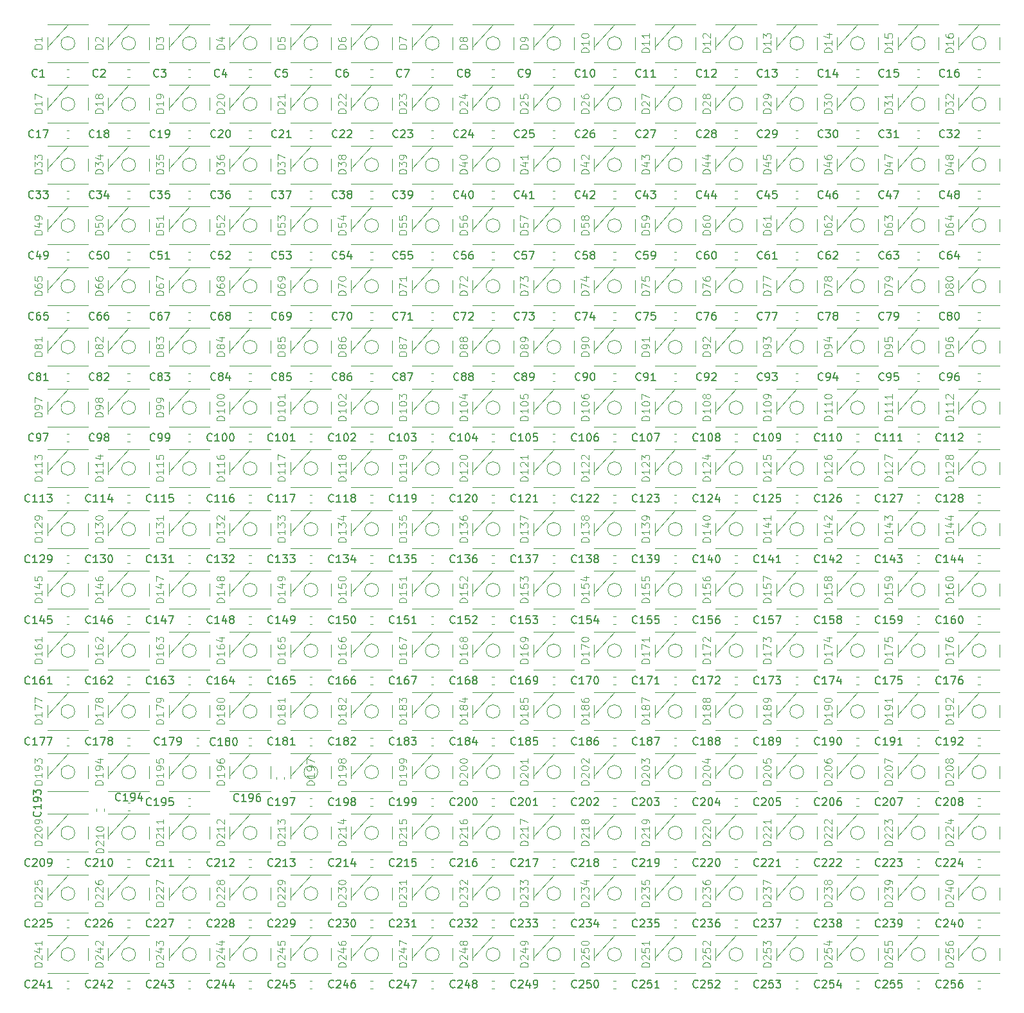
<source format=gbr>
%TF.GenerationSoftware,KiCad,Pcbnew,9.0.2*%
%TF.CreationDate,2025-08-04T20:44:44-05:00*%
%TF.ProjectId,led_matrix,6c65645f-6d61-4747-9269-782e6b696361,rev?*%
%TF.SameCoordinates,Original*%
%TF.FileFunction,Legend,Top*%
%TF.FilePolarity,Positive*%
%FSLAX46Y46*%
G04 Gerber Fmt 4.6, Leading zero omitted, Abs format (unit mm)*
G04 Created by KiCad (PCBNEW 9.0.2) date 2025-08-04 20:44:44*
%MOMM*%
%LPD*%
G01*
G04 APERTURE LIST*
%ADD10C,0.152400*%
%ADD11C,0.100000*%
%ADD12C,0.120000*%
G04 APERTURE END LIST*
D10*
X45976848Y-125339934D02*
X45928467Y-125388315D01*
X45928467Y-125388315D02*
X45783324Y-125436695D01*
X45783324Y-125436695D02*
X45686562Y-125436695D01*
X45686562Y-125436695D02*
X45541419Y-125388315D01*
X45541419Y-125388315D02*
X45444657Y-125291553D01*
X45444657Y-125291553D02*
X45396276Y-125194791D01*
X45396276Y-125194791D02*
X45347895Y-125001267D01*
X45347895Y-125001267D02*
X45347895Y-124856124D01*
X45347895Y-124856124D02*
X45396276Y-124662600D01*
X45396276Y-124662600D02*
X45444657Y-124565838D01*
X45444657Y-124565838D02*
X45541419Y-124469076D01*
X45541419Y-124469076D02*
X45686562Y-124420695D01*
X45686562Y-124420695D02*
X45783324Y-124420695D01*
X45783324Y-124420695D02*
X45928467Y-124469076D01*
X45928467Y-124469076D02*
X45976848Y-124517457D01*
X46944467Y-125436695D02*
X46363895Y-125436695D01*
X46654181Y-125436695D02*
X46654181Y-124420695D01*
X46654181Y-124420695D02*
X46557419Y-124565838D01*
X46557419Y-124565838D02*
X46460657Y-124662600D01*
X46460657Y-124662600D02*
X46363895Y-124710981D01*
X47283133Y-124420695D02*
X47960467Y-124420695D01*
X47960467Y-124420695D02*
X47525038Y-125436695D01*
X48250752Y-124420695D02*
X48928086Y-124420695D01*
X48928086Y-124420695D02*
X48492657Y-125436695D01*
X110460657Y-45339934D02*
X110412276Y-45388315D01*
X110412276Y-45388315D02*
X110267133Y-45436695D01*
X110267133Y-45436695D02*
X110170371Y-45436695D01*
X110170371Y-45436695D02*
X110025228Y-45388315D01*
X110025228Y-45388315D02*
X109928466Y-45291553D01*
X109928466Y-45291553D02*
X109880085Y-45194791D01*
X109880085Y-45194791D02*
X109831704Y-45001267D01*
X109831704Y-45001267D02*
X109831704Y-44856124D01*
X109831704Y-44856124D02*
X109880085Y-44662600D01*
X109880085Y-44662600D02*
X109928466Y-44565838D01*
X109928466Y-44565838D02*
X110025228Y-44469076D01*
X110025228Y-44469076D02*
X110170371Y-44420695D01*
X110170371Y-44420695D02*
X110267133Y-44420695D01*
X110267133Y-44420695D02*
X110412276Y-44469076D01*
X110412276Y-44469076D02*
X110460657Y-44517457D01*
X110847704Y-44517457D02*
X110896085Y-44469076D01*
X110896085Y-44469076D02*
X110992847Y-44420695D01*
X110992847Y-44420695D02*
X111234752Y-44420695D01*
X111234752Y-44420695D02*
X111331514Y-44469076D01*
X111331514Y-44469076D02*
X111379895Y-44517457D01*
X111379895Y-44517457D02*
X111428276Y-44614219D01*
X111428276Y-44614219D02*
X111428276Y-44710981D01*
X111428276Y-44710981D02*
X111379895Y-44856124D01*
X111379895Y-44856124D02*
X110799323Y-45436695D01*
X110799323Y-45436695D02*
X111428276Y-45436695D01*
X112347514Y-44420695D02*
X111863704Y-44420695D01*
X111863704Y-44420695D02*
X111815323Y-44904505D01*
X111815323Y-44904505D02*
X111863704Y-44856124D01*
X111863704Y-44856124D02*
X111960466Y-44807743D01*
X111960466Y-44807743D02*
X112202371Y-44807743D01*
X112202371Y-44807743D02*
X112299133Y-44856124D01*
X112299133Y-44856124D02*
X112347514Y-44904505D01*
X112347514Y-44904505D02*
X112395895Y-45001267D01*
X112395895Y-45001267D02*
X112395895Y-45243172D01*
X112395895Y-45243172D02*
X112347514Y-45339934D01*
X112347514Y-45339934D02*
X112299133Y-45388315D01*
X112299133Y-45388315D02*
X112202371Y-45436695D01*
X112202371Y-45436695D02*
X111960466Y-45436695D01*
X111960466Y-45436695D02*
X111863704Y-45388315D01*
X111863704Y-45388315D02*
X111815323Y-45339934D01*
D11*
X103596619Y-98659675D02*
X102596619Y-98659675D01*
X102596619Y-98659675D02*
X102596619Y-98421580D01*
X102596619Y-98421580D02*
X102644238Y-98278723D01*
X102644238Y-98278723D02*
X102739476Y-98183485D01*
X102739476Y-98183485D02*
X102834714Y-98135866D01*
X102834714Y-98135866D02*
X103025190Y-98088247D01*
X103025190Y-98088247D02*
X103168047Y-98088247D01*
X103168047Y-98088247D02*
X103358523Y-98135866D01*
X103358523Y-98135866D02*
X103453761Y-98183485D01*
X103453761Y-98183485D02*
X103549000Y-98278723D01*
X103549000Y-98278723D02*
X103596619Y-98421580D01*
X103596619Y-98421580D02*
X103596619Y-98659675D01*
X103596619Y-97135866D02*
X103596619Y-97707294D01*
X103596619Y-97421580D02*
X102596619Y-97421580D01*
X102596619Y-97421580D02*
X102739476Y-97516818D01*
X102739476Y-97516818D02*
X102834714Y-97612056D01*
X102834714Y-97612056D02*
X102882333Y-97707294D01*
X102596619Y-96802532D02*
X102596619Y-96183485D01*
X102596619Y-96183485D02*
X102977571Y-96516818D01*
X102977571Y-96516818D02*
X102977571Y-96373961D01*
X102977571Y-96373961D02*
X103025190Y-96278723D01*
X103025190Y-96278723D02*
X103072809Y-96231104D01*
X103072809Y-96231104D02*
X103168047Y-96183485D01*
X103168047Y-96183485D02*
X103406142Y-96183485D01*
X103406142Y-96183485D02*
X103501380Y-96231104D01*
X103501380Y-96231104D02*
X103549000Y-96278723D01*
X103549000Y-96278723D02*
X103596619Y-96373961D01*
X103596619Y-96373961D02*
X103596619Y-96659675D01*
X103596619Y-96659675D02*
X103549000Y-96754913D01*
X103549000Y-96754913D02*
X103501380Y-96802532D01*
X102596619Y-95326342D02*
X102596619Y-95516818D01*
X102596619Y-95516818D02*
X102644238Y-95612056D01*
X102644238Y-95612056D02*
X102691857Y-95659675D01*
X102691857Y-95659675D02*
X102834714Y-95754913D01*
X102834714Y-95754913D02*
X103025190Y-95802532D01*
X103025190Y-95802532D02*
X103406142Y-95802532D01*
X103406142Y-95802532D02*
X103501380Y-95754913D01*
X103501380Y-95754913D02*
X103549000Y-95707294D01*
X103549000Y-95707294D02*
X103596619Y-95612056D01*
X103596619Y-95612056D02*
X103596619Y-95421580D01*
X103596619Y-95421580D02*
X103549000Y-95326342D01*
X103549000Y-95326342D02*
X103501380Y-95278723D01*
X103501380Y-95278723D02*
X103406142Y-95231104D01*
X103406142Y-95231104D02*
X103168047Y-95231104D01*
X103168047Y-95231104D02*
X103072809Y-95278723D01*
X103072809Y-95278723D02*
X103025190Y-95326342D01*
X103025190Y-95326342D02*
X102977571Y-95421580D01*
X102977571Y-95421580D02*
X102977571Y-95612056D01*
X102977571Y-95612056D02*
X103025190Y-95707294D01*
X103025190Y-95707294D02*
X103072809Y-95754913D01*
X103072809Y-95754913D02*
X103168047Y-95802532D01*
D10*
X150460657Y-37339934D02*
X150412276Y-37388315D01*
X150412276Y-37388315D02*
X150267133Y-37436695D01*
X150267133Y-37436695D02*
X150170371Y-37436695D01*
X150170371Y-37436695D02*
X150025228Y-37388315D01*
X150025228Y-37388315D02*
X149928466Y-37291553D01*
X149928466Y-37291553D02*
X149880085Y-37194791D01*
X149880085Y-37194791D02*
X149831704Y-37001267D01*
X149831704Y-37001267D02*
X149831704Y-36856124D01*
X149831704Y-36856124D02*
X149880085Y-36662600D01*
X149880085Y-36662600D02*
X149928466Y-36565838D01*
X149928466Y-36565838D02*
X150025228Y-36469076D01*
X150025228Y-36469076D02*
X150170371Y-36420695D01*
X150170371Y-36420695D02*
X150267133Y-36420695D01*
X150267133Y-36420695D02*
X150412276Y-36469076D01*
X150412276Y-36469076D02*
X150460657Y-36517457D01*
X151428276Y-37436695D02*
X150847704Y-37436695D01*
X151137990Y-37436695D02*
X151137990Y-36420695D01*
X151137990Y-36420695D02*
X151041228Y-36565838D01*
X151041228Y-36565838D02*
X150944466Y-36662600D01*
X150944466Y-36662600D02*
X150847704Y-36710981D01*
X152299133Y-36759362D02*
X152299133Y-37436695D01*
X152057228Y-36372315D02*
X151815323Y-37098029D01*
X151815323Y-37098029D02*
X152444276Y-37098029D01*
D11*
X127596619Y-146659675D02*
X126596619Y-146659675D01*
X126596619Y-146659675D02*
X126596619Y-146421580D01*
X126596619Y-146421580D02*
X126644238Y-146278723D01*
X126644238Y-146278723D02*
X126739476Y-146183485D01*
X126739476Y-146183485D02*
X126834714Y-146135866D01*
X126834714Y-146135866D02*
X127025190Y-146088247D01*
X127025190Y-146088247D02*
X127168047Y-146088247D01*
X127168047Y-146088247D02*
X127358523Y-146135866D01*
X127358523Y-146135866D02*
X127453761Y-146183485D01*
X127453761Y-146183485D02*
X127549000Y-146278723D01*
X127549000Y-146278723D02*
X127596619Y-146421580D01*
X127596619Y-146421580D02*
X127596619Y-146659675D01*
X126691857Y-145707294D02*
X126644238Y-145659675D01*
X126644238Y-145659675D02*
X126596619Y-145564437D01*
X126596619Y-145564437D02*
X126596619Y-145326342D01*
X126596619Y-145326342D02*
X126644238Y-145231104D01*
X126644238Y-145231104D02*
X126691857Y-145183485D01*
X126691857Y-145183485D02*
X126787095Y-145135866D01*
X126787095Y-145135866D02*
X126882333Y-145135866D01*
X126882333Y-145135866D02*
X127025190Y-145183485D01*
X127025190Y-145183485D02*
X127596619Y-145754913D01*
X127596619Y-145754913D02*
X127596619Y-145135866D01*
X126596619Y-144802532D02*
X126596619Y-144183485D01*
X126596619Y-144183485D02*
X126977571Y-144516818D01*
X126977571Y-144516818D02*
X126977571Y-144373961D01*
X126977571Y-144373961D02*
X127025190Y-144278723D01*
X127025190Y-144278723D02*
X127072809Y-144231104D01*
X127072809Y-144231104D02*
X127168047Y-144183485D01*
X127168047Y-144183485D02*
X127406142Y-144183485D01*
X127406142Y-144183485D02*
X127501380Y-144231104D01*
X127501380Y-144231104D02*
X127549000Y-144278723D01*
X127549000Y-144278723D02*
X127596619Y-144373961D01*
X127596619Y-144373961D02*
X127596619Y-144659675D01*
X127596619Y-144659675D02*
X127549000Y-144754913D01*
X127549000Y-144754913D02*
X127501380Y-144802532D01*
X126596619Y-143278723D02*
X126596619Y-143754913D01*
X126596619Y-143754913D02*
X127072809Y-143802532D01*
X127072809Y-143802532D02*
X127025190Y-143754913D01*
X127025190Y-143754913D02*
X126977571Y-143659675D01*
X126977571Y-143659675D02*
X126977571Y-143421580D01*
X126977571Y-143421580D02*
X127025190Y-143326342D01*
X127025190Y-143326342D02*
X127072809Y-143278723D01*
X127072809Y-143278723D02*
X127168047Y-143231104D01*
X127168047Y-143231104D02*
X127406142Y-143231104D01*
X127406142Y-143231104D02*
X127501380Y-143278723D01*
X127501380Y-143278723D02*
X127549000Y-143326342D01*
X127549000Y-143326342D02*
X127596619Y-143421580D01*
X127596619Y-143421580D02*
X127596619Y-143659675D01*
X127596619Y-143659675D02*
X127549000Y-143754913D01*
X127549000Y-143754913D02*
X127501380Y-143802532D01*
X151596619Y-90659675D02*
X150596619Y-90659675D01*
X150596619Y-90659675D02*
X150596619Y-90421580D01*
X150596619Y-90421580D02*
X150644238Y-90278723D01*
X150644238Y-90278723D02*
X150739476Y-90183485D01*
X150739476Y-90183485D02*
X150834714Y-90135866D01*
X150834714Y-90135866D02*
X151025190Y-90088247D01*
X151025190Y-90088247D02*
X151168047Y-90088247D01*
X151168047Y-90088247D02*
X151358523Y-90135866D01*
X151358523Y-90135866D02*
X151453761Y-90183485D01*
X151453761Y-90183485D02*
X151549000Y-90278723D01*
X151549000Y-90278723D02*
X151596619Y-90421580D01*
X151596619Y-90421580D02*
X151596619Y-90659675D01*
X151596619Y-89135866D02*
X151596619Y-89707294D01*
X151596619Y-89421580D02*
X150596619Y-89421580D01*
X150596619Y-89421580D02*
X150739476Y-89516818D01*
X150739476Y-89516818D02*
X150834714Y-89612056D01*
X150834714Y-89612056D02*
X150882333Y-89707294D01*
X150691857Y-88754913D02*
X150644238Y-88707294D01*
X150644238Y-88707294D02*
X150596619Y-88612056D01*
X150596619Y-88612056D02*
X150596619Y-88373961D01*
X150596619Y-88373961D02*
X150644238Y-88278723D01*
X150644238Y-88278723D02*
X150691857Y-88231104D01*
X150691857Y-88231104D02*
X150787095Y-88183485D01*
X150787095Y-88183485D02*
X150882333Y-88183485D01*
X150882333Y-88183485D02*
X151025190Y-88231104D01*
X151025190Y-88231104D02*
X151596619Y-88802532D01*
X151596619Y-88802532D02*
X151596619Y-88183485D01*
X150596619Y-87326342D02*
X150596619Y-87516818D01*
X150596619Y-87516818D02*
X150644238Y-87612056D01*
X150644238Y-87612056D02*
X150691857Y-87659675D01*
X150691857Y-87659675D02*
X150834714Y-87754913D01*
X150834714Y-87754913D02*
X151025190Y-87802532D01*
X151025190Y-87802532D02*
X151406142Y-87802532D01*
X151406142Y-87802532D02*
X151501380Y-87754913D01*
X151501380Y-87754913D02*
X151549000Y-87707294D01*
X151549000Y-87707294D02*
X151596619Y-87612056D01*
X151596619Y-87612056D02*
X151596619Y-87421580D01*
X151596619Y-87421580D02*
X151549000Y-87326342D01*
X151549000Y-87326342D02*
X151501380Y-87278723D01*
X151501380Y-87278723D02*
X151406142Y-87231104D01*
X151406142Y-87231104D02*
X151168047Y-87231104D01*
X151168047Y-87231104D02*
X151072809Y-87278723D01*
X151072809Y-87278723D02*
X151025190Y-87326342D01*
X151025190Y-87326342D02*
X150977571Y-87421580D01*
X150977571Y-87421580D02*
X150977571Y-87612056D01*
X150977571Y-87612056D02*
X151025190Y-87707294D01*
X151025190Y-87707294D02*
X151072809Y-87754913D01*
X151072809Y-87754913D02*
X151168047Y-87802532D01*
D10*
X125976848Y-117339934D02*
X125928467Y-117388315D01*
X125928467Y-117388315D02*
X125783324Y-117436695D01*
X125783324Y-117436695D02*
X125686562Y-117436695D01*
X125686562Y-117436695D02*
X125541419Y-117388315D01*
X125541419Y-117388315D02*
X125444657Y-117291553D01*
X125444657Y-117291553D02*
X125396276Y-117194791D01*
X125396276Y-117194791D02*
X125347895Y-117001267D01*
X125347895Y-117001267D02*
X125347895Y-116856124D01*
X125347895Y-116856124D02*
X125396276Y-116662600D01*
X125396276Y-116662600D02*
X125444657Y-116565838D01*
X125444657Y-116565838D02*
X125541419Y-116469076D01*
X125541419Y-116469076D02*
X125686562Y-116420695D01*
X125686562Y-116420695D02*
X125783324Y-116420695D01*
X125783324Y-116420695D02*
X125928467Y-116469076D01*
X125928467Y-116469076D02*
X125976848Y-116517457D01*
X126944467Y-117436695D02*
X126363895Y-117436695D01*
X126654181Y-117436695D02*
X126654181Y-116420695D01*
X126654181Y-116420695D02*
X126557419Y-116565838D01*
X126557419Y-116565838D02*
X126460657Y-116662600D01*
X126460657Y-116662600D02*
X126363895Y-116710981D01*
X127283133Y-116420695D02*
X127960467Y-116420695D01*
X127960467Y-116420695D02*
X127525038Y-117436695D01*
X128879705Y-117436695D02*
X128299133Y-117436695D01*
X128589419Y-117436695D02*
X128589419Y-116420695D01*
X128589419Y-116420695D02*
X128492657Y-116565838D01*
X128492657Y-116565838D02*
X128395895Y-116662600D01*
X128395895Y-116662600D02*
X128299133Y-116710981D01*
X142460657Y-61339934D02*
X142412276Y-61388315D01*
X142412276Y-61388315D02*
X142267133Y-61436695D01*
X142267133Y-61436695D02*
X142170371Y-61436695D01*
X142170371Y-61436695D02*
X142025228Y-61388315D01*
X142025228Y-61388315D02*
X141928466Y-61291553D01*
X141928466Y-61291553D02*
X141880085Y-61194791D01*
X141880085Y-61194791D02*
X141831704Y-61001267D01*
X141831704Y-61001267D02*
X141831704Y-60856124D01*
X141831704Y-60856124D02*
X141880085Y-60662600D01*
X141880085Y-60662600D02*
X141928466Y-60565838D01*
X141928466Y-60565838D02*
X142025228Y-60469076D01*
X142025228Y-60469076D02*
X142170371Y-60420695D01*
X142170371Y-60420695D02*
X142267133Y-60420695D01*
X142267133Y-60420695D02*
X142412276Y-60469076D01*
X142412276Y-60469076D02*
X142460657Y-60517457D01*
X143331514Y-60420695D02*
X143137990Y-60420695D01*
X143137990Y-60420695D02*
X143041228Y-60469076D01*
X143041228Y-60469076D02*
X142992847Y-60517457D01*
X142992847Y-60517457D02*
X142896085Y-60662600D01*
X142896085Y-60662600D02*
X142847704Y-60856124D01*
X142847704Y-60856124D02*
X142847704Y-61243172D01*
X142847704Y-61243172D02*
X142896085Y-61339934D01*
X142896085Y-61339934D02*
X142944466Y-61388315D01*
X142944466Y-61388315D02*
X143041228Y-61436695D01*
X143041228Y-61436695D02*
X143234752Y-61436695D01*
X143234752Y-61436695D02*
X143331514Y-61388315D01*
X143331514Y-61388315D02*
X143379895Y-61339934D01*
X143379895Y-61339934D02*
X143428276Y-61243172D01*
X143428276Y-61243172D02*
X143428276Y-61001267D01*
X143428276Y-61001267D02*
X143379895Y-60904505D01*
X143379895Y-60904505D02*
X143331514Y-60856124D01*
X143331514Y-60856124D02*
X143234752Y-60807743D01*
X143234752Y-60807743D02*
X143041228Y-60807743D01*
X143041228Y-60807743D02*
X142944466Y-60856124D01*
X142944466Y-60856124D02*
X142896085Y-60904505D01*
X142896085Y-60904505D02*
X142847704Y-61001267D01*
X144395895Y-61436695D02*
X143815323Y-61436695D01*
X144105609Y-61436695D02*
X144105609Y-60420695D01*
X144105609Y-60420695D02*
X144008847Y-60565838D01*
X144008847Y-60565838D02*
X143912085Y-60662600D01*
X143912085Y-60662600D02*
X143815323Y-60710981D01*
D11*
X55596619Y-90659675D02*
X54596619Y-90659675D01*
X54596619Y-90659675D02*
X54596619Y-90421580D01*
X54596619Y-90421580D02*
X54644238Y-90278723D01*
X54644238Y-90278723D02*
X54739476Y-90183485D01*
X54739476Y-90183485D02*
X54834714Y-90135866D01*
X54834714Y-90135866D02*
X55025190Y-90088247D01*
X55025190Y-90088247D02*
X55168047Y-90088247D01*
X55168047Y-90088247D02*
X55358523Y-90135866D01*
X55358523Y-90135866D02*
X55453761Y-90183485D01*
X55453761Y-90183485D02*
X55549000Y-90278723D01*
X55549000Y-90278723D02*
X55596619Y-90421580D01*
X55596619Y-90421580D02*
X55596619Y-90659675D01*
X55596619Y-89135866D02*
X55596619Y-89707294D01*
X55596619Y-89421580D02*
X54596619Y-89421580D01*
X54596619Y-89421580D02*
X54739476Y-89516818D01*
X54739476Y-89516818D02*
X54834714Y-89612056D01*
X54834714Y-89612056D02*
X54882333Y-89707294D01*
X55596619Y-88183485D02*
X55596619Y-88754913D01*
X55596619Y-88469199D02*
X54596619Y-88469199D01*
X54596619Y-88469199D02*
X54739476Y-88564437D01*
X54739476Y-88564437D02*
X54834714Y-88659675D01*
X54834714Y-88659675D02*
X54882333Y-88754913D01*
X54929952Y-87326342D02*
X55596619Y-87326342D01*
X54549000Y-87564437D02*
X55263285Y-87802532D01*
X55263285Y-87802532D02*
X55263285Y-87183485D01*
D10*
X141976848Y-125339934D02*
X141928467Y-125388315D01*
X141928467Y-125388315D02*
X141783324Y-125436695D01*
X141783324Y-125436695D02*
X141686562Y-125436695D01*
X141686562Y-125436695D02*
X141541419Y-125388315D01*
X141541419Y-125388315D02*
X141444657Y-125291553D01*
X141444657Y-125291553D02*
X141396276Y-125194791D01*
X141396276Y-125194791D02*
X141347895Y-125001267D01*
X141347895Y-125001267D02*
X141347895Y-124856124D01*
X141347895Y-124856124D02*
X141396276Y-124662600D01*
X141396276Y-124662600D02*
X141444657Y-124565838D01*
X141444657Y-124565838D02*
X141541419Y-124469076D01*
X141541419Y-124469076D02*
X141686562Y-124420695D01*
X141686562Y-124420695D02*
X141783324Y-124420695D01*
X141783324Y-124420695D02*
X141928467Y-124469076D01*
X141928467Y-124469076D02*
X141976848Y-124517457D01*
X142944467Y-125436695D02*
X142363895Y-125436695D01*
X142654181Y-125436695D02*
X142654181Y-124420695D01*
X142654181Y-124420695D02*
X142557419Y-124565838D01*
X142557419Y-124565838D02*
X142460657Y-124662600D01*
X142460657Y-124662600D02*
X142363895Y-124710981D01*
X143525038Y-124856124D02*
X143428276Y-124807743D01*
X143428276Y-124807743D02*
X143379895Y-124759362D01*
X143379895Y-124759362D02*
X143331514Y-124662600D01*
X143331514Y-124662600D02*
X143331514Y-124614219D01*
X143331514Y-124614219D02*
X143379895Y-124517457D01*
X143379895Y-124517457D02*
X143428276Y-124469076D01*
X143428276Y-124469076D02*
X143525038Y-124420695D01*
X143525038Y-124420695D02*
X143718562Y-124420695D01*
X143718562Y-124420695D02*
X143815324Y-124469076D01*
X143815324Y-124469076D02*
X143863705Y-124517457D01*
X143863705Y-124517457D02*
X143912086Y-124614219D01*
X143912086Y-124614219D02*
X143912086Y-124662600D01*
X143912086Y-124662600D02*
X143863705Y-124759362D01*
X143863705Y-124759362D02*
X143815324Y-124807743D01*
X143815324Y-124807743D02*
X143718562Y-124856124D01*
X143718562Y-124856124D02*
X143525038Y-124856124D01*
X143525038Y-124856124D02*
X143428276Y-124904505D01*
X143428276Y-124904505D02*
X143379895Y-124952886D01*
X143379895Y-124952886D02*
X143331514Y-125049648D01*
X143331514Y-125049648D02*
X143331514Y-125243172D01*
X143331514Y-125243172D02*
X143379895Y-125339934D01*
X143379895Y-125339934D02*
X143428276Y-125388315D01*
X143428276Y-125388315D02*
X143525038Y-125436695D01*
X143525038Y-125436695D02*
X143718562Y-125436695D01*
X143718562Y-125436695D02*
X143815324Y-125388315D01*
X143815324Y-125388315D02*
X143863705Y-125339934D01*
X143863705Y-125339934D02*
X143912086Y-125243172D01*
X143912086Y-125243172D02*
X143912086Y-125049648D01*
X143912086Y-125049648D02*
X143863705Y-124952886D01*
X143863705Y-124952886D02*
X143815324Y-124904505D01*
X143815324Y-124904505D02*
X143718562Y-124856124D01*
X144395895Y-125436695D02*
X144589419Y-125436695D01*
X144589419Y-125436695D02*
X144686181Y-125388315D01*
X144686181Y-125388315D02*
X144734562Y-125339934D01*
X144734562Y-125339934D02*
X144831324Y-125194791D01*
X144831324Y-125194791D02*
X144879705Y-125001267D01*
X144879705Y-125001267D02*
X144879705Y-124614219D01*
X144879705Y-124614219D02*
X144831324Y-124517457D01*
X144831324Y-124517457D02*
X144782943Y-124469076D01*
X144782943Y-124469076D02*
X144686181Y-124420695D01*
X144686181Y-124420695D02*
X144492657Y-124420695D01*
X144492657Y-124420695D02*
X144395895Y-124469076D01*
X144395895Y-124469076D02*
X144347514Y-124517457D01*
X144347514Y-124517457D02*
X144299133Y-124614219D01*
X144299133Y-124614219D02*
X144299133Y-124856124D01*
X144299133Y-124856124D02*
X144347514Y-124952886D01*
X144347514Y-124952886D02*
X144395895Y-125001267D01*
X144395895Y-125001267D02*
X144492657Y-125049648D01*
X144492657Y-125049648D02*
X144686181Y-125049648D01*
X144686181Y-125049648D02*
X144782943Y-125001267D01*
X144782943Y-125001267D02*
X144831324Y-124952886D01*
X144831324Y-124952886D02*
X144879705Y-124856124D01*
D11*
X159596619Y-138659675D02*
X158596619Y-138659675D01*
X158596619Y-138659675D02*
X158596619Y-138421580D01*
X158596619Y-138421580D02*
X158644238Y-138278723D01*
X158644238Y-138278723D02*
X158739476Y-138183485D01*
X158739476Y-138183485D02*
X158834714Y-138135866D01*
X158834714Y-138135866D02*
X159025190Y-138088247D01*
X159025190Y-138088247D02*
X159168047Y-138088247D01*
X159168047Y-138088247D02*
X159358523Y-138135866D01*
X159358523Y-138135866D02*
X159453761Y-138183485D01*
X159453761Y-138183485D02*
X159549000Y-138278723D01*
X159549000Y-138278723D02*
X159596619Y-138421580D01*
X159596619Y-138421580D02*
X159596619Y-138659675D01*
X158691857Y-137707294D02*
X158644238Y-137659675D01*
X158644238Y-137659675D02*
X158596619Y-137564437D01*
X158596619Y-137564437D02*
X158596619Y-137326342D01*
X158596619Y-137326342D02*
X158644238Y-137231104D01*
X158644238Y-137231104D02*
X158691857Y-137183485D01*
X158691857Y-137183485D02*
X158787095Y-137135866D01*
X158787095Y-137135866D02*
X158882333Y-137135866D01*
X158882333Y-137135866D02*
X159025190Y-137183485D01*
X159025190Y-137183485D02*
X159596619Y-137754913D01*
X159596619Y-137754913D02*
X159596619Y-137135866D01*
X158691857Y-136754913D02*
X158644238Y-136707294D01*
X158644238Y-136707294D02*
X158596619Y-136612056D01*
X158596619Y-136612056D02*
X158596619Y-136373961D01*
X158596619Y-136373961D02*
X158644238Y-136278723D01*
X158644238Y-136278723D02*
X158691857Y-136231104D01*
X158691857Y-136231104D02*
X158787095Y-136183485D01*
X158787095Y-136183485D02*
X158882333Y-136183485D01*
X158882333Y-136183485D02*
X159025190Y-136231104D01*
X159025190Y-136231104D02*
X159596619Y-136802532D01*
X159596619Y-136802532D02*
X159596619Y-136183485D01*
X158596619Y-135850151D02*
X158596619Y-135231104D01*
X158596619Y-135231104D02*
X158977571Y-135564437D01*
X158977571Y-135564437D02*
X158977571Y-135421580D01*
X158977571Y-135421580D02*
X159025190Y-135326342D01*
X159025190Y-135326342D02*
X159072809Y-135278723D01*
X159072809Y-135278723D02*
X159168047Y-135231104D01*
X159168047Y-135231104D02*
X159406142Y-135231104D01*
X159406142Y-135231104D02*
X159501380Y-135278723D01*
X159501380Y-135278723D02*
X159549000Y-135326342D01*
X159549000Y-135326342D02*
X159596619Y-135421580D01*
X159596619Y-135421580D02*
X159596619Y-135707294D01*
X159596619Y-135707294D02*
X159549000Y-135802532D01*
X159549000Y-135802532D02*
X159501380Y-135850151D01*
D10*
X77976848Y-157339934D02*
X77928467Y-157388315D01*
X77928467Y-157388315D02*
X77783324Y-157436695D01*
X77783324Y-157436695D02*
X77686562Y-157436695D01*
X77686562Y-157436695D02*
X77541419Y-157388315D01*
X77541419Y-157388315D02*
X77444657Y-157291553D01*
X77444657Y-157291553D02*
X77396276Y-157194791D01*
X77396276Y-157194791D02*
X77347895Y-157001267D01*
X77347895Y-157001267D02*
X77347895Y-156856124D01*
X77347895Y-156856124D02*
X77396276Y-156662600D01*
X77396276Y-156662600D02*
X77444657Y-156565838D01*
X77444657Y-156565838D02*
X77541419Y-156469076D01*
X77541419Y-156469076D02*
X77686562Y-156420695D01*
X77686562Y-156420695D02*
X77783324Y-156420695D01*
X77783324Y-156420695D02*
X77928467Y-156469076D01*
X77928467Y-156469076D02*
X77976848Y-156517457D01*
X78363895Y-156517457D02*
X78412276Y-156469076D01*
X78412276Y-156469076D02*
X78509038Y-156420695D01*
X78509038Y-156420695D02*
X78750943Y-156420695D01*
X78750943Y-156420695D02*
X78847705Y-156469076D01*
X78847705Y-156469076D02*
X78896086Y-156517457D01*
X78896086Y-156517457D02*
X78944467Y-156614219D01*
X78944467Y-156614219D02*
X78944467Y-156710981D01*
X78944467Y-156710981D02*
X78896086Y-156856124D01*
X78896086Y-156856124D02*
X78315514Y-157436695D01*
X78315514Y-157436695D02*
X78944467Y-157436695D01*
X79815324Y-156759362D02*
X79815324Y-157436695D01*
X79573419Y-156372315D02*
X79331514Y-157098029D01*
X79331514Y-157098029D02*
X79960467Y-157098029D01*
X80831324Y-156420695D02*
X80347514Y-156420695D01*
X80347514Y-156420695D02*
X80299133Y-156904505D01*
X80299133Y-156904505D02*
X80347514Y-156856124D01*
X80347514Y-156856124D02*
X80444276Y-156807743D01*
X80444276Y-156807743D02*
X80686181Y-156807743D01*
X80686181Y-156807743D02*
X80782943Y-156856124D01*
X80782943Y-156856124D02*
X80831324Y-156904505D01*
X80831324Y-156904505D02*
X80879705Y-157001267D01*
X80879705Y-157001267D02*
X80879705Y-157243172D01*
X80879705Y-157243172D02*
X80831324Y-157339934D01*
X80831324Y-157339934D02*
X80782943Y-157388315D01*
X80782943Y-157388315D02*
X80686181Y-157436695D01*
X80686181Y-157436695D02*
X80444276Y-157436695D01*
X80444276Y-157436695D02*
X80347514Y-157388315D01*
X80347514Y-157388315D02*
X80299133Y-157339934D01*
X134460657Y-53339934D02*
X134412276Y-53388315D01*
X134412276Y-53388315D02*
X134267133Y-53436695D01*
X134267133Y-53436695D02*
X134170371Y-53436695D01*
X134170371Y-53436695D02*
X134025228Y-53388315D01*
X134025228Y-53388315D02*
X133928466Y-53291553D01*
X133928466Y-53291553D02*
X133880085Y-53194791D01*
X133880085Y-53194791D02*
X133831704Y-53001267D01*
X133831704Y-53001267D02*
X133831704Y-52856124D01*
X133831704Y-52856124D02*
X133880085Y-52662600D01*
X133880085Y-52662600D02*
X133928466Y-52565838D01*
X133928466Y-52565838D02*
X134025228Y-52469076D01*
X134025228Y-52469076D02*
X134170371Y-52420695D01*
X134170371Y-52420695D02*
X134267133Y-52420695D01*
X134267133Y-52420695D02*
X134412276Y-52469076D01*
X134412276Y-52469076D02*
X134460657Y-52517457D01*
X135331514Y-52759362D02*
X135331514Y-53436695D01*
X135089609Y-52372315D02*
X134847704Y-53098029D01*
X134847704Y-53098029D02*
X135476657Y-53098029D01*
X136299133Y-52759362D02*
X136299133Y-53436695D01*
X136057228Y-52372315D02*
X135815323Y-53098029D01*
X135815323Y-53098029D02*
X136444276Y-53098029D01*
D11*
X55596619Y-50183485D02*
X54596619Y-50183485D01*
X54596619Y-50183485D02*
X54596619Y-49945390D01*
X54596619Y-49945390D02*
X54644238Y-49802533D01*
X54644238Y-49802533D02*
X54739476Y-49707295D01*
X54739476Y-49707295D02*
X54834714Y-49659676D01*
X54834714Y-49659676D02*
X55025190Y-49612057D01*
X55025190Y-49612057D02*
X55168047Y-49612057D01*
X55168047Y-49612057D02*
X55358523Y-49659676D01*
X55358523Y-49659676D02*
X55453761Y-49707295D01*
X55453761Y-49707295D02*
X55549000Y-49802533D01*
X55549000Y-49802533D02*
X55596619Y-49945390D01*
X55596619Y-49945390D02*
X55596619Y-50183485D01*
X54596619Y-49278723D02*
X54596619Y-48659676D01*
X54596619Y-48659676D02*
X54977571Y-48993009D01*
X54977571Y-48993009D02*
X54977571Y-48850152D01*
X54977571Y-48850152D02*
X55025190Y-48754914D01*
X55025190Y-48754914D02*
X55072809Y-48707295D01*
X55072809Y-48707295D02*
X55168047Y-48659676D01*
X55168047Y-48659676D02*
X55406142Y-48659676D01*
X55406142Y-48659676D02*
X55501380Y-48707295D01*
X55501380Y-48707295D02*
X55549000Y-48754914D01*
X55549000Y-48754914D02*
X55596619Y-48850152D01*
X55596619Y-48850152D02*
X55596619Y-49135866D01*
X55596619Y-49135866D02*
X55549000Y-49231104D01*
X55549000Y-49231104D02*
X55501380Y-49278723D01*
X54929952Y-47802533D02*
X55596619Y-47802533D01*
X54549000Y-48040628D02*
X55263285Y-48278723D01*
X55263285Y-48278723D02*
X55263285Y-47659676D01*
X159596619Y-82659675D02*
X158596619Y-82659675D01*
X158596619Y-82659675D02*
X158596619Y-82421580D01*
X158596619Y-82421580D02*
X158644238Y-82278723D01*
X158644238Y-82278723D02*
X158739476Y-82183485D01*
X158739476Y-82183485D02*
X158834714Y-82135866D01*
X158834714Y-82135866D02*
X159025190Y-82088247D01*
X159025190Y-82088247D02*
X159168047Y-82088247D01*
X159168047Y-82088247D02*
X159358523Y-82135866D01*
X159358523Y-82135866D02*
X159453761Y-82183485D01*
X159453761Y-82183485D02*
X159549000Y-82278723D01*
X159549000Y-82278723D02*
X159596619Y-82421580D01*
X159596619Y-82421580D02*
X159596619Y-82659675D01*
X159596619Y-81135866D02*
X159596619Y-81707294D01*
X159596619Y-81421580D02*
X158596619Y-81421580D01*
X158596619Y-81421580D02*
X158739476Y-81516818D01*
X158739476Y-81516818D02*
X158834714Y-81612056D01*
X158834714Y-81612056D02*
X158882333Y-81707294D01*
X159596619Y-80183485D02*
X159596619Y-80754913D01*
X159596619Y-80469199D02*
X158596619Y-80469199D01*
X158596619Y-80469199D02*
X158739476Y-80564437D01*
X158739476Y-80564437D02*
X158834714Y-80659675D01*
X158834714Y-80659675D02*
X158882333Y-80754913D01*
X159596619Y-79231104D02*
X159596619Y-79802532D01*
X159596619Y-79516818D02*
X158596619Y-79516818D01*
X158596619Y-79516818D02*
X158739476Y-79612056D01*
X158739476Y-79612056D02*
X158834714Y-79707294D01*
X158834714Y-79707294D02*
X158882333Y-79802532D01*
D10*
X46460657Y-61339934D02*
X46412276Y-61388315D01*
X46412276Y-61388315D02*
X46267133Y-61436695D01*
X46267133Y-61436695D02*
X46170371Y-61436695D01*
X46170371Y-61436695D02*
X46025228Y-61388315D01*
X46025228Y-61388315D02*
X45928466Y-61291553D01*
X45928466Y-61291553D02*
X45880085Y-61194791D01*
X45880085Y-61194791D02*
X45831704Y-61001267D01*
X45831704Y-61001267D02*
X45831704Y-60856124D01*
X45831704Y-60856124D02*
X45880085Y-60662600D01*
X45880085Y-60662600D02*
X45928466Y-60565838D01*
X45928466Y-60565838D02*
X46025228Y-60469076D01*
X46025228Y-60469076D02*
X46170371Y-60420695D01*
X46170371Y-60420695D02*
X46267133Y-60420695D01*
X46267133Y-60420695D02*
X46412276Y-60469076D01*
X46412276Y-60469076D02*
X46460657Y-60517457D01*
X47331514Y-60759362D02*
X47331514Y-61436695D01*
X47089609Y-60372315D02*
X46847704Y-61098029D01*
X46847704Y-61098029D02*
X47476657Y-61098029D01*
X47912085Y-61436695D02*
X48105609Y-61436695D01*
X48105609Y-61436695D02*
X48202371Y-61388315D01*
X48202371Y-61388315D02*
X48250752Y-61339934D01*
X48250752Y-61339934D02*
X48347514Y-61194791D01*
X48347514Y-61194791D02*
X48395895Y-61001267D01*
X48395895Y-61001267D02*
X48395895Y-60614219D01*
X48395895Y-60614219D02*
X48347514Y-60517457D01*
X48347514Y-60517457D02*
X48299133Y-60469076D01*
X48299133Y-60469076D02*
X48202371Y-60420695D01*
X48202371Y-60420695D02*
X48008847Y-60420695D01*
X48008847Y-60420695D02*
X47912085Y-60469076D01*
X47912085Y-60469076D02*
X47863704Y-60517457D01*
X47863704Y-60517457D02*
X47815323Y-60614219D01*
X47815323Y-60614219D02*
X47815323Y-60856124D01*
X47815323Y-60856124D02*
X47863704Y-60952886D01*
X47863704Y-60952886D02*
X47912085Y-61001267D01*
X47912085Y-61001267D02*
X48008847Y-61049648D01*
X48008847Y-61049648D02*
X48202371Y-61049648D01*
X48202371Y-61049648D02*
X48299133Y-61001267D01*
X48299133Y-61001267D02*
X48347514Y-60952886D01*
X48347514Y-60952886D02*
X48395895Y-60856124D01*
D11*
X63596619Y-130659675D02*
X62596619Y-130659675D01*
X62596619Y-130659675D02*
X62596619Y-130421580D01*
X62596619Y-130421580D02*
X62644238Y-130278723D01*
X62644238Y-130278723D02*
X62739476Y-130183485D01*
X62739476Y-130183485D02*
X62834714Y-130135866D01*
X62834714Y-130135866D02*
X63025190Y-130088247D01*
X63025190Y-130088247D02*
X63168047Y-130088247D01*
X63168047Y-130088247D02*
X63358523Y-130135866D01*
X63358523Y-130135866D02*
X63453761Y-130183485D01*
X63453761Y-130183485D02*
X63549000Y-130278723D01*
X63549000Y-130278723D02*
X63596619Y-130421580D01*
X63596619Y-130421580D02*
X63596619Y-130659675D01*
X63596619Y-129135866D02*
X63596619Y-129707294D01*
X63596619Y-129421580D02*
X62596619Y-129421580D01*
X62596619Y-129421580D02*
X62739476Y-129516818D01*
X62739476Y-129516818D02*
X62834714Y-129612056D01*
X62834714Y-129612056D02*
X62882333Y-129707294D01*
X63596619Y-128659675D02*
X63596619Y-128469199D01*
X63596619Y-128469199D02*
X63549000Y-128373961D01*
X63549000Y-128373961D02*
X63501380Y-128326342D01*
X63501380Y-128326342D02*
X63358523Y-128231104D01*
X63358523Y-128231104D02*
X63168047Y-128183485D01*
X63168047Y-128183485D02*
X62787095Y-128183485D01*
X62787095Y-128183485D02*
X62691857Y-128231104D01*
X62691857Y-128231104D02*
X62644238Y-128278723D01*
X62644238Y-128278723D02*
X62596619Y-128373961D01*
X62596619Y-128373961D02*
X62596619Y-128564437D01*
X62596619Y-128564437D02*
X62644238Y-128659675D01*
X62644238Y-128659675D02*
X62691857Y-128707294D01*
X62691857Y-128707294D02*
X62787095Y-128754913D01*
X62787095Y-128754913D02*
X63025190Y-128754913D01*
X63025190Y-128754913D02*
X63120428Y-128707294D01*
X63120428Y-128707294D02*
X63168047Y-128659675D01*
X63168047Y-128659675D02*
X63215666Y-128564437D01*
X63215666Y-128564437D02*
X63215666Y-128373961D01*
X63215666Y-128373961D02*
X63168047Y-128278723D01*
X63168047Y-128278723D02*
X63120428Y-128231104D01*
X63120428Y-128231104D02*
X63025190Y-128183485D01*
X62596619Y-127278723D02*
X62596619Y-127754913D01*
X62596619Y-127754913D02*
X63072809Y-127802532D01*
X63072809Y-127802532D02*
X63025190Y-127754913D01*
X63025190Y-127754913D02*
X62977571Y-127659675D01*
X62977571Y-127659675D02*
X62977571Y-127421580D01*
X62977571Y-127421580D02*
X63025190Y-127326342D01*
X63025190Y-127326342D02*
X63072809Y-127278723D01*
X63072809Y-127278723D02*
X63168047Y-127231104D01*
X63168047Y-127231104D02*
X63406142Y-127231104D01*
X63406142Y-127231104D02*
X63501380Y-127278723D01*
X63501380Y-127278723D02*
X63549000Y-127326342D01*
X63549000Y-127326342D02*
X63596619Y-127421580D01*
X63596619Y-127421580D02*
X63596619Y-127659675D01*
X63596619Y-127659675D02*
X63549000Y-127754913D01*
X63549000Y-127754913D02*
X63501380Y-127802532D01*
D10*
X166460657Y-77339934D02*
X166412276Y-77388315D01*
X166412276Y-77388315D02*
X166267133Y-77436695D01*
X166267133Y-77436695D02*
X166170371Y-77436695D01*
X166170371Y-77436695D02*
X166025228Y-77388315D01*
X166025228Y-77388315D02*
X165928466Y-77291553D01*
X165928466Y-77291553D02*
X165880085Y-77194791D01*
X165880085Y-77194791D02*
X165831704Y-77001267D01*
X165831704Y-77001267D02*
X165831704Y-76856124D01*
X165831704Y-76856124D02*
X165880085Y-76662600D01*
X165880085Y-76662600D02*
X165928466Y-76565838D01*
X165928466Y-76565838D02*
X166025228Y-76469076D01*
X166025228Y-76469076D02*
X166170371Y-76420695D01*
X166170371Y-76420695D02*
X166267133Y-76420695D01*
X166267133Y-76420695D02*
X166412276Y-76469076D01*
X166412276Y-76469076D02*
X166460657Y-76517457D01*
X166944466Y-77436695D02*
X167137990Y-77436695D01*
X167137990Y-77436695D02*
X167234752Y-77388315D01*
X167234752Y-77388315D02*
X167283133Y-77339934D01*
X167283133Y-77339934D02*
X167379895Y-77194791D01*
X167379895Y-77194791D02*
X167428276Y-77001267D01*
X167428276Y-77001267D02*
X167428276Y-76614219D01*
X167428276Y-76614219D02*
X167379895Y-76517457D01*
X167379895Y-76517457D02*
X167331514Y-76469076D01*
X167331514Y-76469076D02*
X167234752Y-76420695D01*
X167234752Y-76420695D02*
X167041228Y-76420695D01*
X167041228Y-76420695D02*
X166944466Y-76469076D01*
X166944466Y-76469076D02*
X166896085Y-76517457D01*
X166896085Y-76517457D02*
X166847704Y-76614219D01*
X166847704Y-76614219D02*
X166847704Y-76856124D01*
X166847704Y-76856124D02*
X166896085Y-76952886D01*
X166896085Y-76952886D02*
X166944466Y-77001267D01*
X166944466Y-77001267D02*
X167041228Y-77049648D01*
X167041228Y-77049648D02*
X167234752Y-77049648D01*
X167234752Y-77049648D02*
X167331514Y-77001267D01*
X167331514Y-77001267D02*
X167379895Y-76952886D01*
X167379895Y-76952886D02*
X167428276Y-76856124D01*
X168299133Y-76420695D02*
X168105609Y-76420695D01*
X168105609Y-76420695D02*
X168008847Y-76469076D01*
X168008847Y-76469076D02*
X167960466Y-76517457D01*
X167960466Y-76517457D02*
X167863704Y-76662600D01*
X167863704Y-76662600D02*
X167815323Y-76856124D01*
X167815323Y-76856124D02*
X167815323Y-77243172D01*
X167815323Y-77243172D02*
X167863704Y-77339934D01*
X167863704Y-77339934D02*
X167912085Y-77388315D01*
X167912085Y-77388315D02*
X168008847Y-77436695D01*
X168008847Y-77436695D02*
X168202371Y-77436695D01*
X168202371Y-77436695D02*
X168299133Y-77388315D01*
X168299133Y-77388315D02*
X168347514Y-77339934D01*
X168347514Y-77339934D02*
X168395895Y-77243172D01*
X168395895Y-77243172D02*
X168395895Y-77001267D01*
X168395895Y-77001267D02*
X168347514Y-76904505D01*
X168347514Y-76904505D02*
X168299133Y-76856124D01*
X168299133Y-76856124D02*
X168202371Y-76807743D01*
X168202371Y-76807743D02*
X168008847Y-76807743D01*
X168008847Y-76807743D02*
X167912085Y-76856124D01*
X167912085Y-76856124D02*
X167863704Y-76904505D01*
X167863704Y-76904505D02*
X167815323Y-77001267D01*
X166460657Y-45339934D02*
X166412276Y-45388315D01*
X166412276Y-45388315D02*
X166267133Y-45436695D01*
X166267133Y-45436695D02*
X166170371Y-45436695D01*
X166170371Y-45436695D02*
X166025228Y-45388315D01*
X166025228Y-45388315D02*
X165928466Y-45291553D01*
X165928466Y-45291553D02*
X165880085Y-45194791D01*
X165880085Y-45194791D02*
X165831704Y-45001267D01*
X165831704Y-45001267D02*
X165831704Y-44856124D01*
X165831704Y-44856124D02*
X165880085Y-44662600D01*
X165880085Y-44662600D02*
X165928466Y-44565838D01*
X165928466Y-44565838D02*
X166025228Y-44469076D01*
X166025228Y-44469076D02*
X166170371Y-44420695D01*
X166170371Y-44420695D02*
X166267133Y-44420695D01*
X166267133Y-44420695D02*
X166412276Y-44469076D01*
X166412276Y-44469076D02*
X166460657Y-44517457D01*
X166799323Y-44420695D02*
X167428276Y-44420695D01*
X167428276Y-44420695D02*
X167089609Y-44807743D01*
X167089609Y-44807743D02*
X167234752Y-44807743D01*
X167234752Y-44807743D02*
X167331514Y-44856124D01*
X167331514Y-44856124D02*
X167379895Y-44904505D01*
X167379895Y-44904505D02*
X167428276Y-45001267D01*
X167428276Y-45001267D02*
X167428276Y-45243172D01*
X167428276Y-45243172D02*
X167379895Y-45339934D01*
X167379895Y-45339934D02*
X167331514Y-45388315D01*
X167331514Y-45388315D02*
X167234752Y-45436695D01*
X167234752Y-45436695D02*
X166944466Y-45436695D01*
X166944466Y-45436695D02*
X166847704Y-45388315D01*
X166847704Y-45388315D02*
X166799323Y-45339934D01*
X167815323Y-44517457D02*
X167863704Y-44469076D01*
X167863704Y-44469076D02*
X167960466Y-44420695D01*
X167960466Y-44420695D02*
X168202371Y-44420695D01*
X168202371Y-44420695D02*
X168299133Y-44469076D01*
X168299133Y-44469076D02*
X168347514Y-44517457D01*
X168347514Y-44517457D02*
X168395895Y-44614219D01*
X168395895Y-44614219D02*
X168395895Y-44710981D01*
X168395895Y-44710981D02*
X168347514Y-44856124D01*
X168347514Y-44856124D02*
X167766942Y-45436695D01*
X167766942Y-45436695D02*
X168395895Y-45436695D01*
D11*
X63596619Y-50183485D02*
X62596619Y-50183485D01*
X62596619Y-50183485D02*
X62596619Y-49945390D01*
X62596619Y-49945390D02*
X62644238Y-49802533D01*
X62644238Y-49802533D02*
X62739476Y-49707295D01*
X62739476Y-49707295D02*
X62834714Y-49659676D01*
X62834714Y-49659676D02*
X63025190Y-49612057D01*
X63025190Y-49612057D02*
X63168047Y-49612057D01*
X63168047Y-49612057D02*
X63358523Y-49659676D01*
X63358523Y-49659676D02*
X63453761Y-49707295D01*
X63453761Y-49707295D02*
X63549000Y-49802533D01*
X63549000Y-49802533D02*
X63596619Y-49945390D01*
X63596619Y-49945390D02*
X63596619Y-50183485D01*
X62596619Y-49278723D02*
X62596619Y-48659676D01*
X62596619Y-48659676D02*
X62977571Y-48993009D01*
X62977571Y-48993009D02*
X62977571Y-48850152D01*
X62977571Y-48850152D02*
X63025190Y-48754914D01*
X63025190Y-48754914D02*
X63072809Y-48707295D01*
X63072809Y-48707295D02*
X63168047Y-48659676D01*
X63168047Y-48659676D02*
X63406142Y-48659676D01*
X63406142Y-48659676D02*
X63501380Y-48707295D01*
X63501380Y-48707295D02*
X63549000Y-48754914D01*
X63549000Y-48754914D02*
X63596619Y-48850152D01*
X63596619Y-48850152D02*
X63596619Y-49135866D01*
X63596619Y-49135866D02*
X63549000Y-49231104D01*
X63549000Y-49231104D02*
X63501380Y-49278723D01*
X62596619Y-47754914D02*
X62596619Y-48231104D01*
X62596619Y-48231104D02*
X63072809Y-48278723D01*
X63072809Y-48278723D02*
X63025190Y-48231104D01*
X63025190Y-48231104D02*
X62977571Y-48135866D01*
X62977571Y-48135866D02*
X62977571Y-47897771D01*
X62977571Y-47897771D02*
X63025190Y-47802533D01*
X63025190Y-47802533D02*
X63072809Y-47754914D01*
X63072809Y-47754914D02*
X63168047Y-47707295D01*
X63168047Y-47707295D02*
X63406142Y-47707295D01*
X63406142Y-47707295D02*
X63501380Y-47754914D01*
X63501380Y-47754914D02*
X63549000Y-47802533D01*
X63549000Y-47802533D02*
X63596619Y-47897771D01*
X63596619Y-47897771D02*
X63596619Y-48135866D01*
X63596619Y-48135866D02*
X63549000Y-48231104D01*
X63549000Y-48231104D02*
X63501380Y-48278723D01*
D10*
X94460657Y-45339934D02*
X94412276Y-45388315D01*
X94412276Y-45388315D02*
X94267133Y-45436695D01*
X94267133Y-45436695D02*
X94170371Y-45436695D01*
X94170371Y-45436695D02*
X94025228Y-45388315D01*
X94025228Y-45388315D02*
X93928466Y-45291553D01*
X93928466Y-45291553D02*
X93880085Y-45194791D01*
X93880085Y-45194791D02*
X93831704Y-45001267D01*
X93831704Y-45001267D02*
X93831704Y-44856124D01*
X93831704Y-44856124D02*
X93880085Y-44662600D01*
X93880085Y-44662600D02*
X93928466Y-44565838D01*
X93928466Y-44565838D02*
X94025228Y-44469076D01*
X94025228Y-44469076D02*
X94170371Y-44420695D01*
X94170371Y-44420695D02*
X94267133Y-44420695D01*
X94267133Y-44420695D02*
X94412276Y-44469076D01*
X94412276Y-44469076D02*
X94460657Y-44517457D01*
X94847704Y-44517457D02*
X94896085Y-44469076D01*
X94896085Y-44469076D02*
X94992847Y-44420695D01*
X94992847Y-44420695D02*
X95234752Y-44420695D01*
X95234752Y-44420695D02*
X95331514Y-44469076D01*
X95331514Y-44469076D02*
X95379895Y-44517457D01*
X95379895Y-44517457D02*
X95428276Y-44614219D01*
X95428276Y-44614219D02*
X95428276Y-44710981D01*
X95428276Y-44710981D02*
X95379895Y-44856124D01*
X95379895Y-44856124D02*
X94799323Y-45436695D01*
X94799323Y-45436695D02*
X95428276Y-45436695D01*
X95766942Y-44420695D02*
X96395895Y-44420695D01*
X96395895Y-44420695D02*
X96057228Y-44807743D01*
X96057228Y-44807743D02*
X96202371Y-44807743D01*
X96202371Y-44807743D02*
X96299133Y-44856124D01*
X96299133Y-44856124D02*
X96347514Y-44904505D01*
X96347514Y-44904505D02*
X96395895Y-45001267D01*
X96395895Y-45001267D02*
X96395895Y-45243172D01*
X96395895Y-45243172D02*
X96347514Y-45339934D01*
X96347514Y-45339934D02*
X96299133Y-45388315D01*
X96299133Y-45388315D02*
X96202371Y-45436695D01*
X96202371Y-45436695D02*
X95912085Y-45436695D01*
X95912085Y-45436695D02*
X95815323Y-45388315D01*
X95815323Y-45388315D02*
X95766942Y-45339934D01*
D11*
X159596619Y-34183485D02*
X158596619Y-34183485D01*
X158596619Y-34183485D02*
X158596619Y-33945390D01*
X158596619Y-33945390D02*
X158644238Y-33802533D01*
X158644238Y-33802533D02*
X158739476Y-33707295D01*
X158739476Y-33707295D02*
X158834714Y-33659676D01*
X158834714Y-33659676D02*
X159025190Y-33612057D01*
X159025190Y-33612057D02*
X159168047Y-33612057D01*
X159168047Y-33612057D02*
X159358523Y-33659676D01*
X159358523Y-33659676D02*
X159453761Y-33707295D01*
X159453761Y-33707295D02*
X159549000Y-33802533D01*
X159549000Y-33802533D02*
X159596619Y-33945390D01*
X159596619Y-33945390D02*
X159596619Y-34183485D01*
X159596619Y-32659676D02*
X159596619Y-33231104D01*
X159596619Y-32945390D02*
X158596619Y-32945390D01*
X158596619Y-32945390D02*
X158739476Y-33040628D01*
X158739476Y-33040628D02*
X158834714Y-33135866D01*
X158834714Y-33135866D02*
X158882333Y-33231104D01*
X158596619Y-31754914D02*
X158596619Y-32231104D01*
X158596619Y-32231104D02*
X159072809Y-32278723D01*
X159072809Y-32278723D02*
X159025190Y-32231104D01*
X159025190Y-32231104D02*
X158977571Y-32135866D01*
X158977571Y-32135866D02*
X158977571Y-31897771D01*
X158977571Y-31897771D02*
X159025190Y-31802533D01*
X159025190Y-31802533D02*
X159072809Y-31754914D01*
X159072809Y-31754914D02*
X159168047Y-31707295D01*
X159168047Y-31707295D02*
X159406142Y-31707295D01*
X159406142Y-31707295D02*
X159501380Y-31754914D01*
X159501380Y-31754914D02*
X159549000Y-31802533D01*
X159549000Y-31802533D02*
X159596619Y-31897771D01*
X159596619Y-31897771D02*
X159596619Y-32135866D01*
X159596619Y-32135866D02*
X159549000Y-32231104D01*
X159549000Y-32231104D02*
X159501380Y-32278723D01*
D10*
X149976848Y-101339934D02*
X149928467Y-101388315D01*
X149928467Y-101388315D02*
X149783324Y-101436695D01*
X149783324Y-101436695D02*
X149686562Y-101436695D01*
X149686562Y-101436695D02*
X149541419Y-101388315D01*
X149541419Y-101388315D02*
X149444657Y-101291553D01*
X149444657Y-101291553D02*
X149396276Y-101194791D01*
X149396276Y-101194791D02*
X149347895Y-101001267D01*
X149347895Y-101001267D02*
X149347895Y-100856124D01*
X149347895Y-100856124D02*
X149396276Y-100662600D01*
X149396276Y-100662600D02*
X149444657Y-100565838D01*
X149444657Y-100565838D02*
X149541419Y-100469076D01*
X149541419Y-100469076D02*
X149686562Y-100420695D01*
X149686562Y-100420695D02*
X149783324Y-100420695D01*
X149783324Y-100420695D02*
X149928467Y-100469076D01*
X149928467Y-100469076D02*
X149976848Y-100517457D01*
X150944467Y-101436695D02*
X150363895Y-101436695D01*
X150654181Y-101436695D02*
X150654181Y-100420695D01*
X150654181Y-100420695D02*
X150557419Y-100565838D01*
X150557419Y-100565838D02*
X150460657Y-100662600D01*
X150460657Y-100662600D02*
X150363895Y-100710981D01*
X151815324Y-100759362D02*
X151815324Y-101436695D01*
X151573419Y-100372315D02*
X151331514Y-101098029D01*
X151331514Y-101098029D02*
X151960467Y-101098029D01*
X152299133Y-100517457D02*
X152347514Y-100469076D01*
X152347514Y-100469076D02*
X152444276Y-100420695D01*
X152444276Y-100420695D02*
X152686181Y-100420695D01*
X152686181Y-100420695D02*
X152782943Y-100469076D01*
X152782943Y-100469076D02*
X152831324Y-100517457D01*
X152831324Y-100517457D02*
X152879705Y-100614219D01*
X152879705Y-100614219D02*
X152879705Y-100710981D01*
X152879705Y-100710981D02*
X152831324Y-100856124D01*
X152831324Y-100856124D02*
X152250752Y-101436695D01*
X152250752Y-101436695D02*
X152879705Y-101436695D01*
X86460657Y-45339934D02*
X86412276Y-45388315D01*
X86412276Y-45388315D02*
X86267133Y-45436695D01*
X86267133Y-45436695D02*
X86170371Y-45436695D01*
X86170371Y-45436695D02*
X86025228Y-45388315D01*
X86025228Y-45388315D02*
X85928466Y-45291553D01*
X85928466Y-45291553D02*
X85880085Y-45194791D01*
X85880085Y-45194791D02*
X85831704Y-45001267D01*
X85831704Y-45001267D02*
X85831704Y-44856124D01*
X85831704Y-44856124D02*
X85880085Y-44662600D01*
X85880085Y-44662600D02*
X85928466Y-44565838D01*
X85928466Y-44565838D02*
X86025228Y-44469076D01*
X86025228Y-44469076D02*
X86170371Y-44420695D01*
X86170371Y-44420695D02*
X86267133Y-44420695D01*
X86267133Y-44420695D02*
X86412276Y-44469076D01*
X86412276Y-44469076D02*
X86460657Y-44517457D01*
X86847704Y-44517457D02*
X86896085Y-44469076D01*
X86896085Y-44469076D02*
X86992847Y-44420695D01*
X86992847Y-44420695D02*
X87234752Y-44420695D01*
X87234752Y-44420695D02*
X87331514Y-44469076D01*
X87331514Y-44469076D02*
X87379895Y-44517457D01*
X87379895Y-44517457D02*
X87428276Y-44614219D01*
X87428276Y-44614219D02*
X87428276Y-44710981D01*
X87428276Y-44710981D02*
X87379895Y-44856124D01*
X87379895Y-44856124D02*
X86799323Y-45436695D01*
X86799323Y-45436695D02*
X87428276Y-45436695D01*
X87815323Y-44517457D02*
X87863704Y-44469076D01*
X87863704Y-44469076D02*
X87960466Y-44420695D01*
X87960466Y-44420695D02*
X88202371Y-44420695D01*
X88202371Y-44420695D02*
X88299133Y-44469076D01*
X88299133Y-44469076D02*
X88347514Y-44517457D01*
X88347514Y-44517457D02*
X88395895Y-44614219D01*
X88395895Y-44614219D02*
X88395895Y-44710981D01*
X88395895Y-44710981D02*
X88347514Y-44856124D01*
X88347514Y-44856124D02*
X87766942Y-45436695D01*
X87766942Y-45436695D02*
X88395895Y-45436695D01*
D11*
X103596619Y-66183485D02*
X102596619Y-66183485D01*
X102596619Y-66183485D02*
X102596619Y-65945390D01*
X102596619Y-65945390D02*
X102644238Y-65802533D01*
X102644238Y-65802533D02*
X102739476Y-65707295D01*
X102739476Y-65707295D02*
X102834714Y-65659676D01*
X102834714Y-65659676D02*
X103025190Y-65612057D01*
X103025190Y-65612057D02*
X103168047Y-65612057D01*
X103168047Y-65612057D02*
X103358523Y-65659676D01*
X103358523Y-65659676D02*
X103453761Y-65707295D01*
X103453761Y-65707295D02*
X103549000Y-65802533D01*
X103549000Y-65802533D02*
X103596619Y-65945390D01*
X103596619Y-65945390D02*
X103596619Y-66183485D01*
X102596619Y-65278723D02*
X102596619Y-64612057D01*
X102596619Y-64612057D02*
X103596619Y-65040628D01*
X102691857Y-64278723D02*
X102644238Y-64231104D01*
X102644238Y-64231104D02*
X102596619Y-64135866D01*
X102596619Y-64135866D02*
X102596619Y-63897771D01*
X102596619Y-63897771D02*
X102644238Y-63802533D01*
X102644238Y-63802533D02*
X102691857Y-63754914D01*
X102691857Y-63754914D02*
X102787095Y-63707295D01*
X102787095Y-63707295D02*
X102882333Y-63707295D01*
X102882333Y-63707295D02*
X103025190Y-63754914D01*
X103025190Y-63754914D02*
X103596619Y-64326342D01*
X103596619Y-64326342D02*
X103596619Y-63707295D01*
D10*
X141976848Y-93339934D02*
X141928467Y-93388315D01*
X141928467Y-93388315D02*
X141783324Y-93436695D01*
X141783324Y-93436695D02*
X141686562Y-93436695D01*
X141686562Y-93436695D02*
X141541419Y-93388315D01*
X141541419Y-93388315D02*
X141444657Y-93291553D01*
X141444657Y-93291553D02*
X141396276Y-93194791D01*
X141396276Y-93194791D02*
X141347895Y-93001267D01*
X141347895Y-93001267D02*
X141347895Y-92856124D01*
X141347895Y-92856124D02*
X141396276Y-92662600D01*
X141396276Y-92662600D02*
X141444657Y-92565838D01*
X141444657Y-92565838D02*
X141541419Y-92469076D01*
X141541419Y-92469076D02*
X141686562Y-92420695D01*
X141686562Y-92420695D02*
X141783324Y-92420695D01*
X141783324Y-92420695D02*
X141928467Y-92469076D01*
X141928467Y-92469076D02*
X141976848Y-92517457D01*
X142944467Y-93436695D02*
X142363895Y-93436695D01*
X142654181Y-93436695D02*
X142654181Y-92420695D01*
X142654181Y-92420695D02*
X142557419Y-92565838D01*
X142557419Y-92565838D02*
X142460657Y-92662600D01*
X142460657Y-92662600D02*
X142363895Y-92710981D01*
X143331514Y-92517457D02*
X143379895Y-92469076D01*
X143379895Y-92469076D02*
X143476657Y-92420695D01*
X143476657Y-92420695D02*
X143718562Y-92420695D01*
X143718562Y-92420695D02*
X143815324Y-92469076D01*
X143815324Y-92469076D02*
X143863705Y-92517457D01*
X143863705Y-92517457D02*
X143912086Y-92614219D01*
X143912086Y-92614219D02*
X143912086Y-92710981D01*
X143912086Y-92710981D02*
X143863705Y-92856124D01*
X143863705Y-92856124D02*
X143283133Y-93436695D01*
X143283133Y-93436695D02*
X143912086Y-93436695D01*
X144831324Y-92420695D02*
X144347514Y-92420695D01*
X144347514Y-92420695D02*
X144299133Y-92904505D01*
X144299133Y-92904505D02*
X144347514Y-92856124D01*
X144347514Y-92856124D02*
X144444276Y-92807743D01*
X144444276Y-92807743D02*
X144686181Y-92807743D01*
X144686181Y-92807743D02*
X144782943Y-92856124D01*
X144782943Y-92856124D02*
X144831324Y-92904505D01*
X144831324Y-92904505D02*
X144879705Y-93001267D01*
X144879705Y-93001267D02*
X144879705Y-93243172D01*
X144879705Y-93243172D02*
X144831324Y-93339934D01*
X144831324Y-93339934D02*
X144782943Y-93388315D01*
X144782943Y-93388315D02*
X144686181Y-93436695D01*
X144686181Y-93436695D02*
X144444276Y-93436695D01*
X144444276Y-93436695D02*
X144347514Y-93388315D01*
X144347514Y-93388315D02*
X144299133Y-93339934D01*
X53976848Y-141339934D02*
X53928467Y-141388315D01*
X53928467Y-141388315D02*
X53783324Y-141436695D01*
X53783324Y-141436695D02*
X53686562Y-141436695D01*
X53686562Y-141436695D02*
X53541419Y-141388315D01*
X53541419Y-141388315D02*
X53444657Y-141291553D01*
X53444657Y-141291553D02*
X53396276Y-141194791D01*
X53396276Y-141194791D02*
X53347895Y-141001267D01*
X53347895Y-141001267D02*
X53347895Y-140856124D01*
X53347895Y-140856124D02*
X53396276Y-140662600D01*
X53396276Y-140662600D02*
X53444657Y-140565838D01*
X53444657Y-140565838D02*
X53541419Y-140469076D01*
X53541419Y-140469076D02*
X53686562Y-140420695D01*
X53686562Y-140420695D02*
X53783324Y-140420695D01*
X53783324Y-140420695D02*
X53928467Y-140469076D01*
X53928467Y-140469076D02*
X53976848Y-140517457D01*
X54363895Y-140517457D02*
X54412276Y-140469076D01*
X54412276Y-140469076D02*
X54509038Y-140420695D01*
X54509038Y-140420695D02*
X54750943Y-140420695D01*
X54750943Y-140420695D02*
X54847705Y-140469076D01*
X54847705Y-140469076D02*
X54896086Y-140517457D01*
X54896086Y-140517457D02*
X54944467Y-140614219D01*
X54944467Y-140614219D02*
X54944467Y-140710981D01*
X54944467Y-140710981D02*
X54896086Y-140856124D01*
X54896086Y-140856124D02*
X54315514Y-141436695D01*
X54315514Y-141436695D02*
X54944467Y-141436695D01*
X55912086Y-141436695D02*
X55331514Y-141436695D01*
X55621800Y-141436695D02*
X55621800Y-140420695D01*
X55621800Y-140420695D02*
X55525038Y-140565838D01*
X55525038Y-140565838D02*
X55428276Y-140662600D01*
X55428276Y-140662600D02*
X55331514Y-140710981D01*
X56541038Y-140420695D02*
X56637800Y-140420695D01*
X56637800Y-140420695D02*
X56734562Y-140469076D01*
X56734562Y-140469076D02*
X56782943Y-140517457D01*
X56782943Y-140517457D02*
X56831324Y-140614219D01*
X56831324Y-140614219D02*
X56879705Y-140807743D01*
X56879705Y-140807743D02*
X56879705Y-141049648D01*
X56879705Y-141049648D02*
X56831324Y-141243172D01*
X56831324Y-141243172D02*
X56782943Y-141339934D01*
X56782943Y-141339934D02*
X56734562Y-141388315D01*
X56734562Y-141388315D02*
X56637800Y-141436695D01*
X56637800Y-141436695D02*
X56541038Y-141436695D01*
X56541038Y-141436695D02*
X56444276Y-141388315D01*
X56444276Y-141388315D02*
X56395895Y-141339934D01*
X56395895Y-141339934D02*
X56347514Y-141243172D01*
X56347514Y-141243172D02*
X56299133Y-141049648D01*
X56299133Y-141049648D02*
X56299133Y-140807743D01*
X56299133Y-140807743D02*
X56347514Y-140614219D01*
X56347514Y-140614219D02*
X56395895Y-140517457D01*
X56395895Y-140517457D02*
X56444276Y-140469076D01*
X56444276Y-140469076D02*
X56541038Y-140420695D01*
D11*
X167596619Y-74183485D02*
X166596619Y-74183485D01*
X166596619Y-74183485D02*
X166596619Y-73945390D01*
X166596619Y-73945390D02*
X166644238Y-73802533D01*
X166644238Y-73802533D02*
X166739476Y-73707295D01*
X166739476Y-73707295D02*
X166834714Y-73659676D01*
X166834714Y-73659676D02*
X167025190Y-73612057D01*
X167025190Y-73612057D02*
X167168047Y-73612057D01*
X167168047Y-73612057D02*
X167358523Y-73659676D01*
X167358523Y-73659676D02*
X167453761Y-73707295D01*
X167453761Y-73707295D02*
X167549000Y-73802533D01*
X167549000Y-73802533D02*
X167596619Y-73945390D01*
X167596619Y-73945390D02*
X167596619Y-74183485D01*
X167596619Y-73135866D02*
X167596619Y-72945390D01*
X167596619Y-72945390D02*
X167549000Y-72850152D01*
X167549000Y-72850152D02*
X167501380Y-72802533D01*
X167501380Y-72802533D02*
X167358523Y-72707295D01*
X167358523Y-72707295D02*
X167168047Y-72659676D01*
X167168047Y-72659676D02*
X166787095Y-72659676D01*
X166787095Y-72659676D02*
X166691857Y-72707295D01*
X166691857Y-72707295D02*
X166644238Y-72754914D01*
X166644238Y-72754914D02*
X166596619Y-72850152D01*
X166596619Y-72850152D02*
X166596619Y-73040628D01*
X166596619Y-73040628D02*
X166644238Y-73135866D01*
X166644238Y-73135866D02*
X166691857Y-73183485D01*
X166691857Y-73183485D02*
X166787095Y-73231104D01*
X166787095Y-73231104D02*
X167025190Y-73231104D01*
X167025190Y-73231104D02*
X167120428Y-73183485D01*
X167120428Y-73183485D02*
X167168047Y-73135866D01*
X167168047Y-73135866D02*
X167215666Y-73040628D01*
X167215666Y-73040628D02*
X167215666Y-72850152D01*
X167215666Y-72850152D02*
X167168047Y-72754914D01*
X167168047Y-72754914D02*
X167120428Y-72707295D01*
X167120428Y-72707295D02*
X167025190Y-72659676D01*
X166596619Y-71802533D02*
X166596619Y-71993009D01*
X166596619Y-71993009D02*
X166644238Y-72088247D01*
X166644238Y-72088247D02*
X166691857Y-72135866D01*
X166691857Y-72135866D02*
X166834714Y-72231104D01*
X166834714Y-72231104D02*
X167025190Y-72278723D01*
X167025190Y-72278723D02*
X167406142Y-72278723D01*
X167406142Y-72278723D02*
X167501380Y-72231104D01*
X167501380Y-72231104D02*
X167549000Y-72183485D01*
X167549000Y-72183485D02*
X167596619Y-72088247D01*
X167596619Y-72088247D02*
X167596619Y-71897771D01*
X167596619Y-71897771D02*
X167549000Y-71802533D01*
X167549000Y-71802533D02*
X167501380Y-71754914D01*
X167501380Y-71754914D02*
X167406142Y-71707295D01*
X167406142Y-71707295D02*
X167168047Y-71707295D01*
X167168047Y-71707295D02*
X167072809Y-71754914D01*
X167072809Y-71754914D02*
X167025190Y-71802533D01*
X167025190Y-71802533D02*
X166977571Y-71897771D01*
X166977571Y-71897771D02*
X166977571Y-72088247D01*
X166977571Y-72088247D02*
X167025190Y-72183485D01*
X167025190Y-72183485D02*
X167072809Y-72231104D01*
X167072809Y-72231104D02*
X167168047Y-72278723D01*
X127596619Y-130659675D02*
X126596619Y-130659675D01*
X126596619Y-130659675D02*
X126596619Y-130421580D01*
X126596619Y-130421580D02*
X126644238Y-130278723D01*
X126644238Y-130278723D02*
X126739476Y-130183485D01*
X126739476Y-130183485D02*
X126834714Y-130135866D01*
X126834714Y-130135866D02*
X127025190Y-130088247D01*
X127025190Y-130088247D02*
X127168047Y-130088247D01*
X127168047Y-130088247D02*
X127358523Y-130135866D01*
X127358523Y-130135866D02*
X127453761Y-130183485D01*
X127453761Y-130183485D02*
X127549000Y-130278723D01*
X127549000Y-130278723D02*
X127596619Y-130421580D01*
X127596619Y-130421580D02*
X127596619Y-130659675D01*
X126691857Y-129707294D02*
X126644238Y-129659675D01*
X126644238Y-129659675D02*
X126596619Y-129564437D01*
X126596619Y-129564437D02*
X126596619Y-129326342D01*
X126596619Y-129326342D02*
X126644238Y-129231104D01*
X126644238Y-129231104D02*
X126691857Y-129183485D01*
X126691857Y-129183485D02*
X126787095Y-129135866D01*
X126787095Y-129135866D02*
X126882333Y-129135866D01*
X126882333Y-129135866D02*
X127025190Y-129183485D01*
X127025190Y-129183485D02*
X127596619Y-129754913D01*
X127596619Y-129754913D02*
X127596619Y-129135866D01*
X126596619Y-128516818D02*
X126596619Y-128421580D01*
X126596619Y-128421580D02*
X126644238Y-128326342D01*
X126644238Y-128326342D02*
X126691857Y-128278723D01*
X126691857Y-128278723D02*
X126787095Y-128231104D01*
X126787095Y-128231104D02*
X126977571Y-128183485D01*
X126977571Y-128183485D02*
X127215666Y-128183485D01*
X127215666Y-128183485D02*
X127406142Y-128231104D01*
X127406142Y-128231104D02*
X127501380Y-128278723D01*
X127501380Y-128278723D02*
X127549000Y-128326342D01*
X127549000Y-128326342D02*
X127596619Y-128421580D01*
X127596619Y-128421580D02*
X127596619Y-128516818D01*
X127596619Y-128516818D02*
X127549000Y-128612056D01*
X127549000Y-128612056D02*
X127501380Y-128659675D01*
X127501380Y-128659675D02*
X127406142Y-128707294D01*
X127406142Y-128707294D02*
X127215666Y-128754913D01*
X127215666Y-128754913D02*
X126977571Y-128754913D01*
X126977571Y-128754913D02*
X126787095Y-128707294D01*
X126787095Y-128707294D02*
X126691857Y-128659675D01*
X126691857Y-128659675D02*
X126644238Y-128612056D01*
X126644238Y-128612056D02*
X126596619Y-128516818D01*
X126596619Y-127850151D02*
X126596619Y-127231104D01*
X126596619Y-127231104D02*
X126977571Y-127564437D01*
X126977571Y-127564437D02*
X126977571Y-127421580D01*
X126977571Y-127421580D02*
X127025190Y-127326342D01*
X127025190Y-127326342D02*
X127072809Y-127278723D01*
X127072809Y-127278723D02*
X127168047Y-127231104D01*
X127168047Y-127231104D02*
X127406142Y-127231104D01*
X127406142Y-127231104D02*
X127501380Y-127278723D01*
X127501380Y-127278723D02*
X127549000Y-127326342D01*
X127549000Y-127326342D02*
X127596619Y-127421580D01*
X127596619Y-127421580D02*
X127596619Y-127707294D01*
X127596619Y-127707294D02*
X127549000Y-127802532D01*
X127549000Y-127802532D02*
X127501380Y-127850151D01*
D10*
X117976848Y-85339934D02*
X117928467Y-85388315D01*
X117928467Y-85388315D02*
X117783324Y-85436695D01*
X117783324Y-85436695D02*
X117686562Y-85436695D01*
X117686562Y-85436695D02*
X117541419Y-85388315D01*
X117541419Y-85388315D02*
X117444657Y-85291553D01*
X117444657Y-85291553D02*
X117396276Y-85194791D01*
X117396276Y-85194791D02*
X117347895Y-85001267D01*
X117347895Y-85001267D02*
X117347895Y-84856124D01*
X117347895Y-84856124D02*
X117396276Y-84662600D01*
X117396276Y-84662600D02*
X117444657Y-84565838D01*
X117444657Y-84565838D02*
X117541419Y-84469076D01*
X117541419Y-84469076D02*
X117686562Y-84420695D01*
X117686562Y-84420695D02*
X117783324Y-84420695D01*
X117783324Y-84420695D02*
X117928467Y-84469076D01*
X117928467Y-84469076D02*
X117976848Y-84517457D01*
X118944467Y-85436695D02*
X118363895Y-85436695D01*
X118654181Y-85436695D02*
X118654181Y-84420695D01*
X118654181Y-84420695D02*
X118557419Y-84565838D01*
X118557419Y-84565838D02*
X118460657Y-84662600D01*
X118460657Y-84662600D02*
X118363895Y-84710981D01*
X119573419Y-84420695D02*
X119670181Y-84420695D01*
X119670181Y-84420695D02*
X119766943Y-84469076D01*
X119766943Y-84469076D02*
X119815324Y-84517457D01*
X119815324Y-84517457D02*
X119863705Y-84614219D01*
X119863705Y-84614219D02*
X119912086Y-84807743D01*
X119912086Y-84807743D02*
X119912086Y-85049648D01*
X119912086Y-85049648D02*
X119863705Y-85243172D01*
X119863705Y-85243172D02*
X119815324Y-85339934D01*
X119815324Y-85339934D02*
X119766943Y-85388315D01*
X119766943Y-85388315D02*
X119670181Y-85436695D01*
X119670181Y-85436695D02*
X119573419Y-85436695D01*
X119573419Y-85436695D02*
X119476657Y-85388315D01*
X119476657Y-85388315D02*
X119428276Y-85339934D01*
X119428276Y-85339934D02*
X119379895Y-85243172D01*
X119379895Y-85243172D02*
X119331514Y-85049648D01*
X119331514Y-85049648D02*
X119331514Y-84807743D01*
X119331514Y-84807743D02*
X119379895Y-84614219D01*
X119379895Y-84614219D02*
X119428276Y-84517457D01*
X119428276Y-84517457D02*
X119476657Y-84469076D01*
X119476657Y-84469076D02*
X119573419Y-84420695D01*
X120782943Y-84420695D02*
X120589419Y-84420695D01*
X120589419Y-84420695D02*
X120492657Y-84469076D01*
X120492657Y-84469076D02*
X120444276Y-84517457D01*
X120444276Y-84517457D02*
X120347514Y-84662600D01*
X120347514Y-84662600D02*
X120299133Y-84856124D01*
X120299133Y-84856124D02*
X120299133Y-85243172D01*
X120299133Y-85243172D02*
X120347514Y-85339934D01*
X120347514Y-85339934D02*
X120395895Y-85388315D01*
X120395895Y-85388315D02*
X120492657Y-85436695D01*
X120492657Y-85436695D02*
X120686181Y-85436695D01*
X120686181Y-85436695D02*
X120782943Y-85388315D01*
X120782943Y-85388315D02*
X120831324Y-85339934D01*
X120831324Y-85339934D02*
X120879705Y-85243172D01*
X120879705Y-85243172D02*
X120879705Y-85001267D01*
X120879705Y-85001267D02*
X120831324Y-84904505D01*
X120831324Y-84904505D02*
X120782943Y-84856124D01*
X120782943Y-84856124D02*
X120686181Y-84807743D01*
X120686181Y-84807743D02*
X120492657Y-84807743D01*
X120492657Y-84807743D02*
X120395895Y-84856124D01*
X120395895Y-84856124D02*
X120347514Y-84904505D01*
X120347514Y-84904505D02*
X120299133Y-85001267D01*
X150460657Y-69339934D02*
X150412276Y-69388315D01*
X150412276Y-69388315D02*
X150267133Y-69436695D01*
X150267133Y-69436695D02*
X150170371Y-69436695D01*
X150170371Y-69436695D02*
X150025228Y-69388315D01*
X150025228Y-69388315D02*
X149928466Y-69291553D01*
X149928466Y-69291553D02*
X149880085Y-69194791D01*
X149880085Y-69194791D02*
X149831704Y-69001267D01*
X149831704Y-69001267D02*
X149831704Y-68856124D01*
X149831704Y-68856124D02*
X149880085Y-68662600D01*
X149880085Y-68662600D02*
X149928466Y-68565838D01*
X149928466Y-68565838D02*
X150025228Y-68469076D01*
X150025228Y-68469076D02*
X150170371Y-68420695D01*
X150170371Y-68420695D02*
X150267133Y-68420695D01*
X150267133Y-68420695D02*
X150412276Y-68469076D01*
X150412276Y-68469076D02*
X150460657Y-68517457D01*
X150799323Y-68420695D02*
X151476657Y-68420695D01*
X151476657Y-68420695D02*
X151041228Y-69436695D01*
X152008847Y-68856124D02*
X151912085Y-68807743D01*
X151912085Y-68807743D02*
X151863704Y-68759362D01*
X151863704Y-68759362D02*
X151815323Y-68662600D01*
X151815323Y-68662600D02*
X151815323Y-68614219D01*
X151815323Y-68614219D02*
X151863704Y-68517457D01*
X151863704Y-68517457D02*
X151912085Y-68469076D01*
X151912085Y-68469076D02*
X152008847Y-68420695D01*
X152008847Y-68420695D02*
X152202371Y-68420695D01*
X152202371Y-68420695D02*
X152299133Y-68469076D01*
X152299133Y-68469076D02*
X152347514Y-68517457D01*
X152347514Y-68517457D02*
X152395895Y-68614219D01*
X152395895Y-68614219D02*
X152395895Y-68662600D01*
X152395895Y-68662600D02*
X152347514Y-68759362D01*
X152347514Y-68759362D02*
X152299133Y-68807743D01*
X152299133Y-68807743D02*
X152202371Y-68856124D01*
X152202371Y-68856124D02*
X152008847Y-68856124D01*
X152008847Y-68856124D02*
X151912085Y-68904505D01*
X151912085Y-68904505D02*
X151863704Y-68952886D01*
X151863704Y-68952886D02*
X151815323Y-69049648D01*
X151815323Y-69049648D02*
X151815323Y-69243172D01*
X151815323Y-69243172D02*
X151863704Y-69339934D01*
X151863704Y-69339934D02*
X151912085Y-69388315D01*
X151912085Y-69388315D02*
X152008847Y-69436695D01*
X152008847Y-69436695D02*
X152202371Y-69436695D01*
X152202371Y-69436695D02*
X152299133Y-69388315D01*
X152299133Y-69388315D02*
X152347514Y-69339934D01*
X152347514Y-69339934D02*
X152395895Y-69243172D01*
X152395895Y-69243172D02*
X152395895Y-69049648D01*
X152395895Y-69049648D02*
X152347514Y-68952886D01*
X152347514Y-68952886D02*
X152299133Y-68904505D01*
X152299133Y-68904505D02*
X152202371Y-68856124D01*
X54460657Y-53339934D02*
X54412276Y-53388315D01*
X54412276Y-53388315D02*
X54267133Y-53436695D01*
X54267133Y-53436695D02*
X54170371Y-53436695D01*
X54170371Y-53436695D02*
X54025228Y-53388315D01*
X54025228Y-53388315D02*
X53928466Y-53291553D01*
X53928466Y-53291553D02*
X53880085Y-53194791D01*
X53880085Y-53194791D02*
X53831704Y-53001267D01*
X53831704Y-53001267D02*
X53831704Y-52856124D01*
X53831704Y-52856124D02*
X53880085Y-52662600D01*
X53880085Y-52662600D02*
X53928466Y-52565838D01*
X53928466Y-52565838D02*
X54025228Y-52469076D01*
X54025228Y-52469076D02*
X54170371Y-52420695D01*
X54170371Y-52420695D02*
X54267133Y-52420695D01*
X54267133Y-52420695D02*
X54412276Y-52469076D01*
X54412276Y-52469076D02*
X54460657Y-52517457D01*
X54799323Y-52420695D02*
X55428276Y-52420695D01*
X55428276Y-52420695D02*
X55089609Y-52807743D01*
X55089609Y-52807743D02*
X55234752Y-52807743D01*
X55234752Y-52807743D02*
X55331514Y-52856124D01*
X55331514Y-52856124D02*
X55379895Y-52904505D01*
X55379895Y-52904505D02*
X55428276Y-53001267D01*
X55428276Y-53001267D02*
X55428276Y-53243172D01*
X55428276Y-53243172D02*
X55379895Y-53339934D01*
X55379895Y-53339934D02*
X55331514Y-53388315D01*
X55331514Y-53388315D02*
X55234752Y-53436695D01*
X55234752Y-53436695D02*
X54944466Y-53436695D01*
X54944466Y-53436695D02*
X54847704Y-53388315D01*
X54847704Y-53388315D02*
X54799323Y-53339934D01*
X56299133Y-52759362D02*
X56299133Y-53436695D01*
X56057228Y-52372315D02*
X55815323Y-53098029D01*
X55815323Y-53098029D02*
X56444276Y-53098029D01*
D11*
X111596619Y-146659675D02*
X110596619Y-146659675D01*
X110596619Y-146659675D02*
X110596619Y-146421580D01*
X110596619Y-146421580D02*
X110644238Y-146278723D01*
X110644238Y-146278723D02*
X110739476Y-146183485D01*
X110739476Y-146183485D02*
X110834714Y-146135866D01*
X110834714Y-146135866D02*
X111025190Y-146088247D01*
X111025190Y-146088247D02*
X111168047Y-146088247D01*
X111168047Y-146088247D02*
X111358523Y-146135866D01*
X111358523Y-146135866D02*
X111453761Y-146183485D01*
X111453761Y-146183485D02*
X111549000Y-146278723D01*
X111549000Y-146278723D02*
X111596619Y-146421580D01*
X111596619Y-146421580D02*
X111596619Y-146659675D01*
X110691857Y-145707294D02*
X110644238Y-145659675D01*
X110644238Y-145659675D02*
X110596619Y-145564437D01*
X110596619Y-145564437D02*
X110596619Y-145326342D01*
X110596619Y-145326342D02*
X110644238Y-145231104D01*
X110644238Y-145231104D02*
X110691857Y-145183485D01*
X110691857Y-145183485D02*
X110787095Y-145135866D01*
X110787095Y-145135866D02*
X110882333Y-145135866D01*
X110882333Y-145135866D02*
X111025190Y-145183485D01*
X111025190Y-145183485D02*
X111596619Y-145754913D01*
X111596619Y-145754913D02*
X111596619Y-145135866D01*
X110596619Y-144802532D02*
X110596619Y-144183485D01*
X110596619Y-144183485D02*
X110977571Y-144516818D01*
X110977571Y-144516818D02*
X110977571Y-144373961D01*
X110977571Y-144373961D02*
X111025190Y-144278723D01*
X111025190Y-144278723D02*
X111072809Y-144231104D01*
X111072809Y-144231104D02*
X111168047Y-144183485D01*
X111168047Y-144183485D02*
X111406142Y-144183485D01*
X111406142Y-144183485D02*
X111501380Y-144231104D01*
X111501380Y-144231104D02*
X111549000Y-144278723D01*
X111549000Y-144278723D02*
X111596619Y-144373961D01*
X111596619Y-144373961D02*
X111596619Y-144659675D01*
X111596619Y-144659675D02*
X111549000Y-144754913D01*
X111549000Y-144754913D02*
X111501380Y-144802532D01*
X110596619Y-143850151D02*
X110596619Y-143231104D01*
X110596619Y-143231104D02*
X110977571Y-143564437D01*
X110977571Y-143564437D02*
X110977571Y-143421580D01*
X110977571Y-143421580D02*
X111025190Y-143326342D01*
X111025190Y-143326342D02*
X111072809Y-143278723D01*
X111072809Y-143278723D02*
X111168047Y-143231104D01*
X111168047Y-143231104D02*
X111406142Y-143231104D01*
X111406142Y-143231104D02*
X111501380Y-143278723D01*
X111501380Y-143278723D02*
X111549000Y-143326342D01*
X111549000Y-143326342D02*
X111596619Y-143421580D01*
X111596619Y-143421580D02*
X111596619Y-143707294D01*
X111596619Y-143707294D02*
X111549000Y-143802532D01*
X111549000Y-143802532D02*
X111501380Y-143850151D01*
D10*
X78460657Y-69339934D02*
X78412276Y-69388315D01*
X78412276Y-69388315D02*
X78267133Y-69436695D01*
X78267133Y-69436695D02*
X78170371Y-69436695D01*
X78170371Y-69436695D02*
X78025228Y-69388315D01*
X78025228Y-69388315D02*
X77928466Y-69291553D01*
X77928466Y-69291553D02*
X77880085Y-69194791D01*
X77880085Y-69194791D02*
X77831704Y-69001267D01*
X77831704Y-69001267D02*
X77831704Y-68856124D01*
X77831704Y-68856124D02*
X77880085Y-68662600D01*
X77880085Y-68662600D02*
X77928466Y-68565838D01*
X77928466Y-68565838D02*
X78025228Y-68469076D01*
X78025228Y-68469076D02*
X78170371Y-68420695D01*
X78170371Y-68420695D02*
X78267133Y-68420695D01*
X78267133Y-68420695D02*
X78412276Y-68469076D01*
X78412276Y-68469076D02*
X78460657Y-68517457D01*
X79331514Y-68420695D02*
X79137990Y-68420695D01*
X79137990Y-68420695D02*
X79041228Y-68469076D01*
X79041228Y-68469076D02*
X78992847Y-68517457D01*
X78992847Y-68517457D02*
X78896085Y-68662600D01*
X78896085Y-68662600D02*
X78847704Y-68856124D01*
X78847704Y-68856124D02*
X78847704Y-69243172D01*
X78847704Y-69243172D02*
X78896085Y-69339934D01*
X78896085Y-69339934D02*
X78944466Y-69388315D01*
X78944466Y-69388315D02*
X79041228Y-69436695D01*
X79041228Y-69436695D02*
X79234752Y-69436695D01*
X79234752Y-69436695D02*
X79331514Y-69388315D01*
X79331514Y-69388315D02*
X79379895Y-69339934D01*
X79379895Y-69339934D02*
X79428276Y-69243172D01*
X79428276Y-69243172D02*
X79428276Y-69001267D01*
X79428276Y-69001267D02*
X79379895Y-68904505D01*
X79379895Y-68904505D02*
X79331514Y-68856124D01*
X79331514Y-68856124D02*
X79234752Y-68807743D01*
X79234752Y-68807743D02*
X79041228Y-68807743D01*
X79041228Y-68807743D02*
X78944466Y-68856124D01*
X78944466Y-68856124D02*
X78896085Y-68904505D01*
X78896085Y-68904505D02*
X78847704Y-69001267D01*
X79912085Y-69436695D02*
X80105609Y-69436695D01*
X80105609Y-69436695D02*
X80202371Y-69388315D01*
X80202371Y-69388315D02*
X80250752Y-69339934D01*
X80250752Y-69339934D02*
X80347514Y-69194791D01*
X80347514Y-69194791D02*
X80395895Y-69001267D01*
X80395895Y-69001267D02*
X80395895Y-68614219D01*
X80395895Y-68614219D02*
X80347514Y-68517457D01*
X80347514Y-68517457D02*
X80299133Y-68469076D01*
X80299133Y-68469076D02*
X80202371Y-68420695D01*
X80202371Y-68420695D02*
X80008847Y-68420695D01*
X80008847Y-68420695D02*
X79912085Y-68469076D01*
X79912085Y-68469076D02*
X79863704Y-68517457D01*
X79863704Y-68517457D02*
X79815323Y-68614219D01*
X79815323Y-68614219D02*
X79815323Y-68856124D01*
X79815323Y-68856124D02*
X79863704Y-68952886D01*
X79863704Y-68952886D02*
X79912085Y-69001267D01*
X79912085Y-69001267D02*
X80008847Y-69049648D01*
X80008847Y-69049648D02*
X80202371Y-69049648D01*
X80202371Y-69049648D02*
X80299133Y-69001267D01*
X80299133Y-69001267D02*
X80347514Y-68952886D01*
X80347514Y-68952886D02*
X80395895Y-68856124D01*
D11*
X79596619Y-98659675D02*
X78596619Y-98659675D01*
X78596619Y-98659675D02*
X78596619Y-98421580D01*
X78596619Y-98421580D02*
X78644238Y-98278723D01*
X78644238Y-98278723D02*
X78739476Y-98183485D01*
X78739476Y-98183485D02*
X78834714Y-98135866D01*
X78834714Y-98135866D02*
X79025190Y-98088247D01*
X79025190Y-98088247D02*
X79168047Y-98088247D01*
X79168047Y-98088247D02*
X79358523Y-98135866D01*
X79358523Y-98135866D02*
X79453761Y-98183485D01*
X79453761Y-98183485D02*
X79549000Y-98278723D01*
X79549000Y-98278723D02*
X79596619Y-98421580D01*
X79596619Y-98421580D02*
X79596619Y-98659675D01*
X79596619Y-97135866D02*
X79596619Y-97707294D01*
X79596619Y-97421580D02*
X78596619Y-97421580D01*
X78596619Y-97421580D02*
X78739476Y-97516818D01*
X78739476Y-97516818D02*
X78834714Y-97612056D01*
X78834714Y-97612056D02*
X78882333Y-97707294D01*
X78596619Y-96802532D02*
X78596619Y-96183485D01*
X78596619Y-96183485D02*
X78977571Y-96516818D01*
X78977571Y-96516818D02*
X78977571Y-96373961D01*
X78977571Y-96373961D02*
X79025190Y-96278723D01*
X79025190Y-96278723D02*
X79072809Y-96231104D01*
X79072809Y-96231104D02*
X79168047Y-96183485D01*
X79168047Y-96183485D02*
X79406142Y-96183485D01*
X79406142Y-96183485D02*
X79501380Y-96231104D01*
X79501380Y-96231104D02*
X79549000Y-96278723D01*
X79549000Y-96278723D02*
X79596619Y-96373961D01*
X79596619Y-96373961D02*
X79596619Y-96659675D01*
X79596619Y-96659675D02*
X79549000Y-96754913D01*
X79549000Y-96754913D02*
X79501380Y-96802532D01*
X78596619Y-95850151D02*
X78596619Y-95231104D01*
X78596619Y-95231104D02*
X78977571Y-95564437D01*
X78977571Y-95564437D02*
X78977571Y-95421580D01*
X78977571Y-95421580D02*
X79025190Y-95326342D01*
X79025190Y-95326342D02*
X79072809Y-95278723D01*
X79072809Y-95278723D02*
X79168047Y-95231104D01*
X79168047Y-95231104D02*
X79406142Y-95231104D01*
X79406142Y-95231104D02*
X79501380Y-95278723D01*
X79501380Y-95278723D02*
X79549000Y-95326342D01*
X79549000Y-95326342D02*
X79596619Y-95421580D01*
X79596619Y-95421580D02*
X79596619Y-95707294D01*
X79596619Y-95707294D02*
X79549000Y-95802532D01*
X79549000Y-95802532D02*
X79501380Y-95850151D01*
X55596619Y-82183485D02*
X54596619Y-82183485D01*
X54596619Y-82183485D02*
X54596619Y-81945390D01*
X54596619Y-81945390D02*
X54644238Y-81802533D01*
X54644238Y-81802533D02*
X54739476Y-81707295D01*
X54739476Y-81707295D02*
X54834714Y-81659676D01*
X54834714Y-81659676D02*
X55025190Y-81612057D01*
X55025190Y-81612057D02*
X55168047Y-81612057D01*
X55168047Y-81612057D02*
X55358523Y-81659676D01*
X55358523Y-81659676D02*
X55453761Y-81707295D01*
X55453761Y-81707295D02*
X55549000Y-81802533D01*
X55549000Y-81802533D02*
X55596619Y-81945390D01*
X55596619Y-81945390D02*
X55596619Y-82183485D01*
X55596619Y-81135866D02*
X55596619Y-80945390D01*
X55596619Y-80945390D02*
X55549000Y-80850152D01*
X55549000Y-80850152D02*
X55501380Y-80802533D01*
X55501380Y-80802533D02*
X55358523Y-80707295D01*
X55358523Y-80707295D02*
X55168047Y-80659676D01*
X55168047Y-80659676D02*
X54787095Y-80659676D01*
X54787095Y-80659676D02*
X54691857Y-80707295D01*
X54691857Y-80707295D02*
X54644238Y-80754914D01*
X54644238Y-80754914D02*
X54596619Y-80850152D01*
X54596619Y-80850152D02*
X54596619Y-81040628D01*
X54596619Y-81040628D02*
X54644238Y-81135866D01*
X54644238Y-81135866D02*
X54691857Y-81183485D01*
X54691857Y-81183485D02*
X54787095Y-81231104D01*
X54787095Y-81231104D02*
X55025190Y-81231104D01*
X55025190Y-81231104D02*
X55120428Y-81183485D01*
X55120428Y-81183485D02*
X55168047Y-81135866D01*
X55168047Y-81135866D02*
X55215666Y-81040628D01*
X55215666Y-81040628D02*
X55215666Y-80850152D01*
X55215666Y-80850152D02*
X55168047Y-80754914D01*
X55168047Y-80754914D02*
X55120428Y-80707295D01*
X55120428Y-80707295D02*
X55025190Y-80659676D01*
X55025190Y-80088247D02*
X54977571Y-80183485D01*
X54977571Y-80183485D02*
X54929952Y-80231104D01*
X54929952Y-80231104D02*
X54834714Y-80278723D01*
X54834714Y-80278723D02*
X54787095Y-80278723D01*
X54787095Y-80278723D02*
X54691857Y-80231104D01*
X54691857Y-80231104D02*
X54644238Y-80183485D01*
X54644238Y-80183485D02*
X54596619Y-80088247D01*
X54596619Y-80088247D02*
X54596619Y-79897771D01*
X54596619Y-79897771D02*
X54644238Y-79802533D01*
X54644238Y-79802533D02*
X54691857Y-79754914D01*
X54691857Y-79754914D02*
X54787095Y-79707295D01*
X54787095Y-79707295D02*
X54834714Y-79707295D01*
X54834714Y-79707295D02*
X54929952Y-79754914D01*
X54929952Y-79754914D02*
X54977571Y-79802533D01*
X54977571Y-79802533D02*
X55025190Y-79897771D01*
X55025190Y-79897771D02*
X55025190Y-80088247D01*
X55025190Y-80088247D02*
X55072809Y-80183485D01*
X55072809Y-80183485D02*
X55120428Y-80231104D01*
X55120428Y-80231104D02*
X55215666Y-80278723D01*
X55215666Y-80278723D02*
X55406142Y-80278723D01*
X55406142Y-80278723D02*
X55501380Y-80231104D01*
X55501380Y-80231104D02*
X55549000Y-80183485D01*
X55549000Y-80183485D02*
X55596619Y-80088247D01*
X55596619Y-80088247D02*
X55596619Y-79897771D01*
X55596619Y-79897771D02*
X55549000Y-79802533D01*
X55549000Y-79802533D02*
X55501380Y-79754914D01*
X55501380Y-79754914D02*
X55406142Y-79707295D01*
X55406142Y-79707295D02*
X55215666Y-79707295D01*
X55215666Y-79707295D02*
X55120428Y-79754914D01*
X55120428Y-79754914D02*
X55072809Y-79802533D01*
X55072809Y-79802533D02*
X55025190Y-79897771D01*
X87596619Y-114659675D02*
X86596619Y-114659675D01*
X86596619Y-114659675D02*
X86596619Y-114421580D01*
X86596619Y-114421580D02*
X86644238Y-114278723D01*
X86644238Y-114278723D02*
X86739476Y-114183485D01*
X86739476Y-114183485D02*
X86834714Y-114135866D01*
X86834714Y-114135866D02*
X87025190Y-114088247D01*
X87025190Y-114088247D02*
X87168047Y-114088247D01*
X87168047Y-114088247D02*
X87358523Y-114135866D01*
X87358523Y-114135866D02*
X87453761Y-114183485D01*
X87453761Y-114183485D02*
X87549000Y-114278723D01*
X87549000Y-114278723D02*
X87596619Y-114421580D01*
X87596619Y-114421580D02*
X87596619Y-114659675D01*
X87596619Y-113135866D02*
X87596619Y-113707294D01*
X87596619Y-113421580D02*
X86596619Y-113421580D01*
X86596619Y-113421580D02*
X86739476Y-113516818D01*
X86739476Y-113516818D02*
X86834714Y-113612056D01*
X86834714Y-113612056D02*
X86882333Y-113707294D01*
X86596619Y-112278723D02*
X86596619Y-112469199D01*
X86596619Y-112469199D02*
X86644238Y-112564437D01*
X86644238Y-112564437D02*
X86691857Y-112612056D01*
X86691857Y-112612056D02*
X86834714Y-112707294D01*
X86834714Y-112707294D02*
X87025190Y-112754913D01*
X87025190Y-112754913D02*
X87406142Y-112754913D01*
X87406142Y-112754913D02*
X87501380Y-112707294D01*
X87501380Y-112707294D02*
X87549000Y-112659675D01*
X87549000Y-112659675D02*
X87596619Y-112564437D01*
X87596619Y-112564437D02*
X87596619Y-112373961D01*
X87596619Y-112373961D02*
X87549000Y-112278723D01*
X87549000Y-112278723D02*
X87501380Y-112231104D01*
X87501380Y-112231104D02*
X87406142Y-112183485D01*
X87406142Y-112183485D02*
X87168047Y-112183485D01*
X87168047Y-112183485D02*
X87072809Y-112231104D01*
X87072809Y-112231104D02*
X87025190Y-112278723D01*
X87025190Y-112278723D02*
X86977571Y-112373961D01*
X86977571Y-112373961D02*
X86977571Y-112564437D01*
X86977571Y-112564437D02*
X87025190Y-112659675D01*
X87025190Y-112659675D02*
X87072809Y-112707294D01*
X87072809Y-112707294D02*
X87168047Y-112754913D01*
X86596619Y-111326342D02*
X86596619Y-111516818D01*
X86596619Y-111516818D02*
X86644238Y-111612056D01*
X86644238Y-111612056D02*
X86691857Y-111659675D01*
X86691857Y-111659675D02*
X86834714Y-111754913D01*
X86834714Y-111754913D02*
X87025190Y-111802532D01*
X87025190Y-111802532D02*
X87406142Y-111802532D01*
X87406142Y-111802532D02*
X87501380Y-111754913D01*
X87501380Y-111754913D02*
X87549000Y-111707294D01*
X87549000Y-111707294D02*
X87596619Y-111612056D01*
X87596619Y-111612056D02*
X87596619Y-111421580D01*
X87596619Y-111421580D02*
X87549000Y-111326342D01*
X87549000Y-111326342D02*
X87501380Y-111278723D01*
X87501380Y-111278723D02*
X87406142Y-111231104D01*
X87406142Y-111231104D02*
X87168047Y-111231104D01*
X87168047Y-111231104D02*
X87072809Y-111278723D01*
X87072809Y-111278723D02*
X87025190Y-111326342D01*
X87025190Y-111326342D02*
X86977571Y-111421580D01*
X86977571Y-111421580D02*
X86977571Y-111612056D01*
X86977571Y-111612056D02*
X87025190Y-111707294D01*
X87025190Y-111707294D02*
X87072809Y-111754913D01*
X87072809Y-111754913D02*
X87168047Y-111802532D01*
X47596619Y-42183485D02*
X46596619Y-42183485D01*
X46596619Y-42183485D02*
X46596619Y-41945390D01*
X46596619Y-41945390D02*
X46644238Y-41802533D01*
X46644238Y-41802533D02*
X46739476Y-41707295D01*
X46739476Y-41707295D02*
X46834714Y-41659676D01*
X46834714Y-41659676D02*
X47025190Y-41612057D01*
X47025190Y-41612057D02*
X47168047Y-41612057D01*
X47168047Y-41612057D02*
X47358523Y-41659676D01*
X47358523Y-41659676D02*
X47453761Y-41707295D01*
X47453761Y-41707295D02*
X47549000Y-41802533D01*
X47549000Y-41802533D02*
X47596619Y-41945390D01*
X47596619Y-41945390D02*
X47596619Y-42183485D01*
X47596619Y-40659676D02*
X47596619Y-41231104D01*
X47596619Y-40945390D02*
X46596619Y-40945390D01*
X46596619Y-40945390D02*
X46739476Y-41040628D01*
X46739476Y-41040628D02*
X46834714Y-41135866D01*
X46834714Y-41135866D02*
X46882333Y-41231104D01*
X46596619Y-40326342D02*
X46596619Y-39659676D01*
X46596619Y-39659676D02*
X47596619Y-40088247D01*
D10*
X61976848Y-93339934D02*
X61928467Y-93388315D01*
X61928467Y-93388315D02*
X61783324Y-93436695D01*
X61783324Y-93436695D02*
X61686562Y-93436695D01*
X61686562Y-93436695D02*
X61541419Y-93388315D01*
X61541419Y-93388315D02*
X61444657Y-93291553D01*
X61444657Y-93291553D02*
X61396276Y-93194791D01*
X61396276Y-93194791D02*
X61347895Y-93001267D01*
X61347895Y-93001267D02*
X61347895Y-92856124D01*
X61347895Y-92856124D02*
X61396276Y-92662600D01*
X61396276Y-92662600D02*
X61444657Y-92565838D01*
X61444657Y-92565838D02*
X61541419Y-92469076D01*
X61541419Y-92469076D02*
X61686562Y-92420695D01*
X61686562Y-92420695D02*
X61783324Y-92420695D01*
X61783324Y-92420695D02*
X61928467Y-92469076D01*
X61928467Y-92469076D02*
X61976848Y-92517457D01*
X62944467Y-93436695D02*
X62363895Y-93436695D01*
X62654181Y-93436695D02*
X62654181Y-92420695D01*
X62654181Y-92420695D02*
X62557419Y-92565838D01*
X62557419Y-92565838D02*
X62460657Y-92662600D01*
X62460657Y-92662600D02*
X62363895Y-92710981D01*
X63912086Y-93436695D02*
X63331514Y-93436695D01*
X63621800Y-93436695D02*
X63621800Y-92420695D01*
X63621800Y-92420695D02*
X63525038Y-92565838D01*
X63525038Y-92565838D02*
X63428276Y-92662600D01*
X63428276Y-92662600D02*
X63331514Y-92710981D01*
X64831324Y-92420695D02*
X64347514Y-92420695D01*
X64347514Y-92420695D02*
X64299133Y-92904505D01*
X64299133Y-92904505D02*
X64347514Y-92856124D01*
X64347514Y-92856124D02*
X64444276Y-92807743D01*
X64444276Y-92807743D02*
X64686181Y-92807743D01*
X64686181Y-92807743D02*
X64782943Y-92856124D01*
X64782943Y-92856124D02*
X64831324Y-92904505D01*
X64831324Y-92904505D02*
X64879705Y-93001267D01*
X64879705Y-93001267D02*
X64879705Y-93243172D01*
X64879705Y-93243172D02*
X64831324Y-93339934D01*
X64831324Y-93339934D02*
X64782943Y-93388315D01*
X64782943Y-93388315D02*
X64686181Y-93436695D01*
X64686181Y-93436695D02*
X64444276Y-93436695D01*
X64444276Y-93436695D02*
X64347514Y-93388315D01*
X64347514Y-93388315D02*
X64299133Y-93339934D01*
X70460657Y-45339934D02*
X70412276Y-45388315D01*
X70412276Y-45388315D02*
X70267133Y-45436695D01*
X70267133Y-45436695D02*
X70170371Y-45436695D01*
X70170371Y-45436695D02*
X70025228Y-45388315D01*
X70025228Y-45388315D02*
X69928466Y-45291553D01*
X69928466Y-45291553D02*
X69880085Y-45194791D01*
X69880085Y-45194791D02*
X69831704Y-45001267D01*
X69831704Y-45001267D02*
X69831704Y-44856124D01*
X69831704Y-44856124D02*
X69880085Y-44662600D01*
X69880085Y-44662600D02*
X69928466Y-44565838D01*
X69928466Y-44565838D02*
X70025228Y-44469076D01*
X70025228Y-44469076D02*
X70170371Y-44420695D01*
X70170371Y-44420695D02*
X70267133Y-44420695D01*
X70267133Y-44420695D02*
X70412276Y-44469076D01*
X70412276Y-44469076D02*
X70460657Y-44517457D01*
X70847704Y-44517457D02*
X70896085Y-44469076D01*
X70896085Y-44469076D02*
X70992847Y-44420695D01*
X70992847Y-44420695D02*
X71234752Y-44420695D01*
X71234752Y-44420695D02*
X71331514Y-44469076D01*
X71331514Y-44469076D02*
X71379895Y-44517457D01*
X71379895Y-44517457D02*
X71428276Y-44614219D01*
X71428276Y-44614219D02*
X71428276Y-44710981D01*
X71428276Y-44710981D02*
X71379895Y-44856124D01*
X71379895Y-44856124D02*
X70799323Y-45436695D01*
X70799323Y-45436695D02*
X71428276Y-45436695D01*
X72057228Y-44420695D02*
X72153990Y-44420695D01*
X72153990Y-44420695D02*
X72250752Y-44469076D01*
X72250752Y-44469076D02*
X72299133Y-44517457D01*
X72299133Y-44517457D02*
X72347514Y-44614219D01*
X72347514Y-44614219D02*
X72395895Y-44807743D01*
X72395895Y-44807743D02*
X72395895Y-45049648D01*
X72395895Y-45049648D02*
X72347514Y-45243172D01*
X72347514Y-45243172D02*
X72299133Y-45339934D01*
X72299133Y-45339934D02*
X72250752Y-45388315D01*
X72250752Y-45388315D02*
X72153990Y-45436695D01*
X72153990Y-45436695D02*
X72057228Y-45436695D01*
X72057228Y-45436695D02*
X71960466Y-45388315D01*
X71960466Y-45388315D02*
X71912085Y-45339934D01*
X71912085Y-45339934D02*
X71863704Y-45243172D01*
X71863704Y-45243172D02*
X71815323Y-45049648D01*
X71815323Y-45049648D02*
X71815323Y-44807743D01*
X71815323Y-44807743D02*
X71863704Y-44614219D01*
X71863704Y-44614219D02*
X71912085Y-44517457D01*
X71912085Y-44517457D02*
X71960466Y-44469076D01*
X71960466Y-44469076D02*
X72057228Y-44420695D01*
D11*
X111596619Y-138659675D02*
X110596619Y-138659675D01*
X110596619Y-138659675D02*
X110596619Y-138421580D01*
X110596619Y-138421580D02*
X110644238Y-138278723D01*
X110644238Y-138278723D02*
X110739476Y-138183485D01*
X110739476Y-138183485D02*
X110834714Y-138135866D01*
X110834714Y-138135866D02*
X111025190Y-138088247D01*
X111025190Y-138088247D02*
X111168047Y-138088247D01*
X111168047Y-138088247D02*
X111358523Y-138135866D01*
X111358523Y-138135866D02*
X111453761Y-138183485D01*
X111453761Y-138183485D02*
X111549000Y-138278723D01*
X111549000Y-138278723D02*
X111596619Y-138421580D01*
X111596619Y-138421580D02*
X111596619Y-138659675D01*
X110691857Y-137707294D02*
X110644238Y-137659675D01*
X110644238Y-137659675D02*
X110596619Y-137564437D01*
X110596619Y-137564437D02*
X110596619Y-137326342D01*
X110596619Y-137326342D02*
X110644238Y-137231104D01*
X110644238Y-137231104D02*
X110691857Y-137183485D01*
X110691857Y-137183485D02*
X110787095Y-137135866D01*
X110787095Y-137135866D02*
X110882333Y-137135866D01*
X110882333Y-137135866D02*
X111025190Y-137183485D01*
X111025190Y-137183485D02*
X111596619Y-137754913D01*
X111596619Y-137754913D02*
X111596619Y-137135866D01*
X111596619Y-136183485D02*
X111596619Y-136754913D01*
X111596619Y-136469199D02*
X110596619Y-136469199D01*
X110596619Y-136469199D02*
X110739476Y-136564437D01*
X110739476Y-136564437D02*
X110834714Y-136659675D01*
X110834714Y-136659675D02*
X110882333Y-136754913D01*
X110596619Y-135850151D02*
X110596619Y-135183485D01*
X110596619Y-135183485D02*
X111596619Y-135612056D01*
D10*
X118460657Y-45339934D02*
X118412276Y-45388315D01*
X118412276Y-45388315D02*
X118267133Y-45436695D01*
X118267133Y-45436695D02*
X118170371Y-45436695D01*
X118170371Y-45436695D02*
X118025228Y-45388315D01*
X118025228Y-45388315D02*
X117928466Y-45291553D01*
X117928466Y-45291553D02*
X117880085Y-45194791D01*
X117880085Y-45194791D02*
X117831704Y-45001267D01*
X117831704Y-45001267D02*
X117831704Y-44856124D01*
X117831704Y-44856124D02*
X117880085Y-44662600D01*
X117880085Y-44662600D02*
X117928466Y-44565838D01*
X117928466Y-44565838D02*
X118025228Y-44469076D01*
X118025228Y-44469076D02*
X118170371Y-44420695D01*
X118170371Y-44420695D02*
X118267133Y-44420695D01*
X118267133Y-44420695D02*
X118412276Y-44469076D01*
X118412276Y-44469076D02*
X118460657Y-44517457D01*
X118847704Y-44517457D02*
X118896085Y-44469076D01*
X118896085Y-44469076D02*
X118992847Y-44420695D01*
X118992847Y-44420695D02*
X119234752Y-44420695D01*
X119234752Y-44420695D02*
X119331514Y-44469076D01*
X119331514Y-44469076D02*
X119379895Y-44517457D01*
X119379895Y-44517457D02*
X119428276Y-44614219D01*
X119428276Y-44614219D02*
X119428276Y-44710981D01*
X119428276Y-44710981D02*
X119379895Y-44856124D01*
X119379895Y-44856124D02*
X118799323Y-45436695D01*
X118799323Y-45436695D02*
X119428276Y-45436695D01*
X120299133Y-44420695D02*
X120105609Y-44420695D01*
X120105609Y-44420695D02*
X120008847Y-44469076D01*
X120008847Y-44469076D02*
X119960466Y-44517457D01*
X119960466Y-44517457D02*
X119863704Y-44662600D01*
X119863704Y-44662600D02*
X119815323Y-44856124D01*
X119815323Y-44856124D02*
X119815323Y-45243172D01*
X119815323Y-45243172D02*
X119863704Y-45339934D01*
X119863704Y-45339934D02*
X119912085Y-45388315D01*
X119912085Y-45388315D02*
X120008847Y-45436695D01*
X120008847Y-45436695D02*
X120202371Y-45436695D01*
X120202371Y-45436695D02*
X120299133Y-45388315D01*
X120299133Y-45388315D02*
X120347514Y-45339934D01*
X120347514Y-45339934D02*
X120395895Y-45243172D01*
X120395895Y-45243172D02*
X120395895Y-45001267D01*
X120395895Y-45001267D02*
X120347514Y-44904505D01*
X120347514Y-44904505D02*
X120299133Y-44856124D01*
X120299133Y-44856124D02*
X120202371Y-44807743D01*
X120202371Y-44807743D02*
X120008847Y-44807743D01*
X120008847Y-44807743D02*
X119912085Y-44856124D01*
X119912085Y-44856124D02*
X119863704Y-44904505D01*
X119863704Y-44904505D02*
X119815323Y-45001267D01*
D11*
X79596619Y-90659675D02*
X78596619Y-90659675D01*
X78596619Y-90659675D02*
X78596619Y-90421580D01*
X78596619Y-90421580D02*
X78644238Y-90278723D01*
X78644238Y-90278723D02*
X78739476Y-90183485D01*
X78739476Y-90183485D02*
X78834714Y-90135866D01*
X78834714Y-90135866D02*
X79025190Y-90088247D01*
X79025190Y-90088247D02*
X79168047Y-90088247D01*
X79168047Y-90088247D02*
X79358523Y-90135866D01*
X79358523Y-90135866D02*
X79453761Y-90183485D01*
X79453761Y-90183485D02*
X79549000Y-90278723D01*
X79549000Y-90278723D02*
X79596619Y-90421580D01*
X79596619Y-90421580D02*
X79596619Y-90659675D01*
X79596619Y-89135866D02*
X79596619Y-89707294D01*
X79596619Y-89421580D02*
X78596619Y-89421580D01*
X78596619Y-89421580D02*
X78739476Y-89516818D01*
X78739476Y-89516818D02*
X78834714Y-89612056D01*
X78834714Y-89612056D02*
X78882333Y-89707294D01*
X79596619Y-88183485D02*
X79596619Y-88754913D01*
X79596619Y-88469199D02*
X78596619Y-88469199D01*
X78596619Y-88469199D02*
X78739476Y-88564437D01*
X78739476Y-88564437D02*
X78834714Y-88659675D01*
X78834714Y-88659675D02*
X78882333Y-88754913D01*
X78596619Y-87850151D02*
X78596619Y-87183485D01*
X78596619Y-87183485D02*
X79596619Y-87612056D01*
D10*
X77976848Y-85339934D02*
X77928467Y-85388315D01*
X77928467Y-85388315D02*
X77783324Y-85436695D01*
X77783324Y-85436695D02*
X77686562Y-85436695D01*
X77686562Y-85436695D02*
X77541419Y-85388315D01*
X77541419Y-85388315D02*
X77444657Y-85291553D01*
X77444657Y-85291553D02*
X77396276Y-85194791D01*
X77396276Y-85194791D02*
X77347895Y-85001267D01*
X77347895Y-85001267D02*
X77347895Y-84856124D01*
X77347895Y-84856124D02*
X77396276Y-84662600D01*
X77396276Y-84662600D02*
X77444657Y-84565838D01*
X77444657Y-84565838D02*
X77541419Y-84469076D01*
X77541419Y-84469076D02*
X77686562Y-84420695D01*
X77686562Y-84420695D02*
X77783324Y-84420695D01*
X77783324Y-84420695D02*
X77928467Y-84469076D01*
X77928467Y-84469076D02*
X77976848Y-84517457D01*
X78944467Y-85436695D02*
X78363895Y-85436695D01*
X78654181Y-85436695D02*
X78654181Y-84420695D01*
X78654181Y-84420695D02*
X78557419Y-84565838D01*
X78557419Y-84565838D02*
X78460657Y-84662600D01*
X78460657Y-84662600D02*
X78363895Y-84710981D01*
X79573419Y-84420695D02*
X79670181Y-84420695D01*
X79670181Y-84420695D02*
X79766943Y-84469076D01*
X79766943Y-84469076D02*
X79815324Y-84517457D01*
X79815324Y-84517457D02*
X79863705Y-84614219D01*
X79863705Y-84614219D02*
X79912086Y-84807743D01*
X79912086Y-84807743D02*
X79912086Y-85049648D01*
X79912086Y-85049648D02*
X79863705Y-85243172D01*
X79863705Y-85243172D02*
X79815324Y-85339934D01*
X79815324Y-85339934D02*
X79766943Y-85388315D01*
X79766943Y-85388315D02*
X79670181Y-85436695D01*
X79670181Y-85436695D02*
X79573419Y-85436695D01*
X79573419Y-85436695D02*
X79476657Y-85388315D01*
X79476657Y-85388315D02*
X79428276Y-85339934D01*
X79428276Y-85339934D02*
X79379895Y-85243172D01*
X79379895Y-85243172D02*
X79331514Y-85049648D01*
X79331514Y-85049648D02*
X79331514Y-84807743D01*
X79331514Y-84807743D02*
X79379895Y-84614219D01*
X79379895Y-84614219D02*
X79428276Y-84517457D01*
X79428276Y-84517457D02*
X79476657Y-84469076D01*
X79476657Y-84469076D02*
X79573419Y-84420695D01*
X80879705Y-85436695D02*
X80299133Y-85436695D01*
X80589419Y-85436695D02*
X80589419Y-84420695D01*
X80589419Y-84420695D02*
X80492657Y-84565838D01*
X80492657Y-84565838D02*
X80395895Y-84662600D01*
X80395895Y-84662600D02*
X80299133Y-84710981D01*
D11*
X79596619Y-154659675D02*
X78596619Y-154659675D01*
X78596619Y-154659675D02*
X78596619Y-154421580D01*
X78596619Y-154421580D02*
X78644238Y-154278723D01*
X78644238Y-154278723D02*
X78739476Y-154183485D01*
X78739476Y-154183485D02*
X78834714Y-154135866D01*
X78834714Y-154135866D02*
X79025190Y-154088247D01*
X79025190Y-154088247D02*
X79168047Y-154088247D01*
X79168047Y-154088247D02*
X79358523Y-154135866D01*
X79358523Y-154135866D02*
X79453761Y-154183485D01*
X79453761Y-154183485D02*
X79549000Y-154278723D01*
X79549000Y-154278723D02*
X79596619Y-154421580D01*
X79596619Y-154421580D02*
X79596619Y-154659675D01*
X78691857Y-153707294D02*
X78644238Y-153659675D01*
X78644238Y-153659675D02*
X78596619Y-153564437D01*
X78596619Y-153564437D02*
X78596619Y-153326342D01*
X78596619Y-153326342D02*
X78644238Y-153231104D01*
X78644238Y-153231104D02*
X78691857Y-153183485D01*
X78691857Y-153183485D02*
X78787095Y-153135866D01*
X78787095Y-153135866D02*
X78882333Y-153135866D01*
X78882333Y-153135866D02*
X79025190Y-153183485D01*
X79025190Y-153183485D02*
X79596619Y-153754913D01*
X79596619Y-153754913D02*
X79596619Y-153135866D01*
X78929952Y-152278723D02*
X79596619Y-152278723D01*
X78549000Y-152516818D02*
X79263285Y-152754913D01*
X79263285Y-152754913D02*
X79263285Y-152135866D01*
X78596619Y-151278723D02*
X78596619Y-151754913D01*
X78596619Y-151754913D02*
X79072809Y-151802532D01*
X79072809Y-151802532D02*
X79025190Y-151754913D01*
X79025190Y-151754913D02*
X78977571Y-151659675D01*
X78977571Y-151659675D02*
X78977571Y-151421580D01*
X78977571Y-151421580D02*
X79025190Y-151326342D01*
X79025190Y-151326342D02*
X79072809Y-151278723D01*
X79072809Y-151278723D02*
X79168047Y-151231104D01*
X79168047Y-151231104D02*
X79406142Y-151231104D01*
X79406142Y-151231104D02*
X79501380Y-151278723D01*
X79501380Y-151278723D02*
X79549000Y-151326342D01*
X79549000Y-151326342D02*
X79596619Y-151421580D01*
X79596619Y-151421580D02*
X79596619Y-151659675D01*
X79596619Y-151659675D02*
X79549000Y-151754913D01*
X79549000Y-151754913D02*
X79501380Y-151802532D01*
X55596619Y-42183485D02*
X54596619Y-42183485D01*
X54596619Y-42183485D02*
X54596619Y-41945390D01*
X54596619Y-41945390D02*
X54644238Y-41802533D01*
X54644238Y-41802533D02*
X54739476Y-41707295D01*
X54739476Y-41707295D02*
X54834714Y-41659676D01*
X54834714Y-41659676D02*
X55025190Y-41612057D01*
X55025190Y-41612057D02*
X55168047Y-41612057D01*
X55168047Y-41612057D02*
X55358523Y-41659676D01*
X55358523Y-41659676D02*
X55453761Y-41707295D01*
X55453761Y-41707295D02*
X55549000Y-41802533D01*
X55549000Y-41802533D02*
X55596619Y-41945390D01*
X55596619Y-41945390D02*
X55596619Y-42183485D01*
X55596619Y-40659676D02*
X55596619Y-41231104D01*
X55596619Y-40945390D02*
X54596619Y-40945390D01*
X54596619Y-40945390D02*
X54739476Y-41040628D01*
X54739476Y-41040628D02*
X54834714Y-41135866D01*
X54834714Y-41135866D02*
X54882333Y-41231104D01*
X55025190Y-40088247D02*
X54977571Y-40183485D01*
X54977571Y-40183485D02*
X54929952Y-40231104D01*
X54929952Y-40231104D02*
X54834714Y-40278723D01*
X54834714Y-40278723D02*
X54787095Y-40278723D01*
X54787095Y-40278723D02*
X54691857Y-40231104D01*
X54691857Y-40231104D02*
X54644238Y-40183485D01*
X54644238Y-40183485D02*
X54596619Y-40088247D01*
X54596619Y-40088247D02*
X54596619Y-39897771D01*
X54596619Y-39897771D02*
X54644238Y-39802533D01*
X54644238Y-39802533D02*
X54691857Y-39754914D01*
X54691857Y-39754914D02*
X54787095Y-39707295D01*
X54787095Y-39707295D02*
X54834714Y-39707295D01*
X54834714Y-39707295D02*
X54929952Y-39754914D01*
X54929952Y-39754914D02*
X54977571Y-39802533D01*
X54977571Y-39802533D02*
X55025190Y-39897771D01*
X55025190Y-39897771D02*
X55025190Y-40088247D01*
X55025190Y-40088247D02*
X55072809Y-40183485D01*
X55072809Y-40183485D02*
X55120428Y-40231104D01*
X55120428Y-40231104D02*
X55215666Y-40278723D01*
X55215666Y-40278723D02*
X55406142Y-40278723D01*
X55406142Y-40278723D02*
X55501380Y-40231104D01*
X55501380Y-40231104D02*
X55549000Y-40183485D01*
X55549000Y-40183485D02*
X55596619Y-40088247D01*
X55596619Y-40088247D02*
X55596619Y-39897771D01*
X55596619Y-39897771D02*
X55549000Y-39802533D01*
X55549000Y-39802533D02*
X55501380Y-39754914D01*
X55501380Y-39754914D02*
X55406142Y-39707295D01*
X55406142Y-39707295D02*
X55215666Y-39707295D01*
X55215666Y-39707295D02*
X55120428Y-39754914D01*
X55120428Y-39754914D02*
X55072809Y-39802533D01*
X55072809Y-39802533D02*
X55025190Y-39897771D01*
X151596619Y-114659675D02*
X150596619Y-114659675D01*
X150596619Y-114659675D02*
X150596619Y-114421580D01*
X150596619Y-114421580D02*
X150644238Y-114278723D01*
X150644238Y-114278723D02*
X150739476Y-114183485D01*
X150739476Y-114183485D02*
X150834714Y-114135866D01*
X150834714Y-114135866D02*
X151025190Y-114088247D01*
X151025190Y-114088247D02*
X151168047Y-114088247D01*
X151168047Y-114088247D02*
X151358523Y-114135866D01*
X151358523Y-114135866D02*
X151453761Y-114183485D01*
X151453761Y-114183485D02*
X151549000Y-114278723D01*
X151549000Y-114278723D02*
X151596619Y-114421580D01*
X151596619Y-114421580D02*
X151596619Y-114659675D01*
X151596619Y-113135866D02*
X151596619Y-113707294D01*
X151596619Y-113421580D02*
X150596619Y-113421580D01*
X150596619Y-113421580D02*
X150739476Y-113516818D01*
X150739476Y-113516818D02*
X150834714Y-113612056D01*
X150834714Y-113612056D02*
X150882333Y-113707294D01*
X150596619Y-112802532D02*
X150596619Y-112135866D01*
X150596619Y-112135866D02*
X151596619Y-112564437D01*
X150929952Y-111326342D02*
X151596619Y-111326342D01*
X150549000Y-111564437D02*
X151263285Y-111802532D01*
X151263285Y-111802532D02*
X151263285Y-111183485D01*
D10*
X77976848Y-149339934D02*
X77928467Y-149388315D01*
X77928467Y-149388315D02*
X77783324Y-149436695D01*
X77783324Y-149436695D02*
X77686562Y-149436695D01*
X77686562Y-149436695D02*
X77541419Y-149388315D01*
X77541419Y-149388315D02*
X77444657Y-149291553D01*
X77444657Y-149291553D02*
X77396276Y-149194791D01*
X77396276Y-149194791D02*
X77347895Y-149001267D01*
X77347895Y-149001267D02*
X77347895Y-148856124D01*
X77347895Y-148856124D02*
X77396276Y-148662600D01*
X77396276Y-148662600D02*
X77444657Y-148565838D01*
X77444657Y-148565838D02*
X77541419Y-148469076D01*
X77541419Y-148469076D02*
X77686562Y-148420695D01*
X77686562Y-148420695D02*
X77783324Y-148420695D01*
X77783324Y-148420695D02*
X77928467Y-148469076D01*
X77928467Y-148469076D02*
X77976848Y-148517457D01*
X78363895Y-148517457D02*
X78412276Y-148469076D01*
X78412276Y-148469076D02*
X78509038Y-148420695D01*
X78509038Y-148420695D02*
X78750943Y-148420695D01*
X78750943Y-148420695D02*
X78847705Y-148469076D01*
X78847705Y-148469076D02*
X78896086Y-148517457D01*
X78896086Y-148517457D02*
X78944467Y-148614219D01*
X78944467Y-148614219D02*
X78944467Y-148710981D01*
X78944467Y-148710981D02*
X78896086Y-148856124D01*
X78896086Y-148856124D02*
X78315514Y-149436695D01*
X78315514Y-149436695D02*
X78944467Y-149436695D01*
X79331514Y-148517457D02*
X79379895Y-148469076D01*
X79379895Y-148469076D02*
X79476657Y-148420695D01*
X79476657Y-148420695D02*
X79718562Y-148420695D01*
X79718562Y-148420695D02*
X79815324Y-148469076D01*
X79815324Y-148469076D02*
X79863705Y-148517457D01*
X79863705Y-148517457D02*
X79912086Y-148614219D01*
X79912086Y-148614219D02*
X79912086Y-148710981D01*
X79912086Y-148710981D02*
X79863705Y-148856124D01*
X79863705Y-148856124D02*
X79283133Y-149436695D01*
X79283133Y-149436695D02*
X79912086Y-149436695D01*
X80395895Y-149436695D02*
X80589419Y-149436695D01*
X80589419Y-149436695D02*
X80686181Y-149388315D01*
X80686181Y-149388315D02*
X80734562Y-149339934D01*
X80734562Y-149339934D02*
X80831324Y-149194791D01*
X80831324Y-149194791D02*
X80879705Y-149001267D01*
X80879705Y-149001267D02*
X80879705Y-148614219D01*
X80879705Y-148614219D02*
X80831324Y-148517457D01*
X80831324Y-148517457D02*
X80782943Y-148469076D01*
X80782943Y-148469076D02*
X80686181Y-148420695D01*
X80686181Y-148420695D02*
X80492657Y-148420695D01*
X80492657Y-148420695D02*
X80395895Y-148469076D01*
X80395895Y-148469076D02*
X80347514Y-148517457D01*
X80347514Y-148517457D02*
X80299133Y-148614219D01*
X80299133Y-148614219D02*
X80299133Y-148856124D01*
X80299133Y-148856124D02*
X80347514Y-148952886D01*
X80347514Y-148952886D02*
X80395895Y-149001267D01*
X80395895Y-149001267D02*
X80492657Y-149049648D01*
X80492657Y-149049648D02*
X80686181Y-149049648D01*
X80686181Y-149049648D02*
X80782943Y-149001267D01*
X80782943Y-149001267D02*
X80831324Y-148952886D01*
X80831324Y-148952886D02*
X80879705Y-148856124D01*
X109976848Y-125339934D02*
X109928467Y-125388315D01*
X109928467Y-125388315D02*
X109783324Y-125436695D01*
X109783324Y-125436695D02*
X109686562Y-125436695D01*
X109686562Y-125436695D02*
X109541419Y-125388315D01*
X109541419Y-125388315D02*
X109444657Y-125291553D01*
X109444657Y-125291553D02*
X109396276Y-125194791D01*
X109396276Y-125194791D02*
X109347895Y-125001267D01*
X109347895Y-125001267D02*
X109347895Y-124856124D01*
X109347895Y-124856124D02*
X109396276Y-124662600D01*
X109396276Y-124662600D02*
X109444657Y-124565838D01*
X109444657Y-124565838D02*
X109541419Y-124469076D01*
X109541419Y-124469076D02*
X109686562Y-124420695D01*
X109686562Y-124420695D02*
X109783324Y-124420695D01*
X109783324Y-124420695D02*
X109928467Y-124469076D01*
X109928467Y-124469076D02*
X109976848Y-124517457D01*
X110944467Y-125436695D02*
X110363895Y-125436695D01*
X110654181Y-125436695D02*
X110654181Y-124420695D01*
X110654181Y-124420695D02*
X110557419Y-124565838D01*
X110557419Y-124565838D02*
X110460657Y-124662600D01*
X110460657Y-124662600D02*
X110363895Y-124710981D01*
X111525038Y-124856124D02*
X111428276Y-124807743D01*
X111428276Y-124807743D02*
X111379895Y-124759362D01*
X111379895Y-124759362D02*
X111331514Y-124662600D01*
X111331514Y-124662600D02*
X111331514Y-124614219D01*
X111331514Y-124614219D02*
X111379895Y-124517457D01*
X111379895Y-124517457D02*
X111428276Y-124469076D01*
X111428276Y-124469076D02*
X111525038Y-124420695D01*
X111525038Y-124420695D02*
X111718562Y-124420695D01*
X111718562Y-124420695D02*
X111815324Y-124469076D01*
X111815324Y-124469076D02*
X111863705Y-124517457D01*
X111863705Y-124517457D02*
X111912086Y-124614219D01*
X111912086Y-124614219D02*
X111912086Y-124662600D01*
X111912086Y-124662600D02*
X111863705Y-124759362D01*
X111863705Y-124759362D02*
X111815324Y-124807743D01*
X111815324Y-124807743D02*
X111718562Y-124856124D01*
X111718562Y-124856124D02*
X111525038Y-124856124D01*
X111525038Y-124856124D02*
X111428276Y-124904505D01*
X111428276Y-124904505D02*
X111379895Y-124952886D01*
X111379895Y-124952886D02*
X111331514Y-125049648D01*
X111331514Y-125049648D02*
X111331514Y-125243172D01*
X111331514Y-125243172D02*
X111379895Y-125339934D01*
X111379895Y-125339934D02*
X111428276Y-125388315D01*
X111428276Y-125388315D02*
X111525038Y-125436695D01*
X111525038Y-125436695D02*
X111718562Y-125436695D01*
X111718562Y-125436695D02*
X111815324Y-125388315D01*
X111815324Y-125388315D02*
X111863705Y-125339934D01*
X111863705Y-125339934D02*
X111912086Y-125243172D01*
X111912086Y-125243172D02*
X111912086Y-125049648D01*
X111912086Y-125049648D02*
X111863705Y-124952886D01*
X111863705Y-124952886D02*
X111815324Y-124904505D01*
X111815324Y-124904505D02*
X111718562Y-124856124D01*
X112831324Y-124420695D02*
X112347514Y-124420695D01*
X112347514Y-124420695D02*
X112299133Y-124904505D01*
X112299133Y-124904505D02*
X112347514Y-124856124D01*
X112347514Y-124856124D02*
X112444276Y-124807743D01*
X112444276Y-124807743D02*
X112686181Y-124807743D01*
X112686181Y-124807743D02*
X112782943Y-124856124D01*
X112782943Y-124856124D02*
X112831324Y-124904505D01*
X112831324Y-124904505D02*
X112879705Y-125001267D01*
X112879705Y-125001267D02*
X112879705Y-125243172D01*
X112879705Y-125243172D02*
X112831324Y-125339934D01*
X112831324Y-125339934D02*
X112782943Y-125388315D01*
X112782943Y-125388315D02*
X112686181Y-125436695D01*
X112686181Y-125436695D02*
X112444276Y-125436695D01*
X112444276Y-125436695D02*
X112347514Y-125388315D01*
X112347514Y-125388315D02*
X112299133Y-125339934D01*
D11*
X47596619Y-58183485D02*
X46596619Y-58183485D01*
X46596619Y-58183485D02*
X46596619Y-57945390D01*
X46596619Y-57945390D02*
X46644238Y-57802533D01*
X46644238Y-57802533D02*
X46739476Y-57707295D01*
X46739476Y-57707295D02*
X46834714Y-57659676D01*
X46834714Y-57659676D02*
X47025190Y-57612057D01*
X47025190Y-57612057D02*
X47168047Y-57612057D01*
X47168047Y-57612057D02*
X47358523Y-57659676D01*
X47358523Y-57659676D02*
X47453761Y-57707295D01*
X47453761Y-57707295D02*
X47549000Y-57802533D01*
X47549000Y-57802533D02*
X47596619Y-57945390D01*
X47596619Y-57945390D02*
X47596619Y-58183485D01*
X46929952Y-56754914D02*
X47596619Y-56754914D01*
X46549000Y-56993009D02*
X47263285Y-57231104D01*
X47263285Y-57231104D02*
X47263285Y-56612057D01*
X47596619Y-56183485D02*
X47596619Y-55993009D01*
X47596619Y-55993009D02*
X47549000Y-55897771D01*
X47549000Y-55897771D02*
X47501380Y-55850152D01*
X47501380Y-55850152D02*
X47358523Y-55754914D01*
X47358523Y-55754914D02*
X47168047Y-55707295D01*
X47168047Y-55707295D02*
X46787095Y-55707295D01*
X46787095Y-55707295D02*
X46691857Y-55754914D01*
X46691857Y-55754914D02*
X46644238Y-55802533D01*
X46644238Y-55802533D02*
X46596619Y-55897771D01*
X46596619Y-55897771D02*
X46596619Y-56088247D01*
X46596619Y-56088247D02*
X46644238Y-56183485D01*
X46644238Y-56183485D02*
X46691857Y-56231104D01*
X46691857Y-56231104D02*
X46787095Y-56278723D01*
X46787095Y-56278723D02*
X47025190Y-56278723D01*
X47025190Y-56278723D02*
X47120428Y-56231104D01*
X47120428Y-56231104D02*
X47168047Y-56183485D01*
X47168047Y-56183485D02*
X47215666Y-56088247D01*
X47215666Y-56088247D02*
X47215666Y-55897771D01*
X47215666Y-55897771D02*
X47168047Y-55802533D01*
X47168047Y-55802533D02*
X47120428Y-55754914D01*
X47120428Y-55754914D02*
X47025190Y-55707295D01*
D10*
X54460657Y-77339934D02*
X54412276Y-77388315D01*
X54412276Y-77388315D02*
X54267133Y-77436695D01*
X54267133Y-77436695D02*
X54170371Y-77436695D01*
X54170371Y-77436695D02*
X54025228Y-77388315D01*
X54025228Y-77388315D02*
X53928466Y-77291553D01*
X53928466Y-77291553D02*
X53880085Y-77194791D01*
X53880085Y-77194791D02*
X53831704Y-77001267D01*
X53831704Y-77001267D02*
X53831704Y-76856124D01*
X53831704Y-76856124D02*
X53880085Y-76662600D01*
X53880085Y-76662600D02*
X53928466Y-76565838D01*
X53928466Y-76565838D02*
X54025228Y-76469076D01*
X54025228Y-76469076D02*
X54170371Y-76420695D01*
X54170371Y-76420695D02*
X54267133Y-76420695D01*
X54267133Y-76420695D02*
X54412276Y-76469076D01*
X54412276Y-76469076D02*
X54460657Y-76517457D01*
X55041228Y-76856124D02*
X54944466Y-76807743D01*
X54944466Y-76807743D02*
X54896085Y-76759362D01*
X54896085Y-76759362D02*
X54847704Y-76662600D01*
X54847704Y-76662600D02*
X54847704Y-76614219D01*
X54847704Y-76614219D02*
X54896085Y-76517457D01*
X54896085Y-76517457D02*
X54944466Y-76469076D01*
X54944466Y-76469076D02*
X55041228Y-76420695D01*
X55041228Y-76420695D02*
X55234752Y-76420695D01*
X55234752Y-76420695D02*
X55331514Y-76469076D01*
X55331514Y-76469076D02*
X55379895Y-76517457D01*
X55379895Y-76517457D02*
X55428276Y-76614219D01*
X55428276Y-76614219D02*
X55428276Y-76662600D01*
X55428276Y-76662600D02*
X55379895Y-76759362D01*
X55379895Y-76759362D02*
X55331514Y-76807743D01*
X55331514Y-76807743D02*
X55234752Y-76856124D01*
X55234752Y-76856124D02*
X55041228Y-76856124D01*
X55041228Y-76856124D02*
X54944466Y-76904505D01*
X54944466Y-76904505D02*
X54896085Y-76952886D01*
X54896085Y-76952886D02*
X54847704Y-77049648D01*
X54847704Y-77049648D02*
X54847704Y-77243172D01*
X54847704Y-77243172D02*
X54896085Y-77339934D01*
X54896085Y-77339934D02*
X54944466Y-77388315D01*
X54944466Y-77388315D02*
X55041228Y-77436695D01*
X55041228Y-77436695D02*
X55234752Y-77436695D01*
X55234752Y-77436695D02*
X55331514Y-77388315D01*
X55331514Y-77388315D02*
X55379895Y-77339934D01*
X55379895Y-77339934D02*
X55428276Y-77243172D01*
X55428276Y-77243172D02*
X55428276Y-77049648D01*
X55428276Y-77049648D02*
X55379895Y-76952886D01*
X55379895Y-76952886D02*
X55331514Y-76904505D01*
X55331514Y-76904505D02*
X55234752Y-76856124D01*
X55815323Y-76517457D02*
X55863704Y-76469076D01*
X55863704Y-76469076D02*
X55960466Y-76420695D01*
X55960466Y-76420695D02*
X56202371Y-76420695D01*
X56202371Y-76420695D02*
X56299133Y-76469076D01*
X56299133Y-76469076D02*
X56347514Y-76517457D01*
X56347514Y-76517457D02*
X56395895Y-76614219D01*
X56395895Y-76614219D02*
X56395895Y-76710981D01*
X56395895Y-76710981D02*
X56347514Y-76856124D01*
X56347514Y-76856124D02*
X55766942Y-77436695D01*
X55766942Y-77436695D02*
X56395895Y-77436695D01*
X93976848Y-133339934D02*
X93928467Y-133388315D01*
X93928467Y-133388315D02*
X93783324Y-133436695D01*
X93783324Y-133436695D02*
X93686562Y-133436695D01*
X93686562Y-133436695D02*
X93541419Y-133388315D01*
X93541419Y-133388315D02*
X93444657Y-133291553D01*
X93444657Y-133291553D02*
X93396276Y-133194791D01*
X93396276Y-133194791D02*
X93347895Y-133001267D01*
X93347895Y-133001267D02*
X93347895Y-132856124D01*
X93347895Y-132856124D02*
X93396276Y-132662600D01*
X93396276Y-132662600D02*
X93444657Y-132565838D01*
X93444657Y-132565838D02*
X93541419Y-132469076D01*
X93541419Y-132469076D02*
X93686562Y-132420695D01*
X93686562Y-132420695D02*
X93783324Y-132420695D01*
X93783324Y-132420695D02*
X93928467Y-132469076D01*
X93928467Y-132469076D02*
X93976848Y-132517457D01*
X94944467Y-133436695D02*
X94363895Y-133436695D01*
X94654181Y-133436695D02*
X94654181Y-132420695D01*
X94654181Y-132420695D02*
X94557419Y-132565838D01*
X94557419Y-132565838D02*
X94460657Y-132662600D01*
X94460657Y-132662600D02*
X94363895Y-132710981D01*
X95428276Y-133436695D02*
X95621800Y-133436695D01*
X95621800Y-133436695D02*
X95718562Y-133388315D01*
X95718562Y-133388315D02*
X95766943Y-133339934D01*
X95766943Y-133339934D02*
X95863705Y-133194791D01*
X95863705Y-133194791D02*
X95912086Y-133001267D01*
X95912086Y-133001267D02*
X95912086Y-132614219D01*
X95912086Y-132614219D02*
X95863705Y-132517457D01*
X95863705Y-132517457D02*
X95815324Y-132469076D01*
X95815324Y-132469076D02*
X95718562Y-132420695D01*
X95718562Y-132420695D02*
X95525038Y-132420695D01*
X95525038Y-132420695D02*
X95428276Y-132469076D01*
X95428276Y-132469076D02*
X95379895Y-132517457D01*
X95379895Y-132517457D02*
X95331514Y-132614219D01*
X95331514Y-132614219D02*
X95331514Y-132856124D01*
X95331514Y-132856124D02*
X95379895Y-132952886D01*
X95379895Y-132952886D02*
X95428276Y-133001267D01*
X95428276Y-133001267D02*
X95525038Y-133049648D01*
X95525038Y-133049648D02*
X95718562Y-133049648D01*
X95718562Y-133049648D02*
X95815324Y-133001267D01*
X95815324Y-133001267D02*
X95863705Y-132952886D01*
X95863705Y-132952886D02*
X95912086Y-132856124D01*
X96395895Y-133436695D02*
X96589419Y-133436695D01*
X96589419Y-133436695D02*
X96686181Y-133388315D01*
X96686181Y-133388315D02*
X96734562Y-133339934D01*
X96734562Y-133339934D02*
X96831324Y-133194791D01*
X96831324Y-133194791D02*
X96879705Y-133001267D01*
X96879705Y-133001267D02*
X96879705Y-132614219D01*
X96879705Y-132614219D02*
X96831324Y-132517457D01*
X96831324Y-132517457D02*
X96782943Y-132469076D01*
X96782943Y-132469076D02*
X96686181Y-132420695D01*
X96686181Y-132420695D02*
X96492657Y-132420695D01*
X96492657Y-132420695D02*
X96395895Y-132469076D01*
X96395895Y-132469076D02*
X96347514Y-132517457D01*
X96347514Y-132517457D02*
X96299133Y-132614219D01*
X96299133Y-132614219D02*
X96299133Y-132856124D01*
X96299133Y-132856124D02*
X96347514Y-132952886D01*
X96347514Y-132952886D02*
X96395895Y-133001267D01*
X96395895Y-133001267D02*
X96492657Y-133049648D01*
X96492657Y-133049648D02*
X96686181Y-133049648D01*
X96686181Y-133049648D02*
X96782943Y-133001267D01*
X96782943Y-133001267D02*
X96831324Y-132952886D01*
X96831324Y-132952886D02*
X96879705Y-132856124D01*
D11*
X135596619Y-114659675D02*
X134596619Y-114659675D01*
X134596619Y-114659675D02*
X134596619Y-114421580D01*
X134596619Y-114421580D02*
X134644238Y-114278723D01*
X134644238Y-114278723D02*
X134739476Y-114183485D01*
X134739476Y-114183485D02*
X134834714Y-114135866D01*
X134834714Y-114135866D02*
X135025190Y-114088247D01*
X135025190Y-114088247D02*
X135168047Y-114088247D01*
X135168047Y-114088247D02*
X135358523Y-114135866D01*
X135358523Y-114135866D02*
X135453761Y-114183485D01*
X135453761Y-114183485D02*
X135549000Y-114278723D01*
X135549000Y-114278723D02*
X135596619Y-114421580D01*
X135596619Y-114421580D02*
X135596619Y-114659675D01*
X135596619Y-113135866D02*
X135596619Y-113707294D01*
X135596619Y-113421580D02*
X134596619Y-113421580D01*
X134596619Y-113421580D02*
X134739476Y-113516818D01*
X134739476Y-113516818D02*
X134834714Y-113612056D01*
X134834714Y-113612056D02*
X134882333Y-113707294D01*
X134596619Y-112802532D02*
X134596619Y-112135866D01*
X134596619Y-112135866D02*
X135596619Y-112564437D01*
X134691857Y-111802532D02*
X134644238Y-111754913D01*
X134644238Y-111754913D02*
X134596619Y-111659675D01*
X134596619Y-111659675D02*
X134596619Y-111421580D01*
X134596619Y-111421580D02*
X134644238Y-111326342D01*
X134644238Y-111326342D02*
X134691857Y-111278723D01*
X134691857Y-111278723D02*
X134787095Y-111231104D01*
X134787095Y-111231104D02*
X134882333Y-111231104D01*
X134882333Y-111231104D02*
X135025190Y-111278723D01*
X135025190Y-111278723D02*
X135596619Y-111850151D01*
X135596619Y-111850151D02*
X135596619Y-111231104D01*
X63596619Y-90659675D02*
X62596619Y-90659675D01*
X62596619Y-90659675D02*
X62596619Y-90421580D01*
X62596619Y-90421580D02*
X62644238Y-90278723D01*
X62644238Y-90278723D02*
X62739476Y-90183485D01*
X62739476Y-90183485D02*
X62834714Y-90135866D01*
X62834714Y-90135866D02*
X63025190Y-90088247D01*
X63025190Y-90088247D02*
X63168047Y-90088247D01*
X63168047Y-90088247D02*
X63358523Y-90135866D01*
X63358523Y-90135866D02*
X63453761Y-90183485D01*
X63453761Y-90183485D02*
X63549000Y-90278723D01*
X63549000Y-90278723D02*
X63596619Y-90421580D01*
X63596619Y-90421580D02*
X63596619Y-90659675D01*
X63596619Y-89135866D02*
X63596619Y-89707294D01*
X63596619Y-89421580D02*
X62596619Y-89421580D01*
X62596619Y-89421580D02*
X62739476Y-89516818D01*
X62739476Y-89516818D02*
X62834714Y-89612056D01*
X62834714Y-89612056D02*
X62882333Y-89707294D01*
X63596619Y-88183485D02*
X63596619Y-88754913D01*
X63596619Y-88469199D02*
X62596619Y-88469199D01*
X62596619Y-88469199D02*
X62739476Y-88564437D01*
X62739476Y-88564437D02*
X62834714Y-88659675D01*
X62834714Y-88659675D02*
X62882333Y-88754913D01*
X62596619Y-87278723D02*
X62596619Y-87754913D01*
X62596619Y-87754913D02*
X63072809Y-87802532D01*
X63072809Y-87802532D02*
X63025190Y-87754913D01*
X63025190Y-87754913D02*
X62977571Y-87659675D01*
X62977571Y-87659675D02*
X62977571Y-87421580D01*
X62977571Y-87421580D02*
X63025190Y-87326342D01*
X63025190Y-87326342D02*
X63072809Y-87278723D01*
X63072809Y-87278723D02*
X63168047Y-87231104D01*
X63168047Y-87231104D02*
X63406142Y-87231104D01*
X63406142Y-87231104D02*
X63501380Y-87278723D01*
X63501380Y-87278723D02*
X63549000Y-87326342D01*
X63549000Y-87326342D02*
X63596619Y-87421580D01*
X63596619Y-87421580D02*
X63596619Y-87659675D01*
X63596619Y-87659675D02*
X63549000Y-87754913D01*
X63549000Y-87754913D02*
X63501380Y-87802532D01*
X167596619Y-114659675D02*
X166596619Y-114659675D01*
X166596619Y-114659675D02*
X166596619Y-114421580D01*
X166596619Y-114421580D02*
X166644238Y-114278723D01*
X166644238Y-114278723D02*
X166739476Y-114183485D01*
X166739476Y-114183485D02*
X166834714Y-114135866D01*
X166834714Y-114135866D02*
X167025190Y-114088247D01*
X167025190Y-114088247D02*
X167168047Y-114088247D01*
X167168047Y-114088247D02*
X167358523Y-114135866D01*
X167358523Y-114135866D02*
X167453761Y-114183485D01*
X167453761Y-114183485D02*
X167549000Y-114278723D01*
X167549000Y-114278723D02*
X167596619Y-114421580D01*
X167596619Y-114421580D02*
X167596619Y-114659675D01*
X167596619Y-113135866D02*
X167596619Y-113707294D01*
X167596619Y-113421580D02*
X166596619Y-113421580D01*
X166596619Y-113421580D02*
X166739476Y-113516818D01*
X166739476Y-113516818D02*
X166834714Y-113612056D01*
X166834714Y-113612056D02*
X166882333Y-113707294D01*
X166596619Y-112802532D02*
X166596619Y-112135866D01*
X166596619Y-112135866D02*
X167596619Y-112564437D01*
X166596619Y-111326342D02*
X166596619Y-111516818D01*
X166596619Y-111516818D02*
X166644238Y-111612056D01*
X166644238Y-111612056D02*
X166691857Y-111659675D01*
X166691857Y-111659675D02*
X166834714Y-111754913D01*
X166834714Y-111754913D02*
X167025190Y-111802532D01*
X167025190Y-111802532D02*
X167406142Y-111802532D01*
X167406142Y-111802532D02*
X167501380Y-111754913D01*
X167501380Y-111754913D02*
X167549000Y-111707294D01*
X167549000Y-111707294D02*
X167596619Y-111612056D01*
X167596619Y-111612056D02*
X167596619Y-111421580D01*
X167596619Y-111421580D02*
X167549000Y-111326342D01*
X167549000Y-111326342D02*
X167501380Y-111278723D01*
X167501380Y-111278723D02*
X167406142Y-111231104D01*
X167406142Y-111231104D02*
X167168047Y-111231104D01*
X167168047Y-111231104D02*
X167072809Y-111278723D01*
X167072809Y-111278723D02*
X167025190Y-111326342D01*
X167025190Y-111326342D02*
X166977571Y-111421580D01*
X166977571Y-111421580D02*
X166977571Y-111612056D01*
X166977571Y-111612056D02*
X167025190Y-111707294D01*
X167025190Y-111707294D02*
X167072809Y-111754913D01*
X167072809Y-111754913D02*
X167168047Y-111802532D01*
X127596619Y-82659675D02*
X126596619Y-82659675D01*
X126596619Y-82659675D02*
X126596619Y-82421580D01*
X126596619Y-82421580D02*
X126644238Y-82278723D01*
X126644238Y-82278723D02*
X126739476Y-82183485D01*
X126739476Y-82183485D02*
X126834714Y-82135866D01*
X126834714Y-82135866D02*
X127025190Y-82088247D01*
X127025190Y-82088247D02*
X127168047Y-82088247D01*
X127168047Y-82088247D02*
X127358523Y-82135866D01*
X127358523Y-82135866D02*
X127453761Y-82183485D01*
X127453761Y-82183485D02*
X127549000Y-82278723D01*
X127549000Y-82278723D02*
X127596619Y-82421580D01*
X127596619Y-82421580D02*
X127596619Y-82659675D01*
X127596619Y-81135866D02*
X127596619Y-81707294D01*
X127596619Y-81421580D02*
X126596619Y-81421580D01*
X126596619Y-81421580D02*
X126739476Y-81516818D01*
X126739476Y-81516818D02*
X126834714Y-81612056D01*
X126834714Y-81612056D02*
X126882333Y-81707294D01*
X126596619Y-80516818D02*
X126596619Y-80421580D01*
X126596619Y-80421580D02*
X126644238Y-80326342D01*
X126644238Y-80326342D02*
X126691857Y-80278723D01*
X126691857Y-80278723D02*
X126787095Y-80231104D01*
X126787095Y-80231104D02*
X126977571Y-80183485D01*
X126977571Y-80183485D02*
X127215666Y-80183485D01*
X127215666Y-80183485D02*
X127406142Y-80231104D01*
X127406142Y-80231104D02*
X127501380Y-80278723D01*
X127501380Y-80278723D02*
X127549000Y-80326342D01*
X127549000Y-80326342D02*
X127596619Y-80421580D01*
X127596619Y-80421580D02*
X127596619Y-80516818D01*
X127596619Y-80516818D02*
X127549000Y-80612056D01*
X127549000Y-80612056D02*
X127501380Y-80659675D01*
X127501380Y-80659675D02*
X127406142Y-80707294D01*
X127406142Y-80707294D02*
X127215666Y-80754913D01*
X127215666Y-80754913D02*
X126977571Y-80754913D01*
X126977571Y-80754913D02*
X126787095Y-80707294D01*
X126787095Y-80707294D02*
X126691857Y-80659675D01*
X126691857Y-80659675D02*
X126644238Y-80612056D01*
X126644238Y-80612056D02*
X126596619Y-80516818D01*
X126596619Y-79850151D02*
X126596619Y-79183485D01*
X126596619Y-79183485D02*
X127596619Y-79612056D01*
X111596619Y-58183485D02*
X110596619Y-58183485D01*
X110596619Y-58183485D02*
X110596619Y-57945390D01*
X110596619Y-57945390D02*
X110644238Y-57802533D01*
X110644238Y-57802533D02*
X110739476Y-57707295D01*
X110739476Y-57707295D02*
X110834714Y-57659676D01*
X110834714Y-57659676D02*
X111025190Y-57612057D01*
X111025190Y-57612057D02*
X111168047Y-57612057D01*
X111168047Y-57612057D02*
X111358523Y-57659676D01*
X111358523Y-57659676D02*
X111453761Y-57707295D01*
X111453761Y-57707295D02*
X111549000Y-57802533D01*
X111549000Y-57802533D02*
X111596619Y-57945390D01*
X111596619Y-57945390D02*
X111596619Y-58183485D01*
X110596619Y-56707295D02*
X110596619Y-57183485D01*
X110596619Y-57183485D02*
X111072809Y-57231104D01*
X111072809Y-57231104D02*
X111025190Y-57183485D01*
X111025190Y-57183485D02*
X110977571Y-57088247D01*
X110977571Y-57088247D02*
X110977571Y-56850152D01*
X110977571Y-56850152D02*
X111025190Y-56754914D01*
X111025190Y-56754914D02*
X111072809Y-56707295D01*
X111072809Y-56707295D02*
X111168047Y-56659676D01*
X111168047Y-56659676D02*
X111406142Y-56659676D01*
X111406142Y-56659676D02*
X111501380Y-56707295D01*
X111501380Y-56707295D02*
X111549000Y-56754914D01*
X111549000Y-56754914D02*
X111596619Y-56850152D01*
X111596619Y-56850152D02*
X111596619Y-57088247D01*
X111596619Y-57088247D02*
X111549000Y-57183485D01*
X111549000Y-57183485D02*
X111501380Y-57231104D01*
X110596619Y-56326342D02*
X110596619Y-55659676D01*
X110596619Y-55659676D02*
X111596619Y-56088247D01*
X119596619Y-34183485D02*
X118596619Y-34183485D01*
X118596619Y-34183485D02*
X118596619Y-33945390D01*
X118596619Y-33945390D02*
X118644238Y-33802533D01*
X118644238Y-33802533D02*
X118739476Y-33707295D01*
X118739476Y-33707295D02*
X118834714Y-33659676D01*
X118834714Y-33659676D02*
X119025190Y-33612057D01*
X119025190Y-33612057D02*
X119168047Y-33612057D01*
X119168047Y-33612057D02*
X119358523Y-33659676D01*
X119358523Y-33659676D02*
X119453761Y-33707295D01*
X119453761Y-33707295D02*
X119549000Y-33802533D01*
X119549000Y-33802533D02*
X119596619Y-33945390D01*
X119596619Y-33945390D02*
X119596619Y-34183485D01*
X119596619Y-32659676D02*
X119596619Y-33231104D01*
X119596619Y-32945390D02*
X118596619Y-32945390D01*
X118596619Y-32945390D02*
X118739476Y-33040628D01*
X118739476Y-33040628D02*
X118834714Y-33135866D01*
X118834714Y-33135866D02*
X118882333Y-33231104D01*
X118596619Y-32040628D02*
X118596619Y-31945390D01*
X118596619Y-31945390D02*
X118644238Y-31850152D01*
X118644238Y-31850152D02*
X118691857Y-31802533D01*
X118691857Y-31802533D02*
X118787095Y-31754914D01*
X118787095Y-31754914D02*
X118977571Y-31707295D01*
X118977571Y-31707295D02*
X119215666Y-31707295D01*
X119215666Y-31707295D02*
X119406142Y-31754914D01*
X119406142Y-31754914D02*
X119501380Y-31802533D01*
X119501380Y-31802533D02*
X119549000Y-31850152D01*
X119549000Y-31850152D02*
X119596619Y-31945390D01*
X119596619Y-31945390D02*
X119596619Y-32040628D01*
X119596619Y-32040628D02*
X119549000Y-32135866D01*
X119549000Y-32135866D02*
X119501380Y-32183485D01*
X119501380Y-32183485D02*
X119406142Y-32231104D01*
X119406142Y-32231104D02*
X119215666Y-32278723D01*
X119215666Y-32278723D02*
X118977571Y-32278723D01*
X118977571Y-32278723D02*
X118787095Y-32231104D01*
X118787095Y-32231104D02*
X118691857Y-32183485D01*
X118691857Y-32183485D02*
X118644238Y-32135866D01*
X118644238Y-32135866D02*
X118596619Y-32040628D01*
X159596619Y-66183485D02*
X158596619Y-66183485D01*
X158596619Y-66183485D02*
X158596619Y-65945390D01*
X158596619Y-65945390D02*
X158644238Y-65802533D01*
X158644238Y-65802533D02*
X158739476Y-65707295D01*
X158739476Y-65707295D02*
X158834714Y-65659676D01*
X158834714Y-65659676D02*
X159025190Y-65612057D01*
X159025190Y-65612057D02*
X159168047Y-65612057D01*
X159168047Y-65612057D02*
X159358523Y-65659676D01*
X159358523Y-65659676D02*
X159453761Y-65707295D01*
X159453761Y-65707295D02*
X159549000Y-65802533D01*
X159549000Y-65802533D02*
X159596619Y-65945390D01*
X159596619Y-65945390D02*
X159596619Y-66183485D01*
X158596619Y-65278723D02*
X158596619Y-64612057D01*
X158596619Y-64612057D02*
X159596619Y-65040628D01*
X159596619Y-64183485D02*
X159596619Y-63993009D01*
X159596619Y-63993009D02*
X159549000Y-63897771D01*
X159549000Y-63897771D02*
X159501380Y-63850152D01*
X159501380Y-63850152D02*
X159358523Y-63754914D01*
X159358523Y-63754914D02*
X159168047Y-63707295D01*
X159168047Y-63707295D02*
X158787095Y-63707295D01*
X158787095Y-63707295D02*
X158691857Y-63754914D01*
X158691857Y-63754914D02*
X158644238Y-63802533D01*
X158644238Y-63802533D02*
X158596619Y-63897771D01*
X158596619Y-63897771D02*
X158596619Y-64088247D01*
X158596619Y-64088247D02*
X158644238Y-64183485D01*
X158644238Y-64183485D02*
X158691857Y-64231104D01*
X158691857Y-64231104D02*
X158787095Y-64278723D01*
X158787095Y-64278723D02*
X159025190Y-64278723D01*
X159025190Y-64278723D02*
X159120428Y-64231104D01*
X159120428Y-64231104D02*
X159168047Y-64183485D01*
X159168047Y-64183485D02*
X159215666Y-64088247D01*
X159215666Y-64088247D02*
X159215666Y-63897771D01*
X159215666Y-63897771D02*
X159168047Y-63802533D01*
X159168047Y-63802533D02*
X159120428Y-63754914D01*
X159120428Y-63754914D02*
X159025190Y-63707295D01*
X87596619Y-98659675D02*
X86596619Y-98659675D01*
X86596619Y-98659675D02*
X86596619Y-98421580D01*
X86596619Y-98421580D02*
X86644238Y-98278723D01*
X86644238Y-98278723D02*
X86739476Y-98183485D01*
X86739476Y-98183485D02*
X86834714Y-98135866D01*
X86834714Y-98135866D02*
X87025190Y-98088247D01*
X87025190Y-98088247D02*
X87168047Y-98088247D01*
X87168047Y-98088247D02*
X87358523Y-98135866D01*
X87358523Y-98135866D02*
X87453761Y-98183485D01*
X87453761Y-98183485D02*
X87549000Y-98278723D01*
X87549000Y-98278723D02*
X87596619Y-98421580D01*
X87596619Y-98421580D02*
X87596619Y-98659675D01*
X87596619Y-97135866D02*
X87596619Y-97707294D01*
X87596619Y-97421580D02*
X86596619Y-97421580D01*
X86596619Y-97421580D02*
X86739476Y-97516818D01*
X86739476Y-97516818D02*
X86834714Y-97612056D01*
X86834714Y-97612056D02*
X86882333Y-97707294D01*
X86596619Y-96802532D02*
X86596619Y-96183485D01*
X86596619Y-96183485D02*
X86977571Y-96516818D01*
X86977571Y-96516818D02*
X86977571Y-96373961D01*
X86977571Y-96373961D02*
X87025190Y-96278723D01*
X87025190Y-96278723D02*
X87072809Y-96231104D01*
X87072809Y-96231104D02*
X87168047Y-96183485D01*
X87168047Y-96183485D02*
X87406142Y-96183485D01*
X87406142Y-96183485D02*
X87501380Y-96231104D01*
X87501380Y-96231104D02*
X87549000Y-96278723D01*
X87549000Y-96278723D02*
X87596619Y-96373961D01*
X87596619Y-96373961D02*
X87596619Y-96659675D01*
X87596619Y-96659675D02*
X87549000Y-96754913D01*
X87549000Y-96754913D02*
X87501380Y-96802532D01*
X86929952Y-95326342D02*
X87596619Y-95326342D01*
X86549000Y-95564437D02*
X87263285Y-95802532D01*
X87263285Y-95802532D02*
X87263285Y-95183485D01*
X71596619Y-106659675D02*
X70596619Y-106659675D01*
X70596619Y-106659675D02*
X70596619Y-106421580D01*
X70596619Y-106421580D02*
X70644238Y-106278723D01*
X70644238Y-106278723D02*
X70739476Y-106183485D01*
X70739476Y-106183485D02*
X70834714Y-106135866D01*
X70834714Y-106135866D02*
X71025190Y-106088247D01*
X71025190Y-106088247D02*
X71168047Y-106088247D01*
X71168047Y-106088247D02*
X71358523Y-106135866D01*
X71358523Y-106135866D02*
X71453761Y-106183485D01*
X71453761Y-106183485D02*
X71549000Y-106278723D01*
X71549000Y-106278723D02*
X71596619Y-106421580D01*
X71596619Y-106421580D02*
X71596619Y-106659675D01*
X71596619Y-105135866D02*
X71596619Y-105707294D01*
X71596619Y-105421580D02*
X70596619Y-105421580D01*
X70596619Y-105421580D02*
X70739476Y-105516818D01*
X70739476Y-105516818D02*
X70834714Y-105612056D01*
X70834714Y-105612056D02*
X70882333Y-105707294D01*
X70929952Y-104278723D02*
X71596619Y-104278723D01*
X70549000Y-104516818D02*
X71263285Y-104754913D01*
X71263285Y-104754913D02*
X71263285Y-104135866D01*
X71025190Y-103612056D02*
X70977571Y-103707294D01*
X70977571Y-103707294D02*
X70929952Y-103754913D01*
X70929952Y-103754913D02*
X70834714Y-103802532D01*
X70834714Y-103802532D02*
X70787095Y-103802532D01*
X70787095Y-103802532D02*
X70691857Y-103754913D01*
X70691857Y-103754913D02*
X70644238Y-103707294D01*
X70644238Y-103707294D02*
X70596619Y-103612056D01*
X70596619Y-103612056D02*
X70596619Y-103421580D01*
X70596619Y-103421580D02*
X70644238Y-103326342D01*
X70644238Y-103326342D02*
X70691857Y-103278723D01*
X70691857Y-103278723D02*
X70787095Y-103231104D01*
X70787095Y-103231104D02*
X70834714Y-103231104D01*
X70834714Y-103231104D02*
X70929952Y-103278723D01*
X70929952Y-103278723D02*
X70977571Y-103326342D01*
X70977571Y-103326342D02*
X71025190Y-103421580D01*
X71025190Y-103421580D02*
X71025190Y-103612056D01*
X71025190Y-103612056D02*
X71072809Y-103707294D01*
X71072809Y-103707294D02*
X71120428Y-103754913D01*
X71120428Y-103754913D02*
X71215666Y-103802532D01*
X71215666Y-103802532D02*
X71406142Y-103802532D01*
X71406142Y-103802532D02*
X71501380Y-103754913D01*
X71501380Y-103754913D02*
X71549000Y-103707294D01*
X71549000Y-103707294D02*
X71596619Y-103612056D01*
X71596619Y-103612056D02*
X71596619Y-103421580D01*
X71596619Y-103421580D02*
X71549000Y-103326342D01*
X71549000Y-103326342D02*
X71501380Y-103278723D01*
X71501380Y-103278723D02*
X71406142Y-103231104D01*
X71406142Y-103231104D02*
X71215666Y-103231104D01*
X71215666Y-103231104D02*
X71120428Y-103278723D01*
X71120428Y-103278723D02*
X71072809Y-103326342D01*
X71072809Y-103326342D02*
X71025190Y-103421580D01*
D10*
X101976848Y-125339934D02*
X101928467Y-125388315D01*
X101928467Y-125388315D02*
X101783324Y-125436695D01*
X101783324Y-125436695D02*
X101686562Y-125436695D01*
X101686562Y-125436695D02*
X101541419Y-125388315D01*
X101541419Y-125388315D02*
X101444657Y-125291553D01*
X101444657Y-125291553D02*
X101396276Y-125194791D01*
X101396276Y-125194791D02*
X101347895Y-125001267D01*
X101347895Y-125001267D02*
X101347895Y-124856124D01*
X101347895Y-124856124D02*
X101396276Y-124662600D01*
X101396276Y-124662600D02*
X101444657Y-124565838D01*
X101444657Y-124565838D02*
X101541419Y-124469076D01*
X101541419Y-124469076D02*
X101686562Y-124420695D01*
X101686562Y-124420695D02*
X101783324Y-124420695D01*
X101783324Y-124420695D02*
X101928467Y-124469076D01*
X101928467Y-124469076D02*
X101976848Y-124517457D01*
X102944467Y-125436695D02*
X102363895Y-125436695D01*
X102654181Y-125436695D02*
X102654181Y-124420695D01*
X102654181Y-124420695D02*
X102557419Y-124565838D01*
X102557419Y-124565838D02*
X102460657Y-124662600D01*
X102460657Y-124662600D02*
X102363895Y-124710981D01*
X103525038Y-124856124D02*
X103428276Y-124807743D01*
X103428276Y-124807743D02*
X103379895Y-124759362D01*
X103379895Y-124759362D02*
X103331514Y-124662600D01*
X103331514Y-124662600D02*
X103331514Y-124614219D01*
X103331514Y-124614219D02*
X103379895Y-124517457D01*
X103379895Y-124517457D02*
X103428276Y-124469076D01*
X103428276Y-124469076D02*
X103525038Y-124420695D01*
X103525038Y-124420695D02*
X103718562Y-124420695D01*
X103718562Y-124420695D02*
X103815324Y-124469076D01*
X103815324Y-124469076D02*
X103863705Y-124517457D01*
X103863705Y-124517457D02*
X103912086Y-124614219D01*
X103912086Y-124614219D02*
X103912086Y-124662600D01*
X103912086Y-124662600D02*
X103863705Y-124759362D01*
X103863705Y-124759362D02*
X103815324Y-124807743D01*
X103815324Y-124807743D02*
X103718562Y-124856124D01*
X103718562Y-124856124D02*
X103525038Y-124856124D01*
X103525038Y-124856124D02*
X103428276Y-124904505D01*
X103428276Y-124904505D02*
X103379895Y-124952886D01*
X103379895Y-124952886D02*
X103331514Y-125049648D01*
X103331514Y-125049648D02*
X103331514Y-125243172D01*
X103331514Y-125243172D02*
X103379895Y-125339934D01*
X103379895Y-125339934D02*
X103428276Y-125388315D01*
X103428276Y-125388315D02*
X103525038Y-125436695D01*
X103525038Y-125436695D02*
X103718562Y-125436695D01*
X103718562Y-125436695D02*
X103815324Y-125388315D01*
X103815324Y-125388315D02*
X103863705Y-125339934D01*
X103863705Y-125339934D02*
X103912086Y-125243172D01*
X103912086Y-125243172D02*
X103912086Y-125049648D01*
X103912086Y-125049648D02*
X103863705Y-124952886D01*
X103863705Y-124952886D02*
X103815324Y-124904505D01*
X103815324Y-124904505D02*
X103718562Y-124856124D01*
X104782943Y-124759362D02*
X104782943Y-125436695D01*
X104541038Y-124372315D02*
X104299133Y-125098029D01*
X104299133Y-125098029D02*
X104928086Y-125098029D01*
D11*
X63596619Y-122659675D02*
X62596619Y-122659675D01*
X62596619Y-122659675D02*
X62596619Y-122421580D01*
X62596619Y-122421580D02*
X62644238Y-122278723D01*
X62644238Y-122278723D02*
X62739476Y-122183485D01*
X62739476Y-122183485D02*
X62834714Y-122135866D01*
X62834714Y-122135866D02*
X63025190Y-122088247D01*
X63025190Y-122088247D02*
X63168047Y-122088247D01*
X63168047Y-122088247D02*
X63358523Y-122135866D01*
X63358523Y-122135866D02*
X63453761Y-122183485D01*
X63453761Y-122183485D02*
X63549000Y-122278723D01*
X63549000Y-122278723D02*
X63596619Y-122421580D01*
X63596619Y-122421580D02*
X63596619Y-122659675D01*
X63596619Y-121135866D02*
X63596619Y-121707294D01*
X63596619Y-121421580D02*
X62596619Y-121421580D01*
X62596619Y-121421580D02*
X62739476Y-121516818D01*
X62739476Y-121516818D02*
X62834714Y-121612056D01*
X62834714Y-121612056D02*
X62882333Y-121707294D01*
X62596619Y-120802532D02*
X62596619Y-120135866D01*
X62596619Y-120135866D02*
X63596619Y-120564437D01*
X63596619Y-119707294D02*
X63596619Y-119516818D01*
X63596619Y-119516818D02*
X63549000Y-119421580D01*
X63549000Y-119421580D02*
X63501380Y-119373961D01*
X63501380Y-119373961D02*
X63358523Y-119278723D01*
X63358523Y-119278723D02*
X63168047Y-119231104D01*
X63168047Y-119231104D02*
X62787095Y-119231104D01*
X62787095Y-119231104D02*
X62691857Y-119278723D01*
X62691857Y-119278723D02*
X62644238Y-119326342D01*
X62644238Y-119326342D02*
X62596619Y-119421580D01*
X62596619Y-119421580D02*
X62596619Y-119612056D01*
X62596619Y-119612056D02*
X62644238Y-119707294D01*
X62644238Y-119707294D02*
X62691857Y-119754913D01*
X62691857Y-119754913D02*
X62787095Y-119802532D01*
X62787095Y-119802532D02*
X63025190Y-119802532D01*
X63025190Y-119802532D02*
X63120428Y-119754913D01*
X63120428Y-119754913D02*
X63168047Y-119707294D01*
X63168047Y-119707294D02*
X63215666Y-119612056D01*
X63215666Y-119612056D02*
X63215666Y-119421580D01*
X63215666Y-119421580D02*
X63168047Y-119326342D01*
X63168047Y-119326342D02*
X63120428Y-119278723D01*
X63120428Y-119278723D02*
X63025190Y-119231104D01*
X111596619Y-66183485D02*
X110596619Y-66183485D01*
X110596619Y-66183485D02*
X110596619Y-65945390D01*
X110596619Y-65945390D02*
X110644238Y-65802533D01*
X110644238Y-65802533D02*
X110739476Y-65707295D01*
X110739476Y-65707295D02*
X110834714Y-65659676D01*
X110834714Y-65659676D02*
X111025190Y-65612057D01*
X111025190Y-65612057D02*
X111168047Y-65612057D01*
X111168047Y-65612057D02*
X111358523Y-65659676D01*
X111358523Y-65659676D02*
X111453761Y-65707295D01*
X111453761Y-65707295D02*
X111549000Y-65802533D01*
X111549000Y-65802533D02*
X111596619Y-65945390D01*
X111596619Y-65945390D02*
X111596619Y-66183485D01*
X110596619Y-65278723D02*
X110596619Y-64612057D01*
X110596619Y-64612057D02*
X111596619Y-65040628D01*
X110596619Y-64326342D02*
X110596619Y-63707295D01*
X110596619Y-63707295D02*
X110977571Y-64040628D01*
X110977571Y-64040628D02*
X110977571Y-63897771D01*
X110977571Y-63897771D02*
X111025190Y-63802533D01*
X111025190Y-63802533D02*
X111072809Y-63754914D01*
X111072809Y-63754914D02*
X111168047Y-63707295D01*
X111168047Y-63707295D02*
X111406142Y-63707295D01*
X111406142Y-63707295D02*
X111501380Y-63754914D01*
X111501380Y-63754914D02*
X111549000Y-63802533D01*
X111549000Y-63802533D02*
X111596619Y-63897771D01*
X111596619Y-63897771D02*
X111596619Y-64183485D01*
X111596619Y-64183485D02*
X111549000Y-64278723D01*
X111549000Y-64278723D02*
X111501380Y-64326342D01*
X143596619Y-50183485D02*
X142596619Y-50183485D01*
X142596619Y-50183485D02*
X142596619Y-49945390D01*
X142596619Y-49945390D02*
X142644238Y-49802533D01*
X142644238Y-49802533D02*
X142739476Y-49707295D01*
X142739476Y-49707295D02*
X142834714Y-49659676D01*
X142834714Y-49659676D02*
X143025190Y-49612057D01*
X143025190Y-49612057D02*
X143168047Y-49612057D01*
X143168047Y-49612057D02*
X143358523Y-49659676D01*
X143358523Y-49659676D02*
X143453761Y-49707295D01*
X143453761Y-49707295D02*
X143549000Y-49802533D01*
X143549000Y-49802533D02*
X143596619Y-49945390D01*
X143596619Y-49945390D02*
X143596619Y-50183485D01*
X142929952Y-48754914D02*
X143596619Y-48754914D01*
X142549000Y-48993009D02*
X143263285Y-49231104D01*
X143263285Y-49231104D02*
X143263285Y-48612057D01*
X142596619Y-47754914D02*
X142596619Y-48231104D01*
X142596619Y-48231104D02*
X143072809Y-48278723D01*
X143072809Y-48278723D02*
X143025190Y-48231104D01*
X143025190Y-48231104D02*
X142977571Y-48135866D01*
X142977571Y-48135866D02*
X142977571Y-47897771D01*
X142977571Y-47897771D02*
X143025190Y-47802533D01*
X143025190Y-47802533D02*
X143072809Y-47754914D01*
X143072809Y-47754914D02*
X143168047Y-47707295D01*
X143168047Y-47707295D02*
X143406142Y-47707295D01*
X143406142Y-47707295D02*
X143501380Y-47754914D01*
X143501380Y-47754914D02*
X143549000Y-47802533D01*
X143549000Y-47802533D02*
X143596619Y-47897771D01*
X143596619Y-47897771D02*
X143596619Y-48135866D01*
X143596619Y-48135866D02*
X143549000Y-48231104D01*
X143549000Y-48231104D02*
X143501380Y-48278723D01*
X127596619Y-58183485D02*
X126596619Y-58183485D01*
X126596619Y-58183485D02*
X126596619Y-57945390D01*
X126596619Y-57945390D02*
X126644238Y-57802533D01*
X126644238Y-57802533D02*
X126739476Y-57707295D01*
X126739476Y-57707295D02*
X126834714Y-57659676D01*
X126834714Y-57659676D02*
X127025190Y-57612057D01*
X127025190Y-57612057D02*
X127168047Y-57612057D01*
X127168047Y-57612057D02*
X127358523Y-57659676D01*
X127358523Y-57659676D02*
X127453761Y-57707295D01*
X127453761Y-57707295D02*
X127549000Y-57802533D01*
X127549000Y-57802533D02*
X127596619Y-57945390D01*
X127596619Y-57945390D02*
X127596619Y-58183485D01*
X126596619Y-56707295D02*
X126596619Y-57183485D01*
X126596619Y-57183485D02*
X127072809Y-57231104D01*
X127072809Y-57231104D02*
X127025190Y-57183485D01*
X127025190Y-57183485D02*
X126977571Y-57088247D01*
X126977571Y-57088247D02*
X126977571Y-56850152D01*
X126977571Y-56850152D02*
X127025190Y-56754914D01*
X127025190Y-56754914D02*
X127072809Y-56707295D01*
X127072809Y-56707295D02*
X127168047Y-56659676D01*
X127168047Y-56659676D02*
X127406142Y-56659676D01*
X127406142Y-56659676D02*
X127501380Y-56707295D01*
X127501380Y-56707295D02*
X127549000Y-56754914D01*
X127549000Y-56754914D02*
X127596619Y-56850152D01*
X127596619Y-56850152D02*
X127596619Y-57088247D01*
X127596619Y-57088247D02*
X127549000Y-57183485D01*
X127549000Y-57183485D02*
X127501380Y-57231104D01*
X127596619Y-56183485D02*
X127596619Y-55993009D01*
X127596619Y-55993009D02*
X127549000Y-55897771D01*
X127549000Y-55897771D02*
X127501380Y-55850152D01*
X127501380Y-55850152D02*
X127358523Y-55754914D01*
X127358523Y-55754914D02*
X127168047Y-55707295D01*
X127168047Y-55707295D02*
X126787095Y-55707295D01*
X126787095Y-55707295D02*
X126691857Y-55754914D01*
X126691857Y-55754914D02*
X126644238Y-55802533D01*
X126644238Y-55802533D02*
X126596619Y-55897771D01*
X126596619Y-55897771D02*
X126596619Y-56088247D01*
X126596619Y-56088247D02*
X126644238Y-56183485D01*
X126644238Y-56183485D02*
X126691857Y-56231104D01*
X126691857Y-56231104D02*
X126787095Y-56278723D01*
X126787095Y-56278723D02*
X127025190Y-56278723D01*
X127025190Y-56278723D02*
X127120428Y-56231104D01*
X127120428Y-56231104D02*
X127168047Y-56183485D01*
X127168047Y-56183485D02*
X127215666Y-56088247D01*
X127215666Y-56088247D02*
X127215666Y-55897771D01*
X127215666Y-55897771D02*
X127168047Y-55802533D01*
X127168047Y-55802533D02*
X127120428Y-55754914D01*
X127120428Y-55754914D02*
X127025190Y-55707295D01*
X151596619Y-138659675D02*
X150596619Y-138659675D01*
X150596619Y-138659675D02*
X150596619Y-138421580D01*
X150596619Y-138421580D02*
X150644238Y-138278723D01*
X150644238Y-138278723D02*
X150739476Y-138183485D01*
X150739476Y-138183485D02*
X150834714Y-138135866D01*
X150834714Y-138135866D02*
X151025190Y-138088247D01*
X151025190Y-138088247D02*
X151168047Y-138088247D01*
X151168047Y-138088247D02*
X151358523Y-138135866D01*
X151358523Y-138135866D02*
X151453761Y-138183485D01*
X151453761Y-138183485D02*
X151549000Y-138278723D01*
X151549000Y-138278723D02*
X151596619Y-138421580D01*
X151596619Y-138421580D02*
X151596619Y-138659675D01*
X150691857Y-137707294D02*
X150644238Y-137659675D01*
X150644238Y-137659675D02*
X150596619Y-137564437D01*
X150596619Y-137564437D02*
X150596619Y-137326342D01*
X150596619Y-137326342D02*
X150644238Y-137231104D01*
X150644238Y-137231104D02*
X150691857Y-137183485D01*
X150691857Y-137183485D02*
X150787095Y-137135866D01*
X150787095Y-137135866D02*
X150882333Y-137135866D01*
X150882333Y-137135866D02*
X151025190Y-137183485D01*
X151025190Y-137183485D02*
X151596619Y-137754913D01*
X151596619Y-137754913D02*
X151596619Y-137135866D01*
X150691857Y-136754913D02*
X150644238Y-136707294D01*
X150644238Y-136707294D02*
X150596619Y-136612056D01*
X150596619Y-136612056D02*
X150596619Y-136373961D01*
X150596619Y-136373961D02*
X150644238Y-136278723D01*
X150644238Y-136278723D02*
X150691857Y-136231104D01*
X150691857Y-136231104D02*
X150787095Y-136183485D01*
X150787095Y-136183485D02*
X150882333Y-136183485D01*
X150882333Y-136183485D02*
X151025190Y-136231104D01*
X151025190Y-136231104D02*
X151596619Y-136802532D01*
X151596619Y-136802532D02*
X151596619Y-136183485D01*
X150691857Y-135802532D02*
X150644238Y-135754913D01*
X150644238Y-135754913D02*
X150596619Y-135659675D01*
X150596619Y-135659675D02*
X150596619Y-135421580D01*
X150596619Y-135421580D02*
X150644238Y-135326342D01*
X150644238Y-135326342D02*
X150691857Y-135278723D01*
X150691857Y-135278723D02*
X150787095Y-135231104D01*
X150787095Y-135231104D02*
X150882333Y-135231104D01*
X150882333Y-135231104D02*
X151025190Y-135278723D01*
X151025190Y-135278723D02*
X151596619Y-135850151D01*
X151596619Y-135850151D02*
X151596619Y-135231104D01*
D10*
X77976848Y-93339934D02*
X77928467Y-93388315D01*
X77928467Y-93388315D02*
X77783324Y-93436695D01*
X77783324Y-93436695D02*
X77686562Y-93436695D01*
X77686562Y-93436695D02*
X77541419Y-93388315D01*
X77541419Y-93388315D02*
X77444657Y-93291553D01*
X77444657Y-93291553D02*
X77396276Y-93194791D01*
X77396276Y-93194791D02*
X77347895Y-93001267D01*
X77347895Y-93001267D02*
X77347895Y-92856124D01*
X77347895Y-92856124D02*
X77396276Y-92662600D01*
X77396276Y-92662600D02*
X77444657Y-92565838D01*
X77444657Y-92565838D02*
X77541419Y-92469076D01*
X77541419Y-92469076D02*
X77686562Y-92420695D01*
X77686562Y-92420695D02*
X77783324Y-92420695D01*
X77783324Y-92420695D02*
X77928467Y-92469076D01*
X77928467Y-92469076D02*
X77976848Y-92517457D01*
X78944467Y-93436695D02*
X78363895Y-93436695D01*
X78654181Y-93436695D02*
X78654181Y-92420695D01*
X78654181Y-92420695D02*
X78557419Y-92565838D01*
X78557419Y-92565838D02*
X78460657Y-92662600D01*
X78460657Y-92662600D02*
X78363895Y-92710981D01*
X79912086Y-93436695D02*
X79331514Y-93436695D01*
X79621800Y-93436695D02*
X79621800Y-92420695D01*
X79621800Y-92420695D02*
X79525038Y-92565838D01*
X79525038Y-92565838D02*
X79428276Y-92662600D01*
X79428276Y-92662600D02*
X79331514Y-92710981D01*
X80250752Y-92420695D02*
X80928086Y-92420695D01*
X80928086Y-92420695D02*
X80492657Y-93436695D01*
X54944467Y-37339934D02*
X54896086Y-37388315D01*
X54896086Y-37388315D02*
X54750943Y-37436695D01*
X54750943Y-37436695D02*
X54654181Y-37436695D01*
X54654181Y-37436695D02*
X54509038Y-37388315D01*
X54509038Y-37388315D02*
X54412276Y-37291553D01*
X54412276Y-37291553D02*
X54363895Y-37194791D01*
X54363895Y-37194791D02*
X54315514Y-37001267D01*
X54315514Y-37001267D02*
X54315514Y-36856124D01*
X54315514Y-36856124D02*
X54363895Y-36662600D01*
X54363895Y-36662600D02*
X54412276Y-36565838D01*
X54412276Y-36565838D02*
X54509038Y-36469076D01*
X54509038Y-36469076D02*
X54654181Y-36420695D01*
X54654181Y-36420695D02*
X54750943Y-36420695D01*
X54750943Y-36420695D02*
X54896086Y-36469076D01*
X54896086Y-36469076D02*
X54944467Y-36517457D01*
X55331514Y-36517457D02*
X55379895Y-36469076D01*
X55379895Y-36469076D02*
X55476657Y-36420695D01*
X55476657Y-36420695D02*
X55718562Y-36420695D01*
X55718562Y-36420695D02*
X55815324Y-36469076D01*
X55815324Y-36469076D02*
X55863705Y-36517457D01*
X55863705Y-36517457D02*
X55912086Y-36614219D01*
X55912086Y-36614219D02*
X55912086Y-36710981D01*
X55912086Y-36710981D02*
X55863705Y-36856124D01*
X55863705Y-36856124D02*
X55283133Y-37436695D01*
X55283133Y-37436695D02*
X55912086Y-37436695D01*
D11*
X55596619Y-122659675D02*
X54596619Y-122659675D01*
X54596619Y-122659675D02*
X54596619Y-122421580D01*
X54596619Y-122421580D02*
X54644238Y-122278723D01*
X54644238Y-122278723D02*
X54739476Y-122183485D01*
X54739476Y-122183485D02*
X54834714Y-122135866D01*
X54834714Y-122135866D02*
X55025190Y-122088247D01*
X55025190Y-122088247D02*
X55168047Y-122088247D01*
X55168047Y-122088247D02*
X55358523Y-122135866D01*
X55358523Y-122135866D02*
X55453761Y-122183485D01*
X55453761Y-122183485D02*
X55549000Y-122278723D01*
X55549000Y-122278723D02*
X55596619Y-122421580D01*
X55596619Y-122421580D02*
X55596619Y-122659675D01*
X55596619Y-121135866D02*
X55596619Y-121707294D01*
X55596619Y-121421580D02*
X54596619Y-121421580D01*
X54596619Y-121421580D02*
X54739476Y-121516818D01*
X54739476Y-121516818D02*
X54834714Y-121612056D01*
X54834714Y-121612056D02*
X54882333Y-121707294D01*
X54596619Y-120802532D02*
X54596619Y-120135866D01*
X54596619Y-120135866D02*
X55596619Y-120564437D01*
X55025190Y-119612056D02*
X54977571Y-119707294D01*
X54977571Y-119707294D02*
X54929952Y-119754913D01*
X54929952Y-119754913D02*
X54834714Y-119802532D01*
X54834714Y-119802532D02*
X54787095Y-119802532D01*
X54787095Y-119802532D02*
X54691857Y-119754913D01*
X54691857Y-119754913D02*
X54644238Y-119707294D01*
X54644238Y-119707294D02*
X54596619Y-119612056D01*
X54596619Y-119612056D02*
X54596619Y-119421580D01*
X54596619Y-119421580D02*
X54644238Y-119326342D01*
X54644238Y-119326342D02*
X54691857Y-119278723D01*
X54691857Y-119278723D02*
X54787095Y-119231104D01*
X54787095Y-119231104D02*
X54834714Y-119231104D01*
X54834714Y-119231104D02*
X54929952Y-119278723D01*
X54929952Y-119278723D02*
X54977571Y-119326342D01*
X54977571Y-119326342D02*
X55025190Y-119421580D01*
X55025190Y-119421580D02*
X55025190Y-119612056D01*
X55025190Y-119612056D02*
X55072809Y-119707294D01*
X55072809Y-119707294D02*
X55120428Y-119754913D01*
X55120428Y-119754913D02*
X55215666Y-119802532D01*
X55215666Y-119802532D02*
X55406142Y-119802532D01*
X55406142Y-119802532D02*
X55501380Y-119754913D01*
X55501380Y-119754913D02*
X55549000Y-119707294D01*
X55549000Y-119707294D02*
X55596619Y-119612056D01*
X55596619Y-119612056D02*
X55596619Y-119421580D01*
X55596619Y-119421580D02*
X55549000Y-119326342D01*
X55549000Y-119326342D02*
X55501380Y-119278723D01*
X55501380Y-119278723D02*
X55406142Y-119231104D01*
X55406142Y-119231104D02*
X55215666Y-119231104D01*
X55215666Y-119231104D02*
X55120428Y-119278723D01*
X55120428Y-119278723D02*
X55072809Y-119326342D01*
X55072809Y-119326342D02*
X55025190Y-119421580D01*
X79596619Y-122659675D02*
X78596619Y-122659675D01*
X78596619Y-122659675D02*
X78596619Y-122421580D01*
X78596619Y-122421580D02*
X78644238Y-122278723D01*
X78644238Y-122278723D02*
X78739476Y-122183485D01*
X78739476Y-122183485D02*
X78834714Y-122135866D01*
X78834714Y-122135866D02*
X79025190Y-122088247D01*
X79025190Y-122088247D02*
X79168047Y-122088247D01*
X79168047Y-122088247D02*
X79358523Y-122135866D01*
X79358523Y-122135866D02*
X79453761Y-122183485D01*
X79453761Y-122183485D02*
X79549000Y-122278723D01*
X79549000Y-122278723D02*
X79596619Y-122421580D01*
X79596619Y-122421580D02*
X79596619Y-122659675D01*
X79596619Y-121135866D02*
X79596619Y-121707294D01*
X79596619Y-121421580D02*
X78596619Y-121421580D01*
X78596619Y-121421580D02*
X78739476Y-121516818D01*
X78739476Y-121516818D02*
X78834714Y-121612056D01*
X78834714Y-121612056D02*
X78882333Y-121707294D01*
X79025190Y-120564437D02*
X78977571Y-120659675D01*
X78977571Y-120659675D02*
X78929952Y-120707294D01*
X78929952Y-120707294D02*
X78834714Y-120754913D01*
X78834714Y-120754913D02*
X78787095Y-120754913D01*
X78787095Y-120754913D02*
X78691857Y-120707294D01*
X78691857Y-120707294D02*
X78644238Y-120659675D01*
X78644238Y-120659675D02*
X78596619Y-120564437D01*
X78596619Y-120564437D02*
X78596619Y-120373961D01*
X78596619Y-120373961D02*
X78644238Y-120278723D01*
X78644238Y-120278723D02*
X78691857Y-120231104D01*
X78691857Y-120231104D02*
X78787095Y-120183485D01*
X78787095Y-120183485D02*
X78834714Y-120183485D01*
X78834714Y-120183485D02*
X78929952Y-120231104D01*
X78929952Y-120231104D02*
X78977571Y-120278723D01*
X78977571Y-120278723D02*
X79025190Y-120373961D01*
X79025190Y-120373961D02*
X79025190Y-120564437D01*
X79025190Y-120564437D02*
X79072809Y-120659675D01*
X79072809Y-120659675D02*
X79120428Y-120707294D01*
X79120428Y-120707294D02*
X79215666Y-120754913D01*
X79215666Y-120754913D02*
X79406142Y-120754913D01*
X79406142Y-120754913D02*
X79501380Y-120707294D01*
X79501380Y-120707294D02*
X79549000Y-120659675D01*
X79549000Y-120659675D02*
X79596619Y-120564437D01*
X79596619Y-120564437D02*
X79596619Y-120373961D01*
X79596619Y-120373961D02*
X79549000Y-120278723D01*
X79549000Y-120278723D02*
X79501380Y-120231104D01*
X79501380Y-120231104D02*
X79406142Y-120183485D01*
X79406142Y-120183485D02*
X79215666Y-120183485D01*
X79215666Y-120183485D02*
X79120428Y-120231104D01*
X79120428Y-120231104D02*
X79072809Y-120278723D01*
X79072809Y-120278723D02*
X79025190Y-120373961D01*
X79596619Y-119231104D02*
X79596619Y-119802532D01*
X79596619Y-119516818D02*
X78596619Y-119516818D01*
X78596619Y-119516818D02*
X78739476Y-119612056D01*
X78739476Y-119612056D02*
X78834714Y-119707294D01*
X78834714Y-119707294D02*
X78882333Y-119802532D01*
D10*
X117976848Y-141339934D02*
X117928467Y-141388315D01*
X117928467Y-141388315D02*
X117783324Y-141436695D01*
X117783324Y-141436695D02*
X117686562Y-141436695D01*
X117686562Y-141436695D02*
X117541419Y-141388315D01*
X117541419Y-141388315D02*
X117444657Y-141291553D01*
X117444657Y-141291553D02*
X117396276Y-141194791D01*
X117396276Y-141194791D02*
X117347895Y-141001267D01*
X117347895Y-141001267D02*
X117347895Y-140856124D01*
X117347895Y-140856124D02*
X117396276Y-140662600D01*
X117396276Y-140662600D02*
X117444657Y-140565838D01*
X117444657Y-140565838D02*
X117541419Y-140469076D01*
X117541419Y-140469076D02*
X117686562Y-140420695D01*
X117686562Y-140420695D02*
X117783324Y-140420695D01*
X117783324Y-140420695D02*
X117928467Y-140469076D01*
X117928467Y-140469076D02*
X117976848Y-140517457D01*
X118363895Y-140517457D02*
X118412276Y-140469076D01*
X118412276Y-140469076D02*
X118509038Y-140420695D01*
X118509038Y-140420695D02*
X118750943Y-140420695D01*
X118750943Y-140420695D02*
X118847705Y-140469076D01*
X118847705Y-140469076D02*
X118896086Y-140517457D01*
X118896086Y-140517457D02*
X118944467Y-140614219D01*
X118944467Y-140614219D02*
X118944467Y-140710981D01*
X118944467Y-140710981D02*
X118896086Y-140856124D01*
X118896086Y-140856124D02*
X118315514Y-141436695D01*
X118315514Y-141436695D02*
X118944467Y-141436695D01*
X119912086Y-141436695D02*
X119331514Y-141436695D01*
X119621800Y-141436695D02*
X119621800Y-140420695D01*
X119621800Y-140420695D02*
X119525038Y-140565838D01*
X119525038Y-140565838D02*
X119428276Y-140662600D01*
X119428276Y-140662600D02*
X119331514Y-140710981D01*
X120492657Y-140856124D02*
X120395895Y-140807743D01*
X120395895Y-140807743D02*
X120347514Y-140759362D01*
X120347514Y-140759362D02*
X120299133Y-140662600D01*
X120299133Y-140662600D02*
X120299133Y-140614219D01*
X120299133Y-140614219D02*
X120347514Y-140517457D01*
X120347514Y-140517457D02*
X120395895Y-140469076D01*
X120395895Y-140469076D02*
X120492657Y-140420695D01*
X120492657Y-140420695D02*
X120686181Y-140420695D01*
X120686181Y-140420695D02*
X120782943Y-140469076D01*
X120782943Y-140469076D02*
X120831324Y-140517457D01*
X120831324Y-140517457D02*
X120879705Y-140614219D01*
X120879705Y-140614219D02*
X120879705Y-140662600D01*
X120879705Y-140662600D02*
X120831324Y-140759362D01*
X120831324Y-140759362D02*
X120782943Y-140807743D01*
X120782943Y-140807743D02*
X120686181Y-140856124D01*
X120686181Y-140856124D02*
X120492657Y-140856124D01*
X120492657Y-140856124D02*
X120395895Y-140904505D01*
X120395895Y-140904505D02*
X120347514Y-140952886D01*
X120347514Y-140952886D02*
X120299133Y-141049648D01*
X120299133Y-141049648D02*
X120299133Y-141243172D01*
X120299133Y-141243172D02*
X120347514Y-141339934D01*
X120347514Y-141339934D02*
X120395895Y-141388315D01*
X120395895Y-141388315D02*
X120492657Y-141436695D01*
X120492657Y-141436695D02*
X120686181Y-141436695D01*
X120686181Y-141436695D02*
X120782943Y-141388315D01*
X120782943Y-141388315D02*
X120831324Y-141339934D01*
X120831324Y-141339934D02*
X120879705Y-141243172D01*
X120879705Y-141243172D02*
X120879705Y-141049648D01*
X120879705Y-141049648D02*
X120831324Y-140952886D01*
X120831324Y-140952886D02*
X120782943Y-140904505D01*
X120782943Y-140904505D02*
X120686181Y-140856124D01*
D11*
X151596619Y-154659675D02*
X150596619Y-154659675D01*
X150596619Y-154659675D02*
X150596619Y-154421580D01*
X150596619Y-154421580D02*
X150644238Y-154278723D01*
X150644238Y-154278723D02*
X150739476Y-154183485D01*
X150739476Y-154183485D02*
X150834714Y-154135866D01*
X150834714Y-154135866D02*
X151025190Y-154088247D01*
X151025190Y-154088247D02*
X151168047Y-154088247D01*
X151168047Y-154088247D02*
X151358523Y-154135866D01*
X151358523Y-154135866D02*
X151453761Y-154183485D01*
X151453761Y-154183485D02*
X151549000Y-154278723D01*
X151549000Y-154278723D02*
X151596619Y-154421580D01*
X151596619Y-154421580D02*
X151596619Y-154659675D01*
X150691857Y-153707294D02*
X150644238Y-153659675D01*
X150644238Y-153659675D02*
X150596619Y-153564437D01*
X150596619Y-153564437D02*
X150596619Y-153326342D01*
X150596619Y-153326342D02*
X150644238Y-153231104D01*
X150644238Y-153231104D02*
X150691857Y-153183485D01*
X150691857Y-153183485D02*
X150787095Y-153135866D01*
X150787095Y-153135866D02*
X150882333Y-153135866D01*
X150882333Y-153135866D02*
X151025190Y-153183485D01*
X151025190Y-153183485D02*
X151596619Y-153754913D01*
X151596619Y-153754913D02*
X151596619Y-153135866D01*
X150596619Y-152231104D02*
X150596619Y-152707294D01*
X150596619Y-152707294D02*
X151072809Y-152754913D01*
X151072809Y-152754913D02*
X151025190Y-152707294D01*
X151025190Y-152707294D02*
X150977571Y-152612056D01*
X150977571Y-152612056D02*
X150977571Y-152373961D01*
X150977571Y-152373961D02*
X151025190Y-152278723D01*
X151025190Y-152278723D02*
X151072809Y-152231104D01*
X151072809Y-152231104D02*
X151168047Y-152183485D01*
X151168047Y-152183485D02*
X151406142Y-152183485D01*
X151406142Y-152183485D02*
X151501380Y-152231104D01*
X151501380Y-152231104D02*
X151549000Y-152278723D01*
X151549000Y-152278723D02*
X151596619Y-152373961D01*
X151596619Y-152373961D02*
X151596619Y-152612056D01*
X151596619Y-152612056D02*
X151549000Y-152707294D01*
X151549000Y-152707294D02*
X151501380Y-152754913D01*
X150929952Y-151326342D02*
X151596619Y-151326342D01*
X150549000Y-151564437D02*
X151263285Y-151802532D01*
X151263285Y-151802532D02*
X151263285Y-151183485D01*
D10*
X69976848Y-85339934D02*
X69928467Y-85388315D01*
X69928467Y-85388315D02*
X69783324Y-85436695D01*
X69783324Y-85436695D02*
X69686562Y-85436695D01*
X69686562Y-85436695D02*
X69541419Y-85388315D01*
X69541419Y-85388315D02*
X69444657Y-85291553D01*
X69444657Y-85291553D02*
X69396276Y-85194791D01*
X69396276Y-85194791D02*
X69347895Y-85001267D01*
X69347895Y-85001267D02*
X69347895Y-84856124D01*
X69347895Y-84856124D02*
X69396276Y-84662600D01*
X69396276Y-84662600D02*
X69444657Y-84565838D01*
X69444657Y-84565838D02*
X69541419Y-84469076D01*
X69541419Y-84469076D02*
X69686562Y-84420695D01*
X69686562Y-84420695D02*
X69783324Y-84420695D01*
X69783324Y-84420695D02*
X69928467Y-84469076D01*
X69928467Y-84469076D02*
X69976848Y-84517457D01*
X70944467Y-85436695D02*
X70363895Y-85436695D01*
X70654181Y-85436695D02*
X70654181Y-84420695D01*
X70654181Y-84420695D02*
X70557419Y-84565838D01*
X70557419Y-84565838D02*
X70460657Y-84662600D01*
X70460657Y-84662600D02*
X70363895Y-84710981D01*
X71573419Y-84420695D02*
X71670181Y-84420695D01*
X71670181Y-84420695D02*
X71766943Y-84469076D01*
X71766943Y-84469076D02*
X71815324Y-84517457D01*
X71815324Y-84517457D02*
X71863705Y-84614219D01*
X71863705Y-84614219D02*
X71912086Y-84807743D01*
X71912086Y-84807743D02*
X71912086Y-85049648D01*
X71912086Y-85049648D02*
X71863705Y-85243172D01*
X71863705Y-85243172D02*
X71815324Y-85339934D01*
X71815324Y-85339934D02*
X71766943Y-85388315D01*
X71766943Y-85388315D02*
X71670181Y-85436695D01*
X71670181Y-85436695D02*
X71573419Y-85436695D01*
X71573419Y-85436695D02*
X71476657Y-85388315D01*
X71476657Y-85388315D02*
X71428276Y-85339934D01*
X71428276Y-85339934D02*
X71379895Y-85243172D01*
X71379895Y-85243172D02*
X71331514Y-85049648D01*
X71331514Y-85049648D02*
X71331514Y-84807743D01*
X71331514Y-84807743D02*
X71379895Y-84614219D01*
X71379895Y-84614219D02*
X71428276Y-84517457D01*
X71428276Y-84517457D02*
X71476657Y-84469076D01*
X71476657Y-84469076D02*
X71573419Y-84420695D01*
X72541038Y-84420695D02*
X72637800Y-84420695D01*
X72637800Y-84420695D02*
X72734562Y-84469076D01*
X72734562Y-84469076D02*
X72782943Y-84517457D01*
X72782943Y-84517457D02*
X72831324Y-84614219D01*
X72831324Y-84614219D02*
X72879705Y-84807743D01*
X72879705Y-84807743D02*
X72879705Y-85049648D01*
X72879705Y-85049648D02*
X72831324Y-85243172D01*
X72831324Y-85243172D02*
X72782943Y-85339934D01*
X72782943Y-85339934D02*
X72734562Y-85388315D01*
X72734562Y-85388315D02*
X72637800Y-85436695D01*
X72637800Y-85436695D02*
X72541038Y-85436695D01*
X72541038Y-85436695D02*
X72444276Y-85388315D01*
X72444276Y-85388315D02*
X72395895Y-85339934D01*
X72395895Y-85339934D02*
X72347514Y-85243172D01*
X72347514Y-85243172D02*
X72299133Y-85049648D01*
X72299133Y-85049648D02*
X72299133Y-84807743D01*
X72299133Y-84807743D02*
X72347514Y-84614219D01*
X72347514Y-84614219D02*
X72395895Y-84517457D01*
X72395895Y-84517457D02*
X72444276Y-84469076D01*
X72444276Y-84469076D02*
X72541038Y-84420695D01*
X62944467Y-37339934D02*
X62896086Y-37388315D01*
X62896086Y-37388315D02*
X62750943Y-37436695D01*
X62750943Y-37436695D02*
X62654181Y-37436695D01*
X62654181Y-37436695D02*
X62509038Y-37388315D01*
X62509038Y-37388315D02*
X62412276Y-37291553D01*
X62412276Y-37291553D02*
X62363895Y-37194791D01*
X62363895Y-37194791D02*
X62315514Y-37001267D01*
X62315514Y-37001267D02*
X62315514Y-36856124D01*
X62315514Y-36856124D02*
X62363895Y-36662600D01*
X62363895Y-36662600D02*
X62412276Y-36565838D01*
X62412276Y-36565838D02*
X62509038Y-36469076D01*
X62509038Y-36469076D02*
X62654181Y-36420695D01*
X62654181Y-36420695D02*
X62750943Y-36420695D01*
X62750943Y-36420695D02*
X62896086Y-36469076D01*
X62896086Y-36469076D02*
X62944467Y-36517457D01*
X63283133Y-36420695D02*
X63912086Y-36420695D01*
X63912086Y-36420695D02*
X63573419Y-36807743D01*
X63573419Y-36807743D02*
X63718562Y-36807743D01*
X63718562Y-36807743D02*
X63815324Y-36856124D01*
X63815324Y-36856124D02*
X63863705Y-36904505D01*
X63863705Y-36904505D02*
X63912086Y-37001267D01*
X63912086Y-37001267D02*
X63912086Y-37243172D01*
X63912086Y-37243172D02*
X63863705Y-37339934D01*
X63863705Y-37339934D02*
X63815324Y-37388315D01*
X63815324Y-37388315D02*
X63718562Y-37436695D01*
X63718562Y-37436695D02*
X63428276Y-37436695D01*
X63428276Y-37436695D02*
X63331514Y-37388315D01*
X63331514Y-37388315D02*
X63283133Y-37339934D01*
D11*
X103596619Y-106659675D02*
X102596619Y-106659675D01*
X102596619Y-106659675D02*
X102596619Y-106421580D01*
X102596619Y-106421580D02*
X102644238Y-106278723D01*
X102644238Y-106278723D02*
X102739476Y-106183485D01*
X102739476Y-106183485D02*
X102834714Y-106135866D01*
X102834714Y-106135866D02*
X103025190Y-106088247D01*
X103025190Y-106088247D02*
X103168047Y-106088247D01*
X103168047Y-106088247D02*
X103358523Y-106135866D01*
X103358523Y-106135866D02*
X103453761Y-106183485D01*
X103453761Y-106183485D02*
X103549000Y-106278723D01*
X103549000Y-106278723D02*
X103596619Y-106421580D01*
X103596619Y-106421580D02*
X103596619Y-106659675D01*
X103596619Y-105135866D02*
X103596619Y-105707294D01*
X103596619Y-105421580D02*
X102596619Y-105421580D01*
X102596619Y-105421580D02*
X102739476Y-105516818D01*
X102739476Y-105516818D02*
X102834714Y-105612056D01*
X102834714Y-105612056D02*
X102882333Y-105707294D01*
X102596619Y-104231104D02*
X102596619Y-104707294D01*
X102596619Y-104707294D02*
X103072809Y-104754913D01*
X103072809Y-104754913D02*
X103025190Y-104707294D01*
X103025190Y-104707294D02*
X102977571Y-104612056D01*
X102977571Y-104612056D02*
X102977571Y-104373961D01*
X102977571Y-104373961D02*
X103025190Y-104278723D01*
X103025190Y-104278723D02*
X103072809Y-104231104D01*
X103072809Y-104231104D02*
X103168047Y-104183485D01*
X103168047Y-104183485D02*
X103406142Y-104183485D01*
X103406142Y-104183485D02*
X103501380Y-104231104D01*
X103501380Y-104231104D02*
X103549000Y-104278723D01*
X103549000Y-104278723D02*
X103596619Y-104373961D01*
X103596619Y-104373961D02*
X103596619Y-104612056D01*
X103596619Y-104612056D02*
X103549000Y-104707294D01*
X103549000Y-104707294D02*
X103501380Y-104754913D01*
X102691857Y-103802532D02*
X102644238Y-103754913D01*
X102644238Y-103754913D02*
X102596619Y-103659675D01*
X102596619Y-103659675D02*
X102596619Y-103421580D01*
X102596619Y-103421580D02*
X102644238Y-103326342D01*
X102644238Y-103326342D02*
X102691857Y-103278723D01*
X102691857Y-103278723D02*
X102787095Y-103231104D01*
X102787095Y-103231104D02*
X102882333Y-103231104D01*
X102882333Y-103231104D02*
X103025190Y-103278723D01*
X103025190Y-103278723D02*
X103596619Y-103850151D01*
X103596619Y-103850151D02*
X103596619Y-103231104D01*
X103596619Y-33707294D02*
X102596619Y-33707294D01*
X102596619Y-33707294D02*
X102596619Y-33469199D01*
X102596619Y-33469199D02*
X102644238Y-33326342D01*
X102644238Y-33326342D02*
X102739476Y-33231104D01*
X102739476Y-33231104D02*
X102834714Y-33183485D01*
X102834714Y-33183485D02*
X103025190Y-33135866D01*
X103025190Y-33135866D02*
X103168047Y-33135866D01*
X103168047Y-33135866D02*
X103358523Y-33183485D01*
X103358523Y-33183485D02*
X103453761Y-33231104D01*
X103453761Y-33231104D02*
X103549000Y-33326342D01*
X103549000Y-33326342D02*
X103596619Y-33469199D01*
X103596619Y-33469199D02*
X103596619Y-33707294D01*
X103025190Y-32564437D02*
X102977571Y-32659675D01*
X102977571Y-32659675D02*
X102929952Y-32707294D01*
X102929952Y-32707294D02*
X102834714Y-32754913D01*
X102834714Y-32754913D02*
X102787095Y-32754913D01*
X102787095Y-32754913D02*
X102691857Y-32707294D01*
X102691857Y-32707294D02*
X102644238Y-32659675D01*
X102644238Y-32659675D02*
X102596619Y-32564437D01*
X102596619Y-32564437D02*
X102596619Y-32373961D01*
X102596619Y-32373961D02*
X102644238Y-32278723D01*
X102644238Y-32278723D02*
X102691857Y-32231104D01*
X102691857Y-32231104D02*
X102787095Y-32183485D01*
X102787095Y-32183485D02*
X102834714Y-32183485D01*
X102834714Y-32183485D02*
X102929952Y-32231104D01*
X102929952Y-32231104D02*
X102977571Y-32278723D01*
X102977571Y-32278723D02*
X103025190Y-32373961D01*
X103025190Y-32373961D02*
X103025190Y-32564437D01*
X103025190Y-32564437D02*
X103072809Y-32659675D01*
X103072809Y-32659675D02*
X103120428Y-32707294D01*
X103120428Y-32707294D02*
X103215666Y-32754913D01*
X103215666Y-32754913D02*
X103406142Y-32754913D01*
X103406142Y-32754913D02*
X103501380Y-32707294D01*
X103501380Y-32707294D02*
X103549000Y-32659675D01*
X103549000Y-32659675D02*
X103596619Y-32564437D01*
X103596619Y-32564437D02*
X103596619Y-32373961D01*
X103596619Y-32373961D02*
X103549000Y-32278723D01*
X103549000Y-32278723D02*
X103501380Y-32231104D01*
X103501380Y-32231104D02*
X103406142Y-32183485D01*
X103406142Y-32183485D02*
X103215666Y-32183485D01*
X103215666Y-32183485D02*
X103120428Y-32231104D01*
X103120428Y-32231104D02*
X103072809Y-32278723D01*
X103072809Y-32278723D02*
X103025190Y-32373961D01*
X79596619Y-33707294D02*
X78596619Y-33707294D01*
X78596619Y-33707294D02*
X78596619Y-33469199D01*
X78596619Y-33469199D02*
X78644238Y-33326342D01*
X78644238Y-33326342D02*
X78739476Y-33231104D01*
X78739476Y-33231104D02*
X78834714Y-33183485D01*
X78834714Y-33183485D02*
X79025190Y-33135866D01*
X79025190Y-33135866D02*
X79168047Y-33135866D01*
X79168047Y-33135866D02*
X79358523Y-33183485D01*
X79358523Y-33183485D02*
X79453761Y-33231104D01*
X79453761Y-33231104D02*
X79549000Y-33326342D01*
X79549000Y-33326342D02*
X79596619Y-33469199D01*
X79596619Y-33469199D02*
X79596619Y-33707294D01*
X78596619Y-32231104D02*
X78596619Y-32707294D01*
X78596619Y-32707294D02*
X79072809Y-32754913D01*
X79072809Y-32754913D02*
X79025190Y-32707294D01*
X79025190Y-32707294D02*
X78977571Y-32612056D01*
X78977571Y-32612056D02*
X78977571Y-32373961D01*
X78977571Y-32373961D02*
X79025190Y-32278723D01*
X79025190Y-32278723D02*
X79072809Y-32231104D01*
X79072809Y-32231104D02*
X79168047Y-32183485D01*
X79168047Y-32183485D02*
X79406142Y-32183485D01*
X79406142Y-32183485D02*
X79501380Y-32231104D01*
X79501380Y-32231104D02*
X79549000Y-32278723D01*
X79549000Y-32278723D02*
X79596619Y-32373961D01*
X79596619Y-32373961D02*
X79596619Y-32612056D01*
X79596619Y-32612056D02*
X79549000Y-32707294D01*
X79549000Y-32707294D02*
X79501380Y-32754913D01*
X63596619Y-58183485D02*
X62596619Y-58183485D01*
X62596619Y-58183485D02*
X62596619Y-57945390D01*
X62596619Y-57945390D02*
X62644238Y-57802533D01*
X62644238Y-57802533D02*
X62739476Y-57707295D01*
X62739476Y-57707295D02*
X62834714Y-57659676D01*
X62834714Y-57659676D02*
X63025190Y-57612057D01*
X63025190Y-57612057D02*
X63168047Y-57612057D01*
X63168047Y-57612057D02*
X63358523Y-57659676D01*
X63358523Y-57659676D02*
X63453761Y-57707295D01*
X63453761Y-57707295D02*
X63549000Y-57802533D01*
X63549000Y-57802533D02*
X63596619Y-57945390D01*
X63596619Y-57945390D02*
X63596619Y-58183485D01*
X62596619Y-56707295D02*
X62596619Y-57183485D01*
X62596619Y-57183485D02*
X63072809Y-57231104D01*
X63072809Y-57231104D02*
X63025190Y-57183485D01*
X63025190Y-57183485D02*
X62977571Y-57088247D01*
X62977571Y-57088247D02*
X62977571Y-56850152D01*
X62977571Y-56850152D02*
X63025190Y-56754914D01*
X63025190Y-56754914D02*
X63072809Y-56707295D01*
X63072809Y-56707295D02*
X63168047Y-56659676D01*
X63168047Y-56659676D02*
X63406142Y-56659676D01*
X63406142Y-56659676D02*
X63501380Y-56707295D01*
X63501380Y-56707295D02*
X63549000Y-56754914D01*
X63549000Y-56754914D02*
X63596619Y-56850152D01*
X63596619Y-56850152D02*
X63596619Y-57088247D01*
X63596619Y-57088247D02*
X63549000Y-57183485D01*
X63549000Y-57183485D02*
X63501380Y-57231104D01*
X63596619Y-55707295D02*
X63596619Y-56278723D01*
X63596619Y-55993009D02*
X62596619Y-55993009D01*
X62596619Y-55993009D02*
X62739476Y-56088247D01*
X62739476Y-56088247D02*
X62834714Y-56183485D01*
X62834714Y-56183485D02*
X62882333Y-56278723D01*
X143596619Y-146659675D02*
X142596619Y-146659675D01*
X142596619Y-146659675D02*
X142596619Y-146421580D01*
X142596619Y-146421580D02*
X142644238Y-146278723D01*
X142644238Y-146278723D02*
X142739476Y-146183485D01*
X142739476Y-146183485D02*
X142834714Y-146135866D01*
X142834714Y-146135866D02*
X143025190Y-146088247D01*
X143025190Y-146088247D02*
X143168047Y-146088247D01*
X143168047Y-146088247D02*
X143358523Y-146135866D01*
X143358523Y-146135866D02*
X143453761Y-146183485D01*
X143453761Y-146183485D02*
X143549000Y-146278723D01*
X143549000Y-146278723D02*
X143596619Y-146421580D01*
X143596619Y-146421580D02*
X143596619Y-146659675D01*
X142691857Y-145707294D02*
X142644238Y-145659675D01*
X142644238Y-145659675D02*
X142596619Y-145564437D01*
X142596619Y-145564437D02*
X142596619Y-145326342D01*
X142596619Y-145326342D02*
X142644238Y-145231104D01*
X142644238Y-145231104D02*
X142691857Y-145183485D01*
X142691857Y-145183485D02*
X142787095Y-145135866D01*
X142787095Y-145135866D02*
X142882333Y-145135866D01*
X142882333Y-145135866D02*
X143025190Y-145183485D01*
X143025190Y-145183485D02*
X143596619Y-145754913D01*
X143596619Y-145754913D02*
X143596619Y-145135866D01*
X142596619Y-144802532D02*
X142596619Y-144183485D01*
X142596619Y-144183485D02*
X142977571Y-144516818D01*
X142977571Y-144516818D02*
X142977571Y-144373961D01*
X142977571Y-144373961D02*
X143025190Y-144278723D01*
X143025190Y-144278723D02*
X143072809Y-144231104D01*
X143072809Y-144231104D02*
X143168047Y-144183485D01*
X143168047Y-144183485D02*
X143406142Y-144183485D01*
X143406142Y-144183485D02*
X143501380Y-144231104D01*
X143501380Y-144231104D02*
X143549000Y-144278723D01*
X143549000Y-144278723D02*
X143596619Y-144373961D01*
X143596619Y-144373961D02*
X143596619Y-144659675D01*
X143596619Y-144659675D02*
X143549000Y-144754913D01*
X143549000Y-144754913D02*
X143501380Y-144802532D01*
X142596619Y-143850151D02*
X142596619Y-143183485D01*
X142596619Y-143183485D02*
X143596619Y-143612056D01*
X119596619Y-106659675D02*
X118596619Y-106659675D01*
X118596619Y-106659675D02*
X118596619Y-106421580D01*
X118596619Y-106421580D02*
X118644238Y-106278723D01*
X118644238Y-106278723D02*
X118739476Y-106183485D01*
X118739476Y-106183485D02*
X118834714Y-106135866D01*
X118834714Y-106135866D02*
X119025190Y-106088247D01*
X119025190Y-106088247D02*
X119168047Y-106088247D01*
X119168047Y-106088247D02*
X119358523Y-106135866D01*
X119358523Y-106135866D02*
X119453761Y-106183485D01*
X119453761Y-106183485D02*
X119549000Y-106278723D01*
X119549000Y-106278723D02*
X119596619Y-106421580D01*
X119596619Y-106421580D02*
X119596619Y-106659675D01*
X119596619Y-105135866D02*
X119596619Y-105707294D01*
X119596619Y-105421580D02*
X118596619Y-105421580D01*
X118596619Y-105421580D02*
X118739476Y-105516818D01*
X118739476Y-105516818D02*
X118834714Y-105612056D01*
X118834714Y-105612056D02*
X118882333Y-105707294D01*
X118596619Y-104231104D02*
X118596619Y-104707294D01*
X118596619Y-104707294D02*
X119072809Y-104754913D01*
X119072809Y-104754913D02*
X119025190Y-104707294D01*
X119025190Y-104707294D02*
X118977571Y-104612056D01*
X118977571Y-104612056D02*
X118977571Y-104373961D01*
X118977571Y-104373961D02*
X119025190Y-104278723D01*
X119025190Y-104278723D02*
X119072809Y-104231104D01*
X119072809Y-104231104D02*
X119168047Y-104183485D01*
X119168047Y-104183485D02*
X119406142Y-104183485D01*
X119406142Y-104183485D02*
X119501380Y-104231104D01*
X119501380Y-104231104D02*
X119549000Y-104278723D01*
X119549000Y-104278723D02*
X119596619Y-104373961D01*
X119596619Y-104373961D02*
X119596619Y-104612056D01*
X119596619Y-104612056D02*
X119549000Y-104707294D01*
X119549000Y-104707294D02*
X119501380Y-104754913D01*
X118929952Y-103326342D02*
X119596619Y-103326342D01*
X118549000Y-103564437D02*
X119263285Y-103802532D01*
X119263285Y-103802532D02*
X119263285Y-103183485D01*
D10*
X109976848Y-101339934D02*
X109928467Y-101388315D01*
X109928467Y-101388315D02*
X109783324Y-101436695D01*
X109783324Y-101436695D02*
X109686562Y-101436695D01*
X109686562Y-101436695D02*
X109541419Y-101388315D01*
X109541419Y-101388315D02*
X109444657Y-101291553D01*
X109444657Y-101291553D02*
X109396276Y-101194791D01*
X109396276Y-101194791D02*
X109347895Y-101001267D01*
X109347895Y-101001267D02*
X109347895Y-100856124D01*
X109347895Y-100856124D02*
X109396276Y-100662600D01*
X109396276Y-100662600D02*
X109444657Y-100565838D01*
X109444657Y-100565838D02*
X109541419Y-100469076D01*
X109541419Y-100469076D02*
X109686562Y-100420695D01*
X109686562Y-100420695D02*
X109783324Y-100420695D01*
X109783324Y-100420695D02*
X109928467Y-100469076D01*
X109928467Y-100469076D02*
X109976848Y-100517457D01*
X110944467Y-101436695D02*
X110363895Y-101436695D01*
X110654181Y-101436695D02*
X110654181Y-100420695D01*
X110654181Y-100420695D02*
X110557419Y-100565838D01*
X110557419Y-100565838D02*
X110460657Y-100662600D01*
X110460657Y-100662600D02*
X110363895Y-100710981D01*
X111283133Y-100420695D02*
X111912086Y-100420695D01*
X111912086Y-100420695D02*
X111573419Y-100807743D01*
X111573419Y-100807743D02*
X111718562Y-100807743D01*
X111718562Y-100807743D02*
X111815324Y-100856124D01*
X111815324Y-100856124D02*
X111863705Y-100904505D01*
X111863705Y-100904505D02*
X111912086Y-101001267D01*
X111912086Y-101001267D02*
X111912086Y-101243172D01*
X111912086Y-101243172D02*
X111863705Y-101339934D01*
X111863705Y-101339934D02*
X111815324Y-101388315D01*
X111815324Y-101388315D02*
X111718562Y-101436695D01*
X111718562Y-101436695D02*
X111428276Y-101436695D01*
X111428276Y-101436695D02*
X111331514Y-101388315D01*
X111331514Y-101388315D02*
X111283133Y-101339934D01*
X112250752Y-100420695D02*
X112928086Y-100420695D01*
X112928086Y-100420695D02*
X112492657Y-101436695D01*
X150460657Y-53339934D02*
X150412276Y-53388315D01*
X150412276Y-53388315D02*
X150267133Y-53436695D01*
X150267133Y-53436695D02*
X150170371Y-53436695D01*
X150170371Y-53436695D02*
X150025228Y-53388315D01*
X150025228Y-53388315D02*
X149928466Y-53291553D01*
X149928466Y-53291553D02*
X149880085Y-53194791D01*
X149880085Y-53194791D02*
X149831704Y-53001267D01*
X149831704Y-53001267D02*
X149831704Y-52856124D01*
X149831704Y-52856124D02*
X149880085Y-52662600D01*
X149880085Y-52662600D02*
X149928466Y-52565838D01*
X149928466Y-52565838D02*
X150025228Y-52469076D01*
X150025228Y-52469076D02*
X150170371Y-52420695D01*
X150170371Y-52420695D02*
X150267133Y-52420695D01*
X150267133Y-52420695D02*
X150412276Y-52469076D01*
X150412276Y-52469076D02*
X150460657Y-52517457D01*
X151331514Y-52759362D02*
X151331514Y-53436695D01*
X151089609Y-52372315D02*
X150847704Y-53098029D01*
X150847704Y-53098029D02*
X151476657Y-53098029D01*
X152299133Y-52420695D02*
X152105609Y-52420695D01*
X152105609Y-52420695D02*
X152008847Y-52469076D01*
X152008847Y-52469076D02*
X151960466Y-52517457D01*
X151960466Y-52517457D02*
X151863704Y-52662600D01*
X151863704Y-52662600D02*
X151815323Y-52856124D01*
X151815323Y-52856124D02*
X151815323Y-53243172D01*
X151815323Y-53243172D02*
X151863704Y-53339934D01*
X151863704Y-53339934D02*
X151912085Y-53388315D01*
X151912085Y-53388315D02*
X152008847Y-53436695D01*
X152008847Y-53436695D02*
X152202371Y-53436695D01*
X152202371Y-53436695D02*
X152299133Y-53388315D01*
X152299133Y-53388315D02*
X152347514Y-53339934D01*
X152347514Y-53339934D02*
X152395895Y-53243172D01*
X152395895Y-53243172D02*
X152395895Y-53001267D01*
X152395895Y-53001267D02*
X152347514Y-52904505D01*
X152347514Y-52904505D02*
X152299133Y-52856124D01*
X152299133Y-52856124D02*
X152202371Y-52807743D01*
X152202371Y-52807743D02*
X152008847Y-52807743D01*
X152008847Y-52807743D02*
X151912085Y-52856124D01*
X151912085Y-52856124D02*
X151863704Y-52904505D01*
X151863704Y-52904505D02*
X151815323Y-53001267D01*
D11*
X55596619Y-106659675D02*
X54596619Y-106659675D01*
X54596619Y-106659675D02*
X54596619Y-106421580D01*
X54596619Y-106421580D02*
X54644238Y-106278723D01*
X54644238Y-106278723D02*
X54739476Y-106183485D01*
X54739476Y-106183485D02*
X54834714Y-106135866D01*
X54834714Y-106135866D02*
X55025190Y-106088247D01*
X55025190Y-106088247D02*
X55168047Y-106088247D01*
X55168047Y-106088247D02*
X55358523Y-106135866D01*
X55358523Y-106135866D02*
X55453761Y-106183485D01*
X55453761Y-106183485D02*
X55549000Y-106278723D01*
X55549000Y-106278723D02*
X55596619Y-106421580D01*
X55596619Y-106421580D02*
X55596619Y-106659675D01*
X55596619Y-105135866D02*
X55596619Y-105707294D01*
X55596619Y-105421580D02*
X54596619Y-105421580D01*
X54596619Y-105421580D02*
X54739476Y-105516818D01*
X54739476Y-105516818D02*
X54834714Y-105612056D01*
X54834714Y-105612056D02*
X54882333Y-105707294D01*
X54929952Y-104278723D02*
X55596619Y-104278723D01*
X54549000Y-104516818D02*
X55263285Y-104754913D01*
X55263285Y-104754913D02*
X55263285Y-104135866D01*
X54596619Y-103326342D02*
X54596619Y-103516818D01*
X54596619Y-103516818D02*
X54644238Y-103612056D01*
X54644238Y-103612056D02*
X54691857Y-103659675D01*
X54691857Y-103659675D02*
X54834714Y-103754913D01*
X54834714Y-103754913D02*
X55025190Y-103802532D01*
X55025190Y-103802532D02*
X55406142Y-103802532D01*
X55406142Y-103802532D02*
X55501380Y-103754913D01*
X55501380Y-103754913D02*
X55549000Y-103707294D01*
X55549000Y-103707294D02*
X55596619Y-103612056D01*
X55596619Y-103612056D02*
X55596619Y-103421580D01*
X55596619Y-103421580D02*
X55549000Y-103326342D01*
X55549000Y-103326342D02*
X55501380Y-103278723D01*
X55501380Y-103278723D02*
X55406142Y-103231104D01*
X55406142Y-103231104D02*
X55168047Y-103231104D01*
X55168047Y-103231104D02*
X55072809Y-103278723D01*
X55072809Y-103278723D02*
X55025190Y-103326342D01*
X55025190Y-103326342D02*
X54977571Y-103421580D01*
X54977571Y-103421580D02*
X54977571Y-103612056D01*
X54977571Y-103612056D02*
X55025190Y-103707294D01*
X55025190Y-103707294D02*
X55072809Y-103754913D01*
X55072809Y-103754913D02*
X55168047Y-103802532D01*
D10*
X109976848Y-141339934D02*
X109928467Y-141388315D01*
X109928467Y-141388315D02*
X109783324Y-141436695D01*
X109783324Y-141436695D02*
X109686562Y-141436695D01*
X109686562Y-141436695D02*
X109541419Y-141388315D01*
X109541419Y-141388315D02*
X109444657Y-141291553D01*
X109444657Y-141291553D02*
X109396276Y-141194791D01*
X109396276Y-141194791D02*
X109347895Y-141001267D01*
X109347895Y-141001267D02*
X109347895Y-140856124D01*
X109347895Y-140856124D02*
X109396276Y-140662600D01*
X109396276Y-140662600D02*
X109444657Y-140565838D01*
X109444657Y-140565838D02*
X109541419Y-140469076D01*
X109541419Y-140469076D02*
X109686562Y-140420695D01*
X109686562Y-140420695D02*
X109783324Y-140420695D01*
X109783324Y-140420695D02*
X109928467Y-140469076D01*
X109928467Y-140469076D02*
X109976848Y-140517457D01*
X110363895Y-140517457D02*
X110412276Y-140469076D01*
X110412276Y-140469076D02*
X110509038Y-140420695D01*
X110509038Y-140420695D02*
X110750943Y-140420695D01*
X110750943Y-140420695D02*
X110847705Y-140469076D01*
X110847705Y-140469076D02*
X110896086Y-140517457D01*
X110896086Y-140517457D02*
X110944467Y-140614219D01*
X110944467Y-140614219D02*
X110944467Y-140710981D01*
X110944467Y-140710981D02*
X110896086Y-140856124D01*
X110896086Y-140856124D02*
X110315514Y-141436695D01*
X110315514Y-141436695D02*
X110944467Y-141436695D01*
X111912086Y-141436695D02*
X111331514Y-141436695D01*
X111621800Y-141436695D02*
X111621800Y-140420695D01*
X111621800Y-140420695D02*
X111525038Y-140565838D01*
X111525038Y-140565838D02*
X111428276Y-140662600D01*
X111428276Y-140662600D02*
X111331514Y-140710981D01*
X112250752Y-140420695D02*
X112928086Y-140420695D01*
X112928086Y-140420695D02*
X112492657Y-141436695D01*
X93976848Y-149339934D02*
X93928467Y-149388315D01*
X93928467Y-149388315D02*
X93783324Y-149436695D01*
X93783324Y-149436695D02*
X93686562Y-149436695D01*
X93686562Y-149436695D02*
X93541419Y-149388315D01*
X93541419Y-149388315D02*
X93444657Y-149291553D01*
X93444657Y-149291553D02*
X93396276Y-149194791D01*
X93396276Y-149194791D02*
X93347895Y-149001267D01*
X93347895Y-149001267D02*
X93347895Y-148856124D01*
X93347895Y-148856124D02*
X93396276Y-148662600D01*
X93396276Y-148662600D02*
X93444657Y-148565838D01*
X93444657Y-148565838D02*
X93541419Y-148469076D01*
X93541419Y-148469076D02*
X93686562Y-148420695D01*
X93686562Y-148420695D02*
X93783324Y-148420695D01*
X93783324Y-148420695D02*
X93928467Y-148469076D01*
X93928467Y-148469076D02*
X93976848Y-148517457D01*
X94363895Y-148517457D02*
X94412276Y-148469076D01*
X94412276Y-148469076D02*
X94509038Y-148420695D01*
X94509038Y-148420695D02*
X94750943Y-148420695D01*
X94750943Y-148420695D02*
X94847705Y-148469076D01*
X94847705Y-148469076D02*
X94896086Y-148517457D01*
X94896086Y-148517457D02*
X94944467Y-148614219D01*
X94944467Y-148614219D02*
X94944467Y-148710981D01*
X94944467Y-148710981D02*
X94896086Y-148856124D01*
X94896086Y-148856124D02*
X94315514Y-149436695D01*
X94315514Y-149436695D02*
X94944467Y-149436695D01*
X95283133Y-148420695D02*
X95912086Y-148420695D01*
X95912086Y-148420695D02*
X95573419Y-148807743D01*
X95573419Y-148807743D02*
X95718562Y-148807743D01*
X95718562Y-148807743D02*
X95815324Y-148856124D01*
X95815324Y-148856124D02*
X95863705Y-148904505D01*
X95863705Y-148904505D02*
X95912086Y-149001267D01*
X95912086Y-149001267D02*
X95912086Y-149243172D01*
X95912086Y-149243172D02*
X95863705Y-149339934D01*
X95863705Y-149339934D02*
X95815324Y-149388315D01*
X95815324Y-149388315D02*
X95718562Y-149436695D01*
X95718562Y-149436695D02*
X95428276Y-149436695D01*
X95428276Y-149436695D02*
X95331514Y-149388315D01*
X95331514Y-149388315D02*
X95283133Y-149339934D01*
X96879705Y-149436695D02*
X96299133Y-149436695D01*
X96589419Y-149436695D02*
X96589419Y-148420695D01*
X96589419Y-148420695D02*
X96492657Y-148565838D01*
X96492657Y-148565838D02*
X96395895Y-148662600D01*
X96395895Y-148662600D02*
X96299133Y-148710981D01*
X85976848Y-109339934D02*
X85928467Y-109388315D01*
X85928467Y-109388315D02*
X85783324Y-109436695D01*
X85783324Y-109436695D02*
X85686562Y-109436695D01*
X85686562Y-109436695D02*
X85541419Y-109388315D01*
X85541419Y-109388315D02*
X85444657Y-109291553D01*
X85444657Y-109291553D02*
X85396276Y-109194791D01*
X85396276Y-109194791D02*
X85347895Y-109001267D01*
X85347895Y-109001267D02*
X85347895Y-108856124D01*
X85347895Y-108856124D02*
X85396276Y-108662600D01*
X85396276Y-108662600D02*
X85444657Y-108565838D01*
X85444657Y-108565838D02*
X85541419Y-108469076D01*
X85541419Y-108469076D02*
X85686562Y-108420695D01*
X85686562Y-108420695D02*
X85783324Y-108420695D01*
X85783324Y-108420695D02*
X85928467Y-108469076D01*
X85928467Y-108469076D02*
X85976848Y-108517457D01*
X86944467Y-109436695D02*
X86363895Y-109436695D01*
X86654181Y-109436695D02*
X86654181Y-108420695D01*
X86654181Y-108420695D02*
X86557419Y-108565838D01*
X86557419Y-108565838D02*
X86460657Y-108662600D01*
X86460657Y-108662600D02*
X86363895Y-108710981D01*
X87863705Y-108420695D02*
X87379895Y-108420695D01*
X87379895Y-108420695D02*
X87331514Y-108904505D01*
X87331514Y-108904505D02*
X87379895Y-108856124D01*
X87379895Y-108856124D02*
X87476657Y-108807743D01*
X87476657Y-108807743D02*
X87718562Y-108807743D01*
X87718562Y-108807743D02*
X87815324Y-108856124D01*
X87815324Y-108856124D02*
X87863705Y-108904505D01*
X87863705Y-108904505D02*
X87912086Y-109001267D01*
X87912086Y-109001267D02*
X87912086Y-109243172D01*
X87912086Y-109243172D02*
X87863705Y-109339934D01*
X87863705Y-109339934D02*
X87815324Y-109388315D01*
X87815324Y-109388315D02*
X87718562Y-109436695D01*
X87718562Y-109436695D02*
X87476657Y-109436695D01*
X87476657Y-109436695D02*
X87379895Y-109388315D01*
X87379895Y-109388315D02*
X87331514Y-109339934D01*
X88541038Y-108420695D02*
X88637800Y-108420695D01*
X88637800Y-108420695D02*
X88734562Y-108469076D01*
X88734562Y-108469076D02*
X88782943Y-108517457D01*
X88782943Y-108517457D02*
X88831324Y-108614219D01*
X88831324Y-108614219D02*
X88879705Y-108807743D01*
X88879705Y-108807743D02*
X88879705Y-109049648D01*
X88879705Y-109049648D02*
X88831324Y-109243172D01*
X88831324Y-109243172D02*
X88782943Y-109339934D01*
X88782943Y-109339934D02*
X88734562Y-109388315D01*
X88734562Y-109388315D02*
X88637800Y-109436695D01*
X88637800Y-109436695D02*
X88541038Y-109436695D01*
X88541038Y-109436695D02*
X88444276Y-109388315D01*
X88444276Y-109388315D02*
X88395895Y-109339934D01*
X88395895Y-109339934D02*
X88347514Y-109243172D01*
X88347514Y-109243172D02*
X88299133Y-109049648D01*
X88299133Y-109049648D02*
X88299133Y-108807743D01*
X88299133Y-108807743D02*
X88347514Y-108614219D01*
X88347514Y-108614219D02*
X88395895Y-108517457D01*
X88395895Y-108517457D02*
X88444276Y-108469076D01*
X88444276Y-108469076D02*
X88541038Y-108420695D01*
X70460657Y-53339934D02*
X70412276Y-53388315D01*
X70412276Y-53388315D02*
X70267133Y-53436695D01*
X70267133Y-53436695D02*
X70170371Y-53436695D01*
X70170371Y-53436695D02*
X70025228Y-53388315D01*
X70025228Y-53388315D02*
X69928466Y-53291553D01*
X69928466Y-53291553D02*
X69880085Y-53194791D01*
X69880085Y-53194791D02*
X69831704Y-53001267D01*
X69831704Y-53001267D02*
X69831704Y-52856124D01*
X69831704Y-52856124D02*
X69880085Y-52662600D01*
X69880085Y-52662600D02*
X69928466Y-52565838D01*
X69928466Y-52565838D02*
X70025228Y-52469076D01*
X70025228Y-52469076D02*
X70170371Y-52420695D01*
X70170371Y-52420695D02*
X70267133Y-52420695D01*
X70267133Y-52420695D02*
X70412276Y-52469076D01*
X70412276Y-52469076D02*
X70460657Y-52517457D01*
X70799323Y-52420695D02*
X71428276Y-52420695D01*
X71428276Y-52420695D02*
X71089609Y-52807743D01*
X71089609Y-52807743D02*
X71234752Y-52807743D01*
X71234752Y-52807743D02*
X71331514Y-52856124D01*
X71331514Y-52856124D02*
X71379895Y-52904505D01*
X71379895Y-52904505D02*
X71428276Y-53001267D01*
X71428276Y-53001267D02*
X71428276Y-53243172D01*
X71428276Y-53243172D02*
X71379895Y-53339934D01*
X71379895Y-53339934D02*
X71331514Y-53388315D01*
X71331514Y-53388315D02*
X71234752Y-53436695D01*
X71234752Y-53436695D02*
X70944466Y-53436695D01*
X70944466Y-53436695D02*
X70847704Y-53388315D01*
X70847704Y-53388315D02*
X70799323Y-53339934D01*
X72299133Y-52420695D02*
X72105609Y-52420695D01*
X72105609Y-52420695D02*
X72008847Y-52469076D01*
X72008847Y-52469076D02*
X71960466Y-52517457D01*
X71960466Y-52517457D02*
X71863704Y-52662600D01*
X71863704Y-52662600D02*
X71815323Y-52856124D01*
X71815323Y-52856124D02*
X71815323Y-53243172D01*
X71815323Y-53243172D02*
X71863704Y-53339934D01*
X71863704Y-53339934D02*
X71912085Y-53388315D01*
X71912085Y-53388315D02*
X72008847Y-53436695D01*
X72008847Y-53436695D02*
X72202371Y-53436695D01*
X72202371Y-53436695D02*
X72299133Y-53388315D01*
X72299133Y-53388315D02*
X72347514Y-53339934D01*
X72347514Y-53339934D02*
X72395895Y-53243172D01*
X72395895Y-53243172D02*
X72395895Y-53001267D01*
X72395895Y-53001267D02*
X72347514Y-52904505D01*
X72347514Y-52904505D02*
X72299133Y-52856124D01*
X72299133Y-52856124D02*
X72202371Y-52807743D01*
X72202371Y-52807743D02*
X72008847Y-52807743D01*
X72008847Y-52807743D02*
X71912085Y-52856124D01*
X71912085Y-52856124D02*
X71863704Y-52904505D01*
X71863704Y-52904505D02*
X71815323Y-53001267D01*
D11*
X103596619Y-154659675D02*
X102596619Y-154659675D01*
X102596619Y-154659675D02*
X102596619Y-154421580D01*
X102596619Y-154421580D02*
X102644238Y-154278723D01*
X102644238Y-154278723D02*
X102739476Y-154183485D01*
X102739476Y-154183485D02*
X102834714Y-154135866D01*
X102834714Y-154135866D02*
X103025190Y-154088247D01*
X103025190Y-154088247D02*
X103168047Y-154088247D01*
X103168047Y-154088247D02*
X103358523Y-154135866D01*
X103358523Y-154135866D02*
X103453761Y-154183485D01*
X103453761Y-154183485D02*
X103549000Y-154278723D01*
X103549000Y-154278723D02*
X103596619Y-154421580D01*
X103596619Y-154421580D02*
X103596619Y-154659675D01*
X102691857Y-153707294D02*
X102644238Y-153659675D01*
X102644238Y-153659675D02*
X102596619Y-153564437D01*
X102596619Y-153564437D02*
X102596619Y-153326342D01*
X102596619Y-153326342D02*
X102644238Y-153231104D01*
X102644238Y-153231104D02*
X102691857Y-153183485D01*
X102691857Y-153183485D02*
X102787095Y-153135866D01*
X102787095Y-153135866D02*
X102882333Y-153135866D01*
X102882333Y-153135866D02*
X103025190Y-153183485D01*
X103025190Y-153183485D02*
X103596619Y-153754913D01*
X103596619Y-153754913D02*
X103596619Y-153135866D01*
X102929952Y-152278723D02*
X103596619Y-152278723D01*
X102549000Y-152516818D02*
X103263285Y-152754913D01*
X103263285Y-152754913D02*
X103263285Y-152135866D01*
X103025190Y-151612056D02*
X102977571Y-151707294D01*
X102977571Y-151707294D02*
X102929952Y-151754913D01*
X102929952Y-151754913D02*
X102834714Y-151802532D01*
X102834714Y-151802532D02*
X102787095Y-151802532D01*
X102787095Y-151802532D02*
X102691857Y-151754913D01*
X102691857Y-151754913D02*
X102644238Y-151707294D01*
X102644238Y-151707294D02*
X102596619Y-151612056D01*
X102596619Y-151612056D02*
X102596619Y-151421580D01*
X102596619Y-151421580D02*
X102644238Y-151326342D01*
X102644238Y-151326342D02*
X102691857Y-151278723D01*
X102691857Y-151278723D02*
X102787095Y-151231104D01*
X102787095Y-151231104D02*
X102834714Y-151231104D01*
X102834714Y-151231104D02*
X102929952Y-151278723D01*
X102929952Y-151278723D02*
X102977571Y-151326342D01*
X102977571Y-151326342D02*
X103025190Y-151421580D01*
X103025190Y-151421580D02*
X103025190Y-151612056D01*
X103025190Y-151612056D02*
X103072809Y-151707294D01*
X103072809Y-151707294D02*
X103120428Y-151754913D01*
X103120428Y-151754913D02*
X103215666Y-151802532D01*
X103215666Y-151802532D02*
X103406142Y-151802532D01*
X103406142Y-151802532D02*
X103501380Y-151754913D01*
X103501380Y-151754913D02*
X103549000Y-151707294D01*
X103549000Y-151707294D02*
X103596619Y-151612056D01*
X103596619Y-151612056D02*
X103596619Y-151421580D01*
X103596619Y-151421580D02*
X103549000Y-151326342D01*
X103549000Y-151326342D02*
X103501380Y-151278723D01*
X103501380Y-151278723D02*
X103406142Y-151231104D01*
X103406142Y-151231104D02*
X103215666Y-151231104D01*
X103215666Y-151231104D02*
X103120428Y-151278723D01*
X103120428Y-151278723D02*
X103072809Y-151326342D01*
X103072809Y-151326342D02*
X103025190Y-151421580D01*
D10*
X45976848Y-117339934D02*
X45928467Y-117388315D01*
X45928467Y-117388315D02*
X45783324Y-117436695D01*
X45783324Y-117436695D02*
X45686562Y-117436695D01*
X45686562Y-117436695D02*
X45541419Y-117388315D01*
X45541419Y-117388315D02*
X45444657Y-117291553D01*
X45444657Y-117291553D02*
X45396276Y-117194791D01*
X45396276Y-117194791D02*
X45347895Y-117001267D01*
X45347895Y-117001267D02*
X45347895Y-116856124D01*
X45347895Y-116856124D02*
X45396276Y-116662600D01*
X45396276Y-116662600D02*
X45444657Y-116565838D01*
X45444657Y-116565838D02*
X45541419Y-116469076D01*
X45541419Y-116469076D02*
X45686562Y-116420695D01*
X45686562Y-116420695D02*
X45783324Y-116420695D01*
X45783324Y-116420695D02*
X45928467Y-116469076D01*
X45928467Y-116469076D02*
X45976848Y-116517457D01*
X46944467Y-117436695D02*
X46363895Y-117436695D01*
X46654181Y-117436695D02*
X46654181Y-116420695D01*
X46654181Y-116420695D02*
X46557419Y-116565838D01*
X46557419Y-116565838D02*
X46460657Y-116662600D01*
X46460657Y-116662600D02*
X46363895Y-116710981D01*
X47815324Y-116420695D02*
X47621800Y-116420695D01*
X47621800Y-116420695D02*
X47525038Y-116469076D01*
X47525038Y-116469076D02*
X47476657Y-116517457D01*
X47476657Y-116517457D02*
X47379895Y-116662600D01*
X47379895Y-116662600D02*
X47331514Y-116856124D01*
X47331514Y-116856124D02*
X47331514Y-117243172D01*
X47331514Y-117243172D02*
X47379895Y-117339934D01*
X47379895Y-117339934D02*
X47428276Y-117388315D01*
X47428276Y-117388315D02*
X47525038Y-117436695D01*
X47525038Y-117436695D02*
X47718562Y-117436695D01*
X47718562Y-117436695D02*
X47815324Y-117388315D01*
X47815324Y-117388315D02*
X47863705Y-117339934D01*
X47863705Y-117339934D02*
X47912086Y-117243172D01*
X47912086Y-117243172D02*
X47912086Y-117001267D01*
X47912086Y-117001267D02*
X47863705Y-116904505D01*
X47863705Y-116904505D02*
X47815324Y-116856124D01*
X47815324Y-116856124D02*
X47718562Y-116807743D01*
X47718562Y-116807743D02*
X47525038Y-116807743D01*
X47525038Y-116807743D02*
X47428276Y-116856124D01*
X47428276Y-116856124D02*
X47379895Y-116904505D01*
X47379895Y-116904505D02*
X47331514Y-117001267D01*
X48879705Y-117436695D02*
X48299133Y-117436695D01*
X48589419Y-117436695D02*
X48589419Y-116420695D01*
X48589419Y-116420695D02*
X48492657Y-116565838D01*
X48492657Y-116565838D02*
X48395895Y-116662600D01*
X48395895Y-116662600D02*
X48299133Y-116710981D01*
X77976848Y-141339934D02*
X77928467Y-141388315D01*
X77928467Y-141388315D02*
X77783324Y-141436695D01*
X77783324Y-141436695D02*
X77686562Y-141436695D01*
X77686562Y-141436695D02*
X77541419Y-141388315D01*
X77541419Y-141388315D02*
X77444657Y-141291553D01*
X77444657Y-141291553D02*
X77396276Y-141194791D01*
X77396276Y-141194791D02*
X77347895Y-141001267D01*
X77347895Y-141001267D02*
X77347895Y-140856124D01*
X77347895Y-140856124D02*
X77396276Y-140662600D01*
X77396276Y-140662600D02*
X77444657Y-140565838D01*
X77444657Y-140565838D02*
X77541419Y-140469076D01*
X77541419Y-140469076D02*
X77686562Y-140420695D01*
X77686562Y-140420695D02*
X77783324Y-140420695D01*
X77783324Y-140420695D02*
X77928467Y-140469076D01*
X77928467Y-140469076D02*
X77976848Y-140517457D01*
X78363895Y-140517457D02*
X78412276Y-140469076D01*
X78412276Y-140469076D02*
X78509038Y-140420695D01*
X78509038Y-140420695D02*
X78750943Y-140420695D01*
X78750943Y-140420695D02*
X78847705Y-140469076D01*
X78847705Y-140469076D02*
X78896086Y-140517457D01*
X78896086Y-140517457D02*
X78944467Y-140614219D01*
X78944467Y-140614219D02*
X78944467Y-140710981D01*
X78944467Y-140710981D02*
X78896086Y-140856124D01*
X78896086Y-140856124D02*
X78315514Y-141436695D01*
X78315514Y-141436695D02*
X78944467Y-141436695D01*
X79912086Y-141436695D02*
X79331514Y-141436695D01*
X79621800Y-141436695D02*
X79621800Y-140420695D01*
X79621800Y-140420695D02*
X79525038Y-140565838D01*
X79525038Y-140565838D02*
X79428276Y-140662600D01*
X79428276Y-140662600D02*
X79331514Y-140710981D01*
X80250752Y-140420695D02*
X80879705Y-140420695D01*
X80879705Y-140420695D02*
X80541038Y-140807743D01*
X80541038Y-140807743D02*
X80686181Y-140807743D01*
X80686181Y-140807743D02*
X80782943Y-140856124D01*
X80782943Y-140856124D02*
X80831324Y-140904505D01*
X80831324Y-140904505D02*
X80879705Y-141001267D01*
X80879705Y-141001267D02*
X80879705Y-141243172D01*
X80879705Y-141243172D02*
X80831324Y-141339934D01*
X80831324Y-141339934D02*
X80782943Y-141388315D01*
X80782943Y-141388315D02*
X80686181Y-141436695D01*
X80686181Y-141436695D02*
X80395895Y-141436695D01*
X80395895Y-141436695D02*
X80299133Y-141388315D01*
X80299133Y-141388315D02*
X80250752Y-141339934D01*
D11*
X151596619Y-82659675D02*
X150596619Y-82659675D01*
X150596619Y-82659675D02*
X150596619Y-82421580D01*
X150596619Y-82421580D02*
X150644238Y-82278723D01*
X150644238Y-82278723D02*
X150739476Y-82183485D01*
X150739476Y-82183485D02*
X150834714Y-82135866D01*
X150834714Y-82135866D02*
X151025190Y-82088247D01*
X151025190Y-82088247D02*
X151168047Y-82088247D01*
X151168047Y-82088247D02*
X151358523Y-82135866D01*
X151358523Y-82135866D02*
X151453761Y-82183485D01*
X151453761Y-82183485D02*
X151549000Y-82278723D01*
X151549000Y-82278723D02*
X151596619Y-82421580D01*
X151596619Y-82421580D02*
X151596619Y-82659675D01*
X151596619Y-81135866D02*
X151596619Y-81707294D01*
X151596619Y-81421580D02*
X150596619Y-81421580D01*
X150596619Y-81421580D02*
X150739476Y-81516818D01*
X150739476Y-81516818D02*
X150834714Y-81612056D01*
X150834714Y-81612056D02*
X150882333Y-81707294D01*
X151596619Y-80183485D02*
X151596619Y-80754913D01*
X151596619Y-80469199D02*
X150596619Y-80469199D01*
X150596619Y-80469199D02*
X150739476Y-80564437D01*
X150739476Y-80564437D02*
X150834714Y-80659675D01*
X150834714Y-80659675D02*
X150882333Y-80754913D01*
X150596619Y-79564437D02*
X150596619Y-79469199D01*
X150596619Y-79469199D02*
X150644238Y-79373961D01*
X150644238Y-79373961D02*
X150691857Y-79326342D01*
X150691857Y-79326342D02*
X150787095Y-79278723D01*
X150787095Y-79278723D02*
X150977571Y-79231104D01*
X150977571Y-79231104D02*
X151215666Y-79231104D01*
X151215666Y-79231104D02*
X151406142Y-79278723D01*
X151406142Y-79278723D02*
X151501380Y-79326342D01*
X151501380Y-79326342D02*
X151549000Y-79373961D01*
X151549000Y-79373961D02*
X151596619Y-79469199D01*
X151596619Y-79469199D02*
X151596619Y-79564437D01*
X151596619Y-79564437D02*
X151549000Y-79659675D01*
X151549000Y-79659675D02*
X151501380Y-79707294D01*
X151501380Y-79707294D02*
X151406142Y-79754913D01*
X151406142Y-79754913D02*
X151215666Y-79802532D01*
X151215666Y-79802532D02*
X150977571Y-79802532D01*
X150977571Y-79802532D02*
X150787095Y-79754913D01*
X150787095Y-79754913D02*
X150691857Y-79707294D01*
X150691857Y-79707294D02*
X150644238Y-79659675D01*
X150644238Y-79659675D02*
X150596619Y-79564437D01*
D10*
X45976848Y-149339934D02*
X45928467Y-149388315D01*
X45928467Y-149388315D02*
X45783324Y-149436695D01*
X45783324Y-149436695D02*
X45686562Y-149436695D01*
X45686562Y-149436695D02*
X45541419Y-149388315D01*
X45541419Y-149388315D02*
X45444657Y-149291553D01*
X45444657Y-149291553D02*
X45396276Y-149194791D01*
X45396276Y-149194791D02*
X45347895Y-149001267D01*
X45347895Y-149001267D02*
X45347895Y-148856124D01*
X45347895Y-148856124D02*
X45396276Y-148662600D01*
X45396276Y-148662600D02*
X45444657Y-148565838D01*
X45444657Y-148565838D02*
X45541419Y-148469076D01*
X45541419Y-148469076D02*
X45686562Y-148420695D01*
X45686562Y-148420695D02*
X45783324Y-148420695D01*
X45783324Y-148420695D02*
X45928467Y-148469076D01*
X45928467Y-148469076D02*
X45976848Y-148517457D01*
X46363895Y-148517457D02*
X46412276Y-148469076D01*
X46412276Y-148469076D02*
X46509038Y-148420695D01*
X46509038Y-148420695D02*
X46750943Y-148420695D01*
X46750943Y-148420695D02*
X46847705Y-148469076D01*
X46847705Y-148469076D02*
X46896086Y-148517457D01*
X46896086Y-148517457D02*
X46944467Y-148614219D01*
X46944467Y-148614219D02*
X46944467Y-148710981D01*
X46944467Y-148710981D02*
X46896086Y-148856124D01*
X46896086Y-148856124D02*
X46315514Y-149436695D01*
X46315514Y-149436695D02*
X46944467Y-149436695D01*
X47331514Y-148517457D02*
X47379895Y-148469076D01*
X47379895Y-148469076D02*
X47476657Y-148420695D01*
X47476657Y-148420695D02*
X47718562Y-148420695D01*
X47718562Y-148420695D02*
X47815324Y-148469076D01*
X47815324Y-148469076D02*
X47863705Y-148517457D01*
X47863705Y-148517457D02*
X47912086Y-148614219D01*
X47912086Y-148614219D02*
X47912086Y-148710981D01*
X47912086Y-148710981D02*
X47863705Y-148856124D01*
X47863705Y-148856124D02*
X47283133Y-149436695D01*
X47283133Y-149436695D02*
X47912086Y-149436695D01*
X48831324Y-148420695D02*
X48347514Y-148420695D01*
X48347514Y-148420695D02*
X48299133Y-148904505D01*
X48299133Y-148904505D02*
X48347514Y-148856124D01*
X48347514Y-148856124D02*
X48444276Y-148807743D01*
X48444276Y-148807743D02*
X48686181Y-148807743D01*
X48686181Y-148807743D02*
X48782943Y-148856124D01*
X48782943Y-148856124D02*
X48831324Y-148904505D01*
X48831324Y-148904505D02*
X48879705Y-149001267D01*
X48879705Y-149001267D02*
X48879705Y-149243172D01*
X48879705Y-149243172D02*
X48831324Y-149339934D01*
X48831324Y-149339934D02*
X48782943Y-149388315D01*
X48782943Y-149388315D02*
X48686181Y-149436695D01*
X48686181Y-149436695D02*
X48444276Y-149436695D01*
X48444276Y-149436695D02*
X48347514Y-149388315D01*
X48347514Y-149388315D02*
X48299133Y-149339934D01*
X46460657Y-53339934D02*
X46412276Y-53388315D01*
X46412276Y-53388315D02*
X46267133Y-53436695D01*
X46267133Y-53436695D02*
X46170371Y-53436695D01*
X46170371Y-53436695D02*
X46025228Y-53388315D01*
X46025228Y-53388315D02*
X45928466Y-53291553D01*
X45928466Y-53291553D02*
X45880085Y-53194791D01*
X45880085Y-53194791D02*
X45831704Y-53001267D01*
X45831704Y-53001267D02*
X45831704Y-52856124D01*
X45831704Y-52856124D02*
X45880085Y-52662600D01*
X45880085Y-52662600D02*
X45928466Y-52565838D01*
X45928466Y-52565838D02*
X46025228Y-52469076D01*
X46025228Y-52469076D02*
X46170371Y-52420695D01*
X46170371Y-52420695D02*
X46267133Y-52420695D01*
X46267133Y-52420695D02*
X46412276Y-52469076D01*
X46412276Y-52469076D02*
X46460657Y-52517457D01*
X46799323Y-52420695D02*
X47428276Y-52420695D01*
X47428276Y-52420695D02*
X47089609Y-52807743D01*
X47089609Y-52807743D02*
X47234752Y-52807743D01*
X47234752Y-52807743D02*
X47331514Y-52856124D01*
X47331514Y-52856124D02*
X47379895Y-52904505D01*
X47379895Y-52904505D02*
X47428276Y-53001267D01*
X47428276Y-53001267D02*
X47428276Y-53243172D01*
X47428276Y-53243172D02*
X47379895Y-53339934D01*
X47379895Y-53339934D02*
X47331514Y-53388315D01*
X47331514Y-53388315D02*
X47234752Y-53436695D01*
X47234752Y-53436695D02*
X46944466Y-53436695D01*
X46944466Y-53436695D02*
X46847704Y-53388315D01*
X46847704Y-53388315D02*
X46799323Y-53339934D01*
X47766942Y-52420695D02*
X48395895Y-52420695D01*
X48395895Y-52420695D02*
X48057228Y-52807743D01*
X48057228Y-52807743D02*
X48202371Y-52807743D01*
X48202371Y-52807743D02*
X48299133Y-52856124D01*
X48299133Y-52856124D02*
X48347514Y-52904505D01*
X48347514Y-52904505D02*
X48395895Y-53001267D01*
X48395895Y-53001267D02*
X48395895Y-53243172D01*
X48395895Y-53243172D02*
X48347514Y-53339934D01*
X48347514Y-53339934D02*
X48299133Y-53388315D01*
X48299133Y-53388315D02*
X48202371Y-53436695D01*
X48202371Y-53436695D02*
X47912085Y-53436695D01*
X47912085Y-53436695D02*
X47815323Y-53388315D01*
X47815323Y-53388315D02*
X47766942Y-53339934D01*
X62460657Y-85339934D02*
X62412276Y-85388315D01*
X62412276Y-85388315D02*
X62267133Y-85436695D01*
X62267133Y-85436695D02*
X62170371Y-85436695D01*
X62170371Y-85436695D02*
X62025228Y-85388315D01*
X62025228Y-85388315D02*
X61928466Y-85291553D01*
X61928466Y-85291553D02*
X61880085Y-85194791D01*
X61880085Y-85194791D02*
X61831704Y-85001267D01*
X61831704Y-85001267D02*
X61831704Y-84856124D01*
X61831704Y-84856124D02*
X61880085Y-84662600D01*
X61880085Y-84662600D02*
X61928466Y-84565838D01*
X61928466Y-84565838D02*
X62025228Y-84469076D01*
X62025228Y-84469076D02*
X62170371Y-84420695D01*
X62170371Y-84420695D02*
X62267133Y-84420695D01*
X62267133Y-84420695D02*
X62412276Y-84469076D01*
X62412276Y-84469076D02*
X62460657Y-84517457D01*
X62944466Y-85436695D02*
X63137990Y-85436695D01*
X63137990Y-85436695D02*
X63234752Y-85388315D01*
X63234752Y-85388315D02*
X63283133Y-85339934D01*
X63283133Y-85339934D02*
X63379895Y-85194791D01*
X63379895Y-85194791D02*
X63428276Y-85001267D01*
X63428276Y-85001267D02*
X63428276Y-84614219D01*
X63428276Y-84614219D02*
X63379895Y-84517457D01*
X63379895Y-84517457D02*
X63331514Y-84469076D01*
X63331514Y-84469076D02*
X63234752Y-84420695D01*
X63234752Y-84420695D02*
X63041228Y-84420695D01*
X63041228Y-84420695D02*
X62944466Y-84469076D01*
X62944466Y-84469076D02*
X62896085Y-84517457D01*
X62896085Y-84517457D02*
X62847704Y-84614219D01*
X62847704Y-84614219D02*
X62847704Y-84856124D01*
X62847704Y-84856124D02*
X62896085Y-84952886D01*
X62896085Y-84952886D02*
X62944466Y-85001267D01*
X62944466Y-85001267D02*
X63041228Y-85049648D01*
X63041228Y-85049648D02*
X63234752Y-85049648D01*
X63234752Y-85049648D02*
X63331514Y-85001267D01*
X63331514Y-85001267D02*
X63379895Y-84952886D01*
X63379895Y-84952886D02*
X63428276Y-84856124D01*
X63912085Y-85436695D02*
X64105609Y-85436695D01*
X64105609Y-85436695D02*
X64202371Y-85388315D01*
X64202371Y-85388315D02*
X64250752Y-85339934D01*
X64250752Y-85339934D02*
X64347514Y-85194791D01*
X64347514Y-85194791D02*
X64395895Y-85001267D01*
X64395895Y-85001267D02*
X64395895Y-84614219D01*
X64395895Y-84614219D02*
X64347514Y-84517457D01*
X64347514Y-84517457D02*
X64299133Y-84469076D01*
X64299133Y-84469076D02*
X64202371Y-84420695D01*
X64202371Y-84420695D02*
X64008847Y-84420695D01*
X64008847Y-84420695D02*
X63912085Y-84469076D01*
X63912085Y-84469076D02*
X63863704Y-84517457D01*
X63863704Y-84517457D02*
X63815323Y-84614219D01*
X63815323Y-84614219D02*
X63815323Y-84856124D01*
X63815323Y-84856124D02*
X63863704Y-84952886D01*
X63863704Y-84952886D02*
X63912085Y-85001267D01*
X63912085Y-85001267D02*
X64008847Y-85049648D01*
X64008847Y-85049648D02*
X64202371Y-85049648D01*
X64202371Y-85049648D02*
X64299133Y-85001267D01*
X64299133Y-85001267D02*
X64347514Y-84952886D01*
X64347514Y-84952886D02*
X64395895Y-84856124D01*
D11*
X151596619Y-106659675D02*
X150596619Y-106659675D01*
X150596619Y-106659675D02*
X150596619Y-106421580D01*
X150596619Y-106421580D02*
X150644238Y-106278723D01*
X150644238Y-106278723D02*
X150739476Y-106183485D01*
X150739476Y-106183485D02*
X150834714Y-106135866D01*
X150834714Y-106135866D02*
X151025190Y-106088247D01*
X151025190Y-106088247D02*
X151168047Y-106088247D01*
X151168047Y-106088247D02*
X151358523Y-106135866D01*
X151358523Y-106135866D02*
X151453761Y-106183485D01*
X151453761Y-106183485D02*
X151549000Y-106278723D01*
X151549000Y-106278723D02*
X151596619Y-106421580D01*
X151596619Y-106421580D02*
X151596619Y-106659675D01*
X151596619Y-105135866D02*
X151596619Y-105707294D01*
X151596619Y-105421580D02*
X150596619Y-105421580D01*
X150596619Y-105421580D02*
X150739476Y-105516818D01*
X150739476Y-105516818D02*
X150834714Y-105612056D01*
X150834714Y-105612056D02*
X150882333Y-105707294D01*
X150596619Y-104231104D02*
X150596619Y-104707294D01*
X150596619Y-104707294D02*
X151072809Y-104754913D01*
X151072809Y-104754913D02*
X151025190Y-104707294D01*
X151025190Y-104707294D02*
X150977571Y-104612056D01*
X150977571Y-104612056D02*
X150977571Y-104373961D01*
X150977571Y-104373961D02*
X151025190Y-104278723D01*
X151025190Y-104278723D02*
X151072809Y-104231104D01*
X151072809Y-104231104D02*
X151168047Y-104183485D01*
X151168047Y-104183485D02*
X151406142Y-104183485D01*
X151406142Y-104183485D02*
X151501380Y-104231104D01*
X151501380Y-104231104D02*
X151549000Y-104278723D
... [1076551 chars truncated]
</source>
